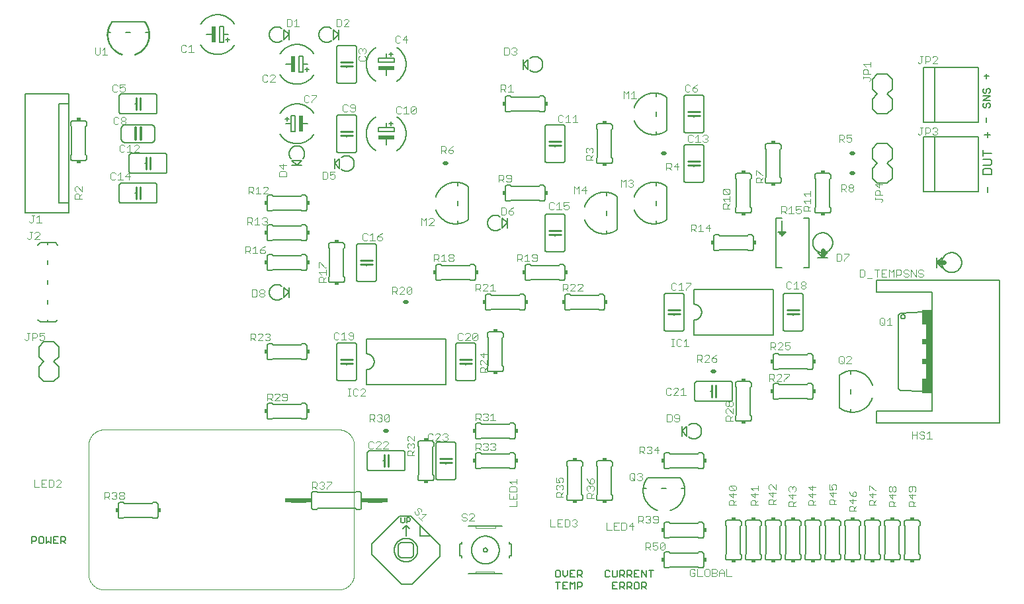
<source format=gto>
G75*
%MOIN*%
%OFA0B0*%
%FSLAX25Y25*%
%IPPOS*%
%LPD*%
%AMOC8*
5,1,8,0,0,1.08239X$1,22.5*
%
%ADD10C,0.00500*%
%ADD11C,0.00400*%
%ADD12C,0.00600*%
%ADD13C,0.01000*%
%ADD14R,0.02000X0.08000*%
%ADD15R,0.08000X0.02000*%
%ADD16C,0.01200*%
%ADD17C,0.02400*%
%ADD18C,0.00800*%
%ADD19R,0.03000X0.42000*%
%ADD20R,0.02000X0.07500*%
%ADD21R,0.02000X0.03000*%
%ADD22R,0.02000X0.01500*%
%ADD23R,0.01500X0.02000*%
%ADD24C,0.02000*%
%ADD25R,0.03400X0.02400*%
%ADD26C,0.00200*%
%ADD27C,0.00060*%
%ADD28C,0.00300*%
%ADD29C,0.00000*%
D10*
X0007850Y0030929D02*
X0007850Y0034432D01*
X0009601Y0034432D01*
X0010185Y0033848D01*
X0010185Y0032680D01*
X0009601Y0032096D01*
X0007850Y0032096D01*
X0011533Y0031512D02*
X0011533Y0033848D01*
X0012117Y0034432D01*
X0013285Y0034432D01*
X0013868Y0033848D01*
X0013868Y0031512D01*
X0013285Y0030929D01*
X0012117Y0030929D01*
X0011533Y0031512D01*
X0015216Y0030929D02*
X0016384Y0032096D01*
X0017552Y0030929D01*
X0017552Y0034432D01*
X0018899Y0034432D02*
X0018899Y0030929D01*
X0021235Y0030929D01*
X0022583Y0030929D02*
X0022583Y0034432D01*
X0024334Y0034432D01*
X0024918Y0033848D01*
X0024918Y0032680D01*
X0024334Y0032096D01*
X0022583Y0032096D01*
X0023750Y0032096D02*
X0024918Y0030929D01*
X0021235Y0034432D02*
X0018899Y0034432D01*
X0018899Y0032680D02*
X0020067Y0032680D01*
X0015216Y0034432D02*
X0015216Y0030929D01*
X0135100Y0155179D02*
X0137600Y0157679D01*
X0137600Y0155179D01*
X0137600Y0157679D02*
X0137600Y0160179D01*
X0135100Y0160179D02*
X0135100Y0155179D01*
X0137600Y0157679D02*
X0135100Y0160179D01*
X0134100Y0160679D02*
X0134004Y0160757D01*
X0133905Y0160831D01*
X0133804Y0160903D01*
X0133701Y0160971D01*
X0133595Y0161036D01*
X0133488Y0161097D01*
X0133379Y0161155D01*
X0133268Y0161210D01*
X0133155Y0161261D01*
X0133041Y0161308D01*
X0132925Y0161352D01*
X0132808Y0161392D01*
X0132690Y0161429D01*
X0132570Y0161462D01*
X0132450Y0161490D01*
X0132329Y0161515D01*
X0132207Y0161537D01*
X0132085Y0161554D01*
X0131962Y0161567D01*
X0131838Y0161577D01*
X0131715Y0161582D01*
X0131591Y0161584D01*
X0131467Y0161582D01*
X0131344Y0161576D01*
X0131220Y0161565D01*
X0131097Y0161552D01*
X0130975Y0161534D01*
X0130853Y0161512D01*
X0130732Y0161486D01*
X0130612Y0161457D01*
X0130493Y0161424D01*
X0130375Y0161387D01*
X0130258Y0161346D01*
X0130142Y0161302D01*
X0130028Y0161254D01*
X0129916Y0161202D01*
X0129805Y0161147D01*
X0129696Y0161088D01*
X0129589Y0161026D01*
X0129484Y0160961D01*
X0129381Y0160892D01*
X0129280Y0160820D01*
X0129182Y0160745D01*
X0129086Y0160667D01*
X0128993Y0160586D01*
X0128902Y0160502D01*
X0128814Y0160415D01*
X0128728Y0160325D01*
X0128646Y0160233D01*
X0128567Y0160138D01*
X0128490Y0160041D01*
X0128417Y0159941D01*
X0128347Y0159839D01*
X0128280Y0159735D01*
X0128217Y0159629D01*
X0128157Y0159521D01*
X0128100Y0159411D01*
X0128047Y0159299D01*
X0127997Y0159186D01*
X0127951Y0159071D01*
X0127909Y0158954D01*
X0127871Y0158837D01*
X0127836Y0158718D01*
X0127805Y0158598D01*
X0127778Y0158478D01*
X0127754Y0158356D01*
X0127735Y0158234D01*
X0127719Y0158111D01*
X0127707Y0157988D01*
X0127699Y0157865D01*
X0127695Y0157741D01*
X0127695Y0157617D01*
X0127699Y0157493D01*
X0127707Y0157370D01*
X0127719Y0157247D01*
X0127735Y0157124D01*
X0127754Y0157002D01*
X0127778Y0156880D01*
X0127805Y0156760D01*
X0127836Y0156640D01*
X0127871Y0156521D01*
X0127909Y0156404D01*
X0127951Y0156287D01*
X0127997Y0156172D01*
X0128047Y0156059D01*
X0128100Y0155947D01*
X0128157Y0155837D01*
X0128217Y0155729D01*
X0128280Y0155623D01*
X0128347Y0155519D01*
X0128417Y0155417D01*
X0128490Y0155317D01*
X0128567Y0155220D01*
X0128646Y0155125D01*
X0128728Y0155033D01*
X0128814Y0154943D01*
X0128902Y0154856D01*
X0128993Y0154772D01*
X0129086Y0154691D01*
X0129182Y0154613D01*
X0129280Y0154538D01*
X0129381Y0154466D01*
X0129484Y0154397D01*
X0129589Y0154332D01*
X0129696Y0154270D01*
X0129805Y0154211D01*
X0129916Y0154156D01*
X0130028Y0154104D01*
X0130142Y0154056D01*
X0130258Y0154012D01*
X0130375Y0153971D01*
X0130493Y0153934D01*
X0130612Y0153901D01*
X0130732Y0153872D01*
X0130853Y0153846D01*
X0130975Y0153824D01*
X0131097Y0153806D01*
X0131220Y0153793D01*
X0131344Y0153782D01*
X0131467Y0153776D01*
X0131591Y0153774D01*
X0131715Y0153776D01*
X0131838Y0153781D01*
X0131962Y0153791D01*
X0132085Y0153804D01*
X0132207Y0153821D01*
X0132329Y0153843D01*
X0132450Y0153868D01*
X0132570Y0153896D01*
X0132690Y0153929D01*
X0132808Y0153966D01*
X0132925Y0154006D01*
X0133041Y0154050D01*
X0133155Y0154097D01*
X0133268Y0154148D01*
X0133379Y0154203D01*
X0133488Y0154261D01*
X0133595Y0154322D01*
X0133701Y0154387D01*
X0133804Y0154455D01*
X0133905Y0154527D01*
X0134004Y0154601D01*
X0134100Y0154679D01*
X0026600Y0197679D02*
X0026600Y0202679D01*
X0021600Y0202679D01*
X0021600Y0252679D01*
X0026600Y0252679D01*
X0026600Y0202679D01*
X0026600Y0197679D02*
X0004600Y0197679D01*
X0004600Y0257679D01*
X0026600Y0257679D01*
X0026600Y0252679D01*
X0134100Y0284679D02*
X0134004Y0284601D01*
X0133905Y0284527D01*
X0133804Y0284455D01*
X0133701Y0284387D01*
X0133595Y0284322D01*
X0133488Y0284261D01*
X0133379Y0284203D01*
X0133268Y0284148D01*
X0133155Y0284097D01*
X0133041Y0284050D01*
X0132925Y0284006D01*
X0132808Y0283966D01*
X0132690Y0283929D01*
X0132570Y0283896D01*
X0132450Y0283868D01*
X0132329Y0283843D01*
X0132207Y0283821D01*
X0132085Y0283804D01*
X0131962Y0283791D01*
X0131838Y0283781D01*
X0131715Y0283776D01*
X0131591Y0283774D01*
X0131467Y0283776D01*
X0131344Y0283782D01*
X0131220Y0283793D01*
X0131097Y0283806D01*
X0130975Y0283824D01*
X0130853Y0283846D01*
X0130732Y0283872D01*
X0130612Y0283901D01*
X0130493Y0283934D01*
X0130375Y0283971D01*
X0130258Y0284012D01*
X0130142Y0284056D01*
X0130028Y0284104D01*
X0129916Y0284156D01*
X0129805Y0284211D01*
X0129696Y0284270D01*
X0129589Y0284332D01*
X0129484Y0284397D01*
X0129381Y0284466D01*
X0129280Y0284538D01*
X0129182Y0284613D01*
X0129086Y0284691D01*
X0128993Y0284772D01*
X0128902Y0284856D01*
X0128814Y0284943D01*
X0128728Y0285033D01*
X0128646Y0285125D01*
X0128567Y0285220D01*
X0128490Y0285317D01*
X0128417Y0285417D01*
X0128347Y0285519D01*
X0128280Y0285623D01*
X0128217Y0285729D01*
X0128157Y0285837D01*
X0128100Y0285947D01*
X0128047Y0286059D01*
X0127997Y0286172D01*
X0127951Y0286287D01*
X0127909Y0286404D01*
X0127871Y0286521D01*
X0127836Y0286640D01*
X0127805Y0286760D01*
X0127778Y0286880D01*
X0127754Y0287002D01*
X0127735Y0287124D01*
X0127719Y0287247D01*
X0127707Y0287370D01*
X0127699Y0287493D01*
X0127695Y0287617D01*
X0127695Y0287741D01*
X0127699Y0287865D01*
X0127707Y0287988D01*
X0127719Y0288111D01*
X0127735Y0288234D01*
X0127754Y0288356D01*
X0127778Y0288478D01*
X0127805Y0288598D01*
X0127836Y0288718D01*
X0127871Y0288837D01*
X0127909Y0288954D01*
X0127951Y0289071D01*
X0127997Y0289186D01*
X0128047Y0289299D01*
X0128100Y0289411D01*
X0128157Y0289521D01*
X0128217Y0289629D01*
X0128280Y0289735D01*
X0128347Y0289839D01*
X0128417Y0289941D01*
X0128490Y0290041D01*
X0128567Y0290138D01*
X0128646Y0290233D01*
X0128728Y0290325D01*
X0128814Y0290415D01*
X0128902Y0290502D01*
X0128993Y0290586D01*
X0129086Y0290667D01*
X0129182Y0290745D01*
X0129280Y0290820D01*
X0129381Y0290892D01*
X0129484Y0290961D01*
X0129589Y0291026D01*
X0129696Y0291088D01*
X0129805Y0291147D01*
X0129916Y0291202D01*
X0130028Y0291254D01*
X0130142Y0291302D01*
X0130258Y0291346D01*
X0130375Y0291387D01*
X0130493Y0291424D01*
X0130612Y0291457D01*
X0130732Y0291486D01*
X0130853Y0291512D01*
X0130975Y0291534D01*
X0131097Y0291552D01*
X0131220Y0291565D01*
X0131344Y0291576D01*
X0131467Y0291582D01*
X0131591Y0291584D01*
X0131715Y0291582D01*
X0131838Y0291577D01*
X0131962Y0291567D01*
X0132085Y0291554D01*
X0132207Y0291537D01*
X0132329Y0291515D01*
X0132450Y0291490D01*
X0132570Y0291462D01*
X0132690Y0291429D01*
X0132808Y0291392D01*
X0132925Y0291352D01*
X0133041Y0291308D01*
X0133155Y0291261D01*
X0133268Y0291210D01*
X0133379Y0291155D01*
X0133488Y0291097D01*
X0133595Y0291036D01*
X0133701Y0290971D01*
X0133804Y0290903D01*
X0133905Y0290831D01*
X0134004Y0290757D01*
X0134100Y0290679D01*
X0135100Y0290179D02*
X0137600Y0287679D01*
X0137600Y0285179D01*
X0135100Y0285179D02*
X0137600Y0287679D01*
X0137600Y0290179D01*
X0135100Y0290179D02*
X0135100Y0285179D01*
X0159100Y0284679D02*
X0159004Y0284601D01*
X0158905Y0284527D01*
X0158804Y0284455D01*
X0158701Y0284387D01*
X0158595Y0284322D01*
X0158488Y0284261D01*
X0158379Y0284203D01*
X0158268Y0284148D01*
X0158155Y0284097D01*
X0158041Y0284050D01*
X0157925Y0284006D01*
X0157808Y0283966D01*
X0157690Y0283929D01*
X0157570Y0283896D01*
X0157450Y0283868D01*
X0157329Y0283843D01*
X0157207Y0283821D01*
X0157085Y0283804D01*
X0156962Y0283791D01*
X0156838Y0283781D01*
X0156715Y0283776D01*
X0156591Y0283774D01*
X0156467Y0283776D01*
X0156344Y0283782D01*
X0156220Y0283793D01*
X0156097Y0283806D01*
X0155975Y0283824D01*
X0155853Y0283846D01*
X0155732Y0283872D01*
X0155612Y0283901D01*
X0155493Y0283934D01*
X0155375Y0283971D01*
X0155258Y0284012D01*
X0155142Y0284056D01*
X0155028Y0284104D01*
X0154916Y0284156D01*
X0154805Y0284211D01*
X0154696Y0284270D01*
X0154589Y0284332D01*
X0154484Y0284397D01*
X0154381Y0284466D01*
X0154280Y0284538D01*
X0154182Y0284613D01*
X0154086Y0284691D01*
X0153993Y0284772D01*
X0153902Y0284856D01*
X0153814Y0284943D01*
X0153728Y0285033D01*
X0153646Y0285125D01*
X0153567Y0285220D01*
X0153490Y0285317D01*
X0153417Y0285417D01*
X0153347Y0285519D01*
X0153280Y0285623D01*
X0153217Y0285729D01*
X0153157Y0285837D01*
X0153100Y0285947D01*
X0153047Y0286059D01*
X0152997Y0286172D01*
X0152951Y0286287D01*
X0152909Y0286404D01*
X0152871Y0286521D01*
X0152836Y0286640D01*
X0152805Y0286760D01*
X0152778Y0286880D01*
X0152754Y0287002D01*
X0152735Y0287124D01*
X0152719Y0287247D01*
X0152707Y0287370D01*
X0152699Y0287493D01*
X0152695Y0287617D01*
X0152695Y0287741D01*
X0152699Y0287865D01*
X0152707Y0287988D01*
X0152719Y0288111D01*
X0152735Y0288234D01*
X0152754Y0288356D01*
X0152778Y0288478D01*
X0152805Y0288598D01*
X0152836Y0288718D01*
X0152871Y0288837D01*
X0152909Y0288954D01*
X0152951Y0289071D01*
X0152997Y0289186D01*
X0153047Y0289299D01*
X0153100Y0289411D01*
X0153157Y0289521D01*
X0153217Y0289629D01*
X0153280Y0289735D01*
X0153347Y0289839D01*
X0153417Y0289941D01*
X0153490Y0290041D01*
X0153567Y0290138D01*
X0153646Y0290233D01*
X0153728Y0290325D01*
X0153814Y0290415D01*
X0153902Y0290502D01*
X0153993Y0290586D01*
X0154086Y0290667D01*
X0154182Y0290745D01*
X0154280Y0290820D01*
X0154381Y0290892D01*
X0154484Y0290961D01*
X0154589Y0291026D01*
X0154696Y0291088D01*
X0154805Y0291147D01*
X0154916Y0291202D01*
X0155028Y0291254D01*
X0155142Y0291302D01*
X0155258Y0291346D01*
X0155375Y0291387D01*
X0155493Y0291424D01*
X0155612Y0291457D01*
X0155732Y0291486D01*
X0155853Y0291512D01*
X0155975Y0291534D01*
X0156097Y0291552D01*
X0156220Y0291565D01*
X0156344Y0291576D01*
X0156467Y0291582D01*
X0156591Y0291584D01*
X0156715Y0291582D01*
X0156838Y0291577D01*
X0156962Y0291567D01*
X0157085Y0291554D01*
X0157207Y0291537D01*
X0157329Y0291515D01*
X0157450Y0291490D01*
X0157570Y0291462D01*
X0157690Y0291429D01*
X0157808Y0291392D01*
X0157925Y0291352D01*
X0158041Y0291308D01*
X0158155Y0291261D01*
X0158268Y0291210D01*
X0158379Y0291155D01*
X0158488Y0291097D01*
X0158595Y0291036D01*
X0158701Y0290971D01*
X0158804Y0290903D01*
X0158905Y0290831D01*
X0159004Y0290757D01*
X0159100Y0290679D01*
X0160100Y0290179D02*
X0160100Y0285179D01*
X0162600Y0287679D01*
X0162600Y0285179D01*
X0162600Y0287679D02*
X0162600Y0290179D01*
X0162600Y0287679D02*
X0160100Y0290179D01*
X0255600Y0275179D02*
X0255600Y0272679D01*
X0255600Y0270179D01*
X0255600Y0272679D02*
X0258100Y0270179D01*
X0258100Y0275179D01*
X0255600Y0272679D01*
X0259100Y0269679D02*
X0259196Y0269601D01*
X0259295Y0269527D01*
X0259396Y0269455D01*
X0259499Y0269387D01*
X0259605Y0269322D01*
X0259712Y0269261D01*
X0259821Y0269203D01*
X0259932Y0269148D01*
X0260045Y0269097D01*
X0260159Y0269050D01*
X0260275Y0269006D01*
X0260392Y0268966D01*
X0260510Y0268929D01*
X0260630Y0268896D01*
X0260750Y0268868D01*
X0260871Y0268843D01*
X0260993Y0268821D01*
X0261115Y0268804D01*
X0261238Y0268791D01*
X0261362Y0268781D01*
X0261485Y0268776D01*
X0261609Y0268774D01*
X0261733Y0268776D01*
X0261856Y0268782D01*
X0261980Y0268793D01*
X0262103Y0268806D01*
X0262225Y0268824D01*
X0262347Y0268846D01*
X0262468Y0268872D01*
X0262588Y0268901D01*
X0262707Y0268934D01*
X0262825Y0268971D01*
X0262942Y0269012D01*
X0263058Y0269056D01*
X0263172Y0269104D01*
X0263284Y0269156D01*
X0263395Y0269211D01*
X0263504Y0269270D01*
X0263611Y0269332D01*
X0263716Y0269397D01*
X0263819Y0269466D01*
X0263920Y0269538D01*
X0264018Y0269613D01*
X0264114Y0269691D01*
X0264207Y0269772D01*
X0264298Y0269856D01*
X0264386Y0269943D01*
X0264472Y0270033D01*
X0264554Y0270125D01*
X0264633Y0270220D01*
X0264710Y0270317D01*
X0264783Y0270417D01*
X0264853Y0270519D01*
X0264920Y0270623D01*
X0264983Y0270729D01*
X0265043Y0270837D01*
X0265100Y0270947D01*
X0265153Y0271059D01*
X0265203Y0271172D01*
X0265249Y0271287D01*
X0265291Y0271404D01*
X0265329Y0271521D01*
X0265364Y0271640D01*
X0265395Y0271760D01*
X0265422Y0271880D01*
X0265446Y0272002D01*
X0265465Y0272124D01*
X0265481Y0272247D01*
X0265493Y0272370D01*
X0265501Y0272493D01*
X0265505Y0272617D01*
X0265505Y0272741D01*
X0265501Y0272865D01*
X0265493Y0272988D01*
X0265481Y0273111D01*
X0265465Y0273234D01*
X0265446Y0273356D01*
X0265422Y0273478D01*
X0265395Y0273598D01*
X0265364Y0273718D01*
X0265329Y0273837D01*
X0265291Y0273954D01*
X0265249Y0274071D01*
X0265203Y0274186D01*
X0265153Y0274299D01*
X0265100Y0274411D01*
X0265043Y0274521D01*
X0264983Y0274629D01*
X0264920Y0274735D01*
X0264853Y0274839D01*
X0264783Y0274941D01*
X0264710Y0275041D01*
X0264633Y0275138D01*
X0264554Y0275233D01*
X0264472Y0275325D01*
X0264386Y0275415D01*
X0264298Y0275502D01*
X0264207Y0275586D01*
X0264114Y0275667D01*
X0264018Y0275745D01*
X0263920Y0275820D01*
X0263819Y0275892D01*
X0263716Y0275961D01*
X0263611Y0276026D01*
X0263504Y0276088D01*
X0263395Y0276147D01*
X0263284Y0276202D01*
X0263172Y0276254D01*
X0263058Y0276302D01*
X0262942Y0276346D01*
X0262825Y0276387D01*
X0262707Y0276424D01*
X0262588Y0276457D01*
X0262468Y0276486D01*
X0262347Y0276512D01*
X0262225Y0276534D01*
X0262103Y0276552D01*
X0261980Y0276565D01*
X0261856Y0276576D01*
X0261733Y0276582D01*
X0261609Y0276584D01*
X0261485Y0276582D01*
X0261362Y0276577D01*
X0261238Y0276567D01*
X0261115Y0276554D01*
X0260993Y0276537D01*
X0260871Y0276515D01*
X0260750Y0276490D01*
X0260630Y0276462D01*
X0260510Y0276429D01*
X0260392Y0276392D01*
X0260275Y0276352D01*
X0260159Y0276308D01*
X0260045Y0276261D01*
X0259932Y0276210D01*
X0259821Y0276155D01*
X0259712Y0276097D01*
X0259605Y0276036D01*
X0259499Y0275971D01*
X0259396Y0275903D01*
X0259295Y0275831D01*
X0259196Y0275757D01*
X0259100Y0275679D01*
X0164100Y0225679D02*
X0164196Y0225757D01*
X0164295Y0225831D01*
X0164396Y0225903D01*
X0164499Y0225971D01*
X0164605Y0226036D01*
X0164712Y0226097D01*
X0164821Y0226155D01*
X0164932Y0226210D01*
X0165045Y0226261D01*
X0165159Y0226308D01*
X0165275Y0226352D01*
X0165392Y0226392D01*
X0165510Y0226429D01*
X0165630Y0226462D01*
X0165750Y0226490D01*
X0165871Y0226515D01*
X0165993Y0226537D01*
X0166115Y0226554D01*
X0166238Y0226567D01*
X0166362Y0226577D01*
X0166485Y0226582D01*
X0166609Y0226584D01*
X0166733Y0226582D01*
X0166856Y0226576D01*
X0166980Y0226565D01*
X0167103Y0226552D01*
X0167225Y0226534D01*
X0167347Y0226512D01*
X0167468Y0226486D01*
X0167588Y0226457D01*
X0167707Y0226424D01*
X0167825Y0226387D01*
X0167942Y0226346D01*
X0168058Y0226302D01*
X0168172Y0226254D01*
X0168284Y0226202D01*
X0168395Y0226147D01*
X0168504Y0226088D01*
X0168611Y0226026D01*
X0168716Y0225961D01*
X0168819Y0225892D01*
X0168920Y0225820D01*
X0169018Y0225745D01*
X0169114Y0225667D01*
X0169207Y0225586D01*
X0169298Y0225502D01*
X0169386Y0225415D01*
X0169472Y0225325D01*
X0169554Y0225233D01*
X0169633Y0225138D01*
X0169710Y0225041D01*
X0169783Y0224941D01*
X0169853Y0224839D01*
X0169920Y0224735D01*
X0169983Y0224629D01*
X0170043Y0224521D01*
X0170100Y0224411D01*
X0170153Y0224299D01*
X0170203Y0224186D01*
X0170249Y0224071D01*
X0170291Y0223954D01*
X0170329Y0223837D01*
X0170364Y0223718D01*
X0170395Y0223598D01*
X0170422Y0223478D01*
X0170446Y0223356D01*
X0170465Y0223234D01*
X0170481Y0223111D01*
X0170493Y0222988D01*
X0170501Y0222865D01*
X0170505Y0222741D01*
X0170505Y0222617D01*
X0170501Y0222493D01*
X0170493Y0222370D01*
X0170481Y0222247D01*
X0170465Y0222124D01*
X0170446Y0222002D01*
X0170422Y0221880D01*
X0170395Y0221760D01*
X0170364Y0221640D01*
X0170329Y0221521D01*
X0170291Y0221404D01*
X0170249Y0221287D01*
X0170203Y0221172D01*
X0170153Y0221059D01*
X0170100Y0220947D01*
X0170043Y0220837D01*
X0169983Y0220729D01*
X0169920Y0220623D01*
X0169853Y0220519D01*
X0169783Y0220417D01*
X0169710Y0220317D01*
X0169633Y0220220D01*
X0169554Y0220125D01*
X0169472Y0220033D01*
X0169386Y0219943D01*
X0169298Y0219856D01*
X0169207Y0219772D01*
X0169114Y0219691D01*
X0169018Y0219613D01*
X0168920Y0219538D01*
X0168819Y0219466D01*
X0168716Y0219397D01*
X0168611Y0219332D01*
X0168504Y0219270D01*
X0168395Y0219211D01*
X0168284Y0219156D01*
X0168172Y0219104D01*
X0168058Y0219056D01*
X0167942Y0219012D01*
X0167825Y0218971D01*
X0167707Y0218934D01*
X0167588Y0218901D01*
X0167468Y0218872D01*
X0167347Y0218846D01*
X0167225Y0218824D01*
X0167103Y0218806D01*
X0166980Y0218793D01*
X0166856Y0218782D01*
X0166733Y0218776D01*
X0166609Y0218774D01*
X0166485Y0218776D01*
X0166362Y0218781D01*
X0166238Y0218791D01*
X0166115Y0218804D01*
X0165993Y0218821D01*
X0165871Y0218843D01*
X0165750Y0218868D01*
X0165630Y0218896D01*
X0165510Y0218929D01*
X0165392Y0218966D01*
X0165275Y0219006D01*
X0165159Y0219050D01*
X0165045Y0219097D01*
X0164932Y0219148D01*
X0164821Y0219203D01*
X0164712Y0219261D01*
X0164605Y0219322D01*
X0164499Y0219387D01*
X0164396Y0219455D01*
X0164295Y0219527D01*
X0164196Y0219601D01*
X0164100Y0219679D01*
X0163100Y0220179D02*
X0163100Y0225179D01*
X0160600Y0222679D01*
X0160600Y0225179D01*
X0160600Y0222679D02*
X0160600Y0220179D01*
X0160600Y0222679D02*
X0163100Y0220179D01*
X0144100Y0221679D02*
X0141600Y0221679D01*
X0139100Y0221679D01*
X0139100Y0224179D02*
X0141600Y0221679D01*
X0144100Y0224179D01*
X0139100Y0224179D01*
X0138600Y0225179D02*
X0138522Y0225275D01*
X0138448Y0225374D01*
X0138376Y0225475D01*
X0138308Y0225578D01*
X0138243Y0225684D01*
X0138182Y0225791D01*
X0138124Y0225900D01*
X0138069Y0226011D01*
X0138018Y0226124D01*
X0137971Y0226238D01*
X0137927Y0226354D01*
X0137887Y0226471D01*
X0137850Y0226589D01*
X0137817Y0226709D01*
X0137789Y0226829D01*
X0137764Y0226950D01*
X0137742Y0227072D01*
X0137725Y0227194D01*
X0137712Y0227317D01*
X0137702Y0227441D01*
X0137697Y0227564D01*
X0137695Y0227688D01*
X0137697Y0227812D01*
X0137703Y0227935D01*
X0137714Y0228059D01*
X0137727Y0228182D01*
X0137745Y0228304D01*
X0137767Y0228426D01*
X0137793Y0228547D01*
X0137822Y0228667D01*
X0137855Y0228786D01*
X0137892Y0228904D01*
X0137933Y0229021D01*
X0137977Y0229137D01*
X0138025Y0229251D01*
X0138077Y0229363D01*
X0138132Y0229474D01*
X0138191Y0229583D01*
X0138253Y0229690D01*
X0138318Y0229795D01*
X0138387Y0229898D01*
X0138459Y0229999D01*
X0138534Y0230097D01*
X0138612Y0230193D01*
X0138693Y0230286D01*
X0138777Y0230377D01*
X0138864Y0230465D01*
X0138954Y0230551D01*
X0139046Y0230633D01*
X0139141Y0230712D01*
X0139238Y0230789D01*
X0139338Y0230862D01*
X0139440Y0230932D01*
X0139544Y0230999D01*
X0139650Y0231062D01*
X0139758Y0231122D01*
X0139868Y0231179D01*
X0139980Y0231232D01*
X0140093Y0231282D01*
X0140208Y0231328D01*
X0140325Y0231370D01*
X0140442Y0231408D01*
X0140561Y0231443D01*
X0140681Y0231474D01*
X0140801Y0231501D01*
X0140923Y0231525D01*
X0141045Y0231544D01*
X0141168Y0231560D01*
X0141291Y0231572D01*
X0141414Y0231580D01*
X0141538Y0231584D01*
X0141662Y0231584D01*
X0141786Y0231580D01*
X0141909Y0231572D01*
X0142032Y0231560D01*
X0142155Y0231544D01*
X0142277Y0231525D01*
X0142399Y0231501D01*
X0142519Y0231474D01*
X0142639Y0231443D01*
X0142758Y0231408D01*
X0142875Y0231370D01*
X0142992Y0231328D01*
X0143107Y0231282D01*
X0143220Y0231232D01*
X0143332Y0231179D01*
X0143442Y0231122D01*
X0143550Y0231062D01*
X0143656Y0230999D01*
X0143760Y0230932D01*
X0143862Y0230862D01*
X0143962Y0230789D01*
X0144059Y0230712D01*
X0144154Y0230633D01*
X0144246Y0230551D01*
X0144336Y0230465D01*
X0144423Y0230377D01*
X0144507Y0230286D01*
X0144588Y0230193D01*
X0144666Y0230097D01*
X0144741Y0229999D01*
X0144813Y0229898D01*
X0144882Y0229795D01*
X0144947Y0229690D01*
X0145009Y0229583D01*
X0145068Y0229474D01*
X0145123Y0229363D01*
X0145175Y0229251D01*
X0145223Y0229137D01*
X0145267Y0229021D01*
X0145308Y0228904D01*
X0145345Y0228786D01*
X0145378Y0228667D01*
X0145407Y0228547D01*
X0145433Y0228426D01*
X0145455Y0228304D01*
X0145473Y0228182D01*
X0145486Y0228059D01*
X0145497Y0227935D01*
X0145503Y0227812D01*
X0145505Y0227688D01*
X0145503Y0227564D01*
X0145498Y0227441D01*
X0145488Y0227317D01*
X0145475Y0227194D01*
X0145458Y0227072D01*
X0145436Y0226950D01*
X0145411Y0226829D01*
X0145383Y0226709D01*
X0145350Y0226589D01*
X0145313Y0226471D01*
X0145273Y0226354D01*
X0145229Y0226238D01*
X0145182Y0226124D01*
X0145131Y0226011D01*
X0145076Y0225900D01*
X0145018Y0225791D01*
X0144957Y0225684D01*
X0144892Y0225578D01*
X0144824Y0225475D01*
X0144752Y0225374D01*
X0144678Y0225275D01*
X0144600Y0225179D01*
X0244100Y0195679D02*
X0244004Y0195757D01*
X0243905Y0195831D01*
X0243804Y0195903D01*
X0243701Y0195971D01*
X0243595Y0196036D01*
X0243488Y0196097D01*
X0243379Y0196155D01*
X0243268Y0196210D01*
X0243155Y0196261D01*
X0243041Y0196308D01*
X0242925Y0196352D01*
X0242808Y0196392D01*
X0242690Y0196429D01*
X0242570Y0196462D01*
X0242450Y0196490D01*
X0242329Y0196515D01*
X0242207Y0196537D01*
X0242085Y0196554D01*
X0241962Y0196567D01*
X0241838Y0196577D01*
X0241715Y0196582D01*
X0241591Y0196584D01*
X0241467Y0196582D01*
X0241344Y0196576D01*
X0241220Y0196565D01*
X0241097Y0196552D01*
X0240975Y0196534D01*
X0240853Y0196512D01*
X0240732Y0196486D01*
X0240612Y0196457D01*
X0240493Y0196424D01*
X0240375Y0196387D01*
X0240258Y0196346D01*
X0240142Y0196302D01*
X0240028Y0196254D01*
X0239916Y0196202D01*
X0239805Y0196147D01*
X0239696Y0196088D01*
X0239589Y0196026D01*
X0239484Y0195961D01*
X0239381Y0195892D01*
X0239280Y0195820D01*
X0239182Y0195745D01*
X0239086Y0195667D01*
X0238993Y0195586D01*
X0238902Y0195502D01*
X0238814Y0195415D01*
X0238728Y0195325D01*
X0238646Y0195233D01*
X0238567Y0195138D01*
X0238490Y0195041D01*
X0238417Y0194941D01*
X0238347Y0194839D01*
X0238280Y0194735D01*
X0238217Y0194629D01*
X0238157Y0194521D01*
X0238100Y0194411D01*
X0238047Y0194299D01*
X0237997Y0194186D01*
X0237951Y0194071D01*
X0237909Y0193954D01*
X0237871Y0193837D01*
X0237836Y0193718D01*
X0237805Y0193598D01*
X0237778Y0193478D01*
X0237754Y0193356D01*
X0237735Y0193234D01*
X0237719Y0193111D01*
X0237707Y0192988D01*
X0237699Y0192865D01*
X0237695Y0192741D01*
X0237695Y0192617D01*
X0237699Y0192493D01*
X0237707Y0192370D01*
X0237719Y0192247D01*
X0237735Y0192124D01*
X0237754Y0192002D01*
X0237778Y0191880D01*
X0237805Y0191760D01*
X0237836Y0191640D01*
X0237871Y0191521D01*
X0237909Y0191404D01*
X0237951Y0191287D01*
X0237997Y0191172D01*
X0238047Y0191059D01*
X0238100Y0190947D01*
X0238157Y0190837D01*
X0238217Y0190729D01*
X0238280Y0190623D01*
X0238347Y0190519D01*
X0238417Y0190417D01*
X0238490Y0190317D01*
X0238567Y0190220D01*
X0238646Y0190125D01*
X0238728Y0190033D01*
X0238814Y0189943D01*
X0238902Y0189856D01*
X0238993Y0189772D01*
X0239086Y0189691D01*
X0239182Y0189613D01*
X0239280Y0189538D01*
X0239381Y0189466D01*
X0239484Y0189397D01*
X0239589Y0189332D01*
X0239696Y0189270D01*
X0239805Y0189211D01*
X0239916Y0189156D01*
X0240028Y0189104D01*
X0240142Y0189056D01*
X0240258Y0189012D01*
X0240375Y0188971D01*
X0240493Y0188934D01*
X0240612Y0188901D01*
X0240732Y0188872D01*
X0240853Y0188846D01*
X0240975Y0188824D01*
X0241097Y0188806D01*
X0241220Y0188793D01*
X0241344Y0188782D01*
X0241467Y0188776D01*
X0241591Y0188774D01*
X0241715Y0188776D01*
X0241838Y0188781D01*
X0241962Y0188791D01*
X0242085Y0188804D01*
X0242207Y0188821D01*
X0242329Y0188843D01*
X0242450Y0188868D01*
X0242570Y0188896D01*
X0242690Y0188929D01*
X0242808Y0188966D01*
X0242925Y0189006D01*
X0243041Y0189050D01*
X0243155Y0189097D01*
X0243268Y0189148D01*
X0243379Y0189203D01*
X0243488Y0189261D01*
X0243595Y0189322D01*
X0243701Y0189387D01*
X0243804Y0189455D01*
X0243905Y0189527D01*
X0244004Y0189601D01*
X0244100Y0189679D01*
X0245100Y0190179D02*
X0247600Y0192679D01*
X0247600Y0190179D01*
X0247600Y0192679D02*
X0247600Y0195179D01*
X0245100Y0195179D02*
X0245100Y0190179D01*
X0247600Y0192679D02*
X0245100Y0195179D01*
X0404100Y0177679D02*
X0406600Y0175179D01*
X0404100Y0175179D01*
X0404100Y0177679D02*
X0409100Y0177679D01*
X0406600Y0175179D01*
X0409100Y0175179D01*
X0433600Y0163679D02*
X0495600Y0163679D01*
X0495600Y0091679D01*
X0433600Y0091679D01*
X0433600Y0097679D01*
X0461600Y0097679D01*
X0461600Y0157679D01*
X0433600Y0157679D01*
X0433600Y0163679D01*
X0464100Y0170179D02*
X0464100Y0172679D01*
X0464100Y0175179D01*
X0466600Y0175179D02*
X0464100Y0172679D01*
X0466600Y0170179D01*
X0466600Y0175179D01*
X0462939Y0208505D02*
X0457427Y0208505D01*
X0457427Y0236064D01*
X0462939Y0236064D01*
X0462939Y0208505D01*
X0484986Y0208505D01*
X0484986Y0236064D01*
X0462939Y0236064D01*
X0462939Y0243505D02*
X0457427Y0243505D01*
X0457427Y0271064D01*
X0462939Y0271064D01*
X0462939Y0243505D01*
X0484986Y0243505D01*
X0484986Y0271064D01*
X0462939Y0271064D01*
X0487931Y0266695D02*
X0490266Y0266695D01*
X0489099Y0265527D02*
X0489099Y0267863D01*
X0489682Y0260496D02*
X0490266Y0260496D01*
X0490850Y0259913D01*
X0490850Y0258745D01*
X0490266Y0258161D01*
X0489099Y0258745D02*
X0488515Y0258161D01*
X0487931Y0258161D01*
X0487347Y0258745D01*
X0487347Y0259913D01*
X0487931Y0260496D01*
X0489099Y0259913D02*
X0489682Y0260496D01*
X0489099Y0259913D02*
X0489099Y0258745D01*
X0490850Y0256813D02*
X0487347Y0256813D01*
X0487347Y0254478D02*
X0490850Y0256813D01*
X0490850Y0254478D02*
X0487347Y0254478D01*
X0487931Y0253130D02*
X0487347Y0252546D01*
X0487347Y0251379D01*
X0487931Y0250795D01*
X0488515Y0250795D01*
X0489099Y0251379D01*
X0489099Y0252546D01*
X0489682Y0253130D01*
X0490266Y0253130D01*
X0490850Y0252546D01*
X0490850Y0251379D01*
X0490266Y0250795D01*
X0489099Y0245764D02*
X0489099Y0243429D01*
X0420600Y0118131D02*
X0420600Y0116551D01*
X0415100Y0115925D02*
X0415100Y0099432D01*
X0420600Y0098806D02*
X0420600Y0097226D01*
X0420600Y0106551D02*
X0420600Y0108806D01*
X0415100Y0115925D02*
X0415299Y0116078D01*
X0415501Y0116226D01*
X0415706Y0116369D01*
X0415915Y0116507D01*
X0416127Y0116640D01*
X0416342Y0116768D01*
X0416560Y0116890D01*
X0416781Y0117008D01*
X0417005Y0117120D01*
X0417231Y0117227D01*
X0417460Y0117328D01*
X0417691Y0117424D01*
X0417925Y0117515D01*
X0418160Y0117600D01*
X0418398Y0117679D01*
X0418637Y0117752D01*
X0418878Y0117820D01*
X0419120Y0117882D01*
X0419364Y0117938D01*
X0419610Y0117989D01*
X0419856Y0118033D01*
X0420103Y0118072D01*
X0420351Y0118104D01*
X0420600Y0118131D01*
X0420855Y0118153D01*
X0421111Y0118168D01*
X0421367Y0118176D01*
X0421624Y0118179D01*
X0421880Y0118175D01*
X0422136Y0118165D01*
X0422392Y0118149D01*
X0422647Y0118127D01*
X0422902Y0118098D01*
X0423156Y0118063D01*
X0423409Y0118022D01*
X0423661Y0117975D01*
X0423911Y0117921D01*
X0424160Y0117862D01*
X0424408Y0117796D01*
X0424654Y0117725D01*
X0424899Y0117647D01*
X0425141Y0117564D01*
X0425381Y0117475D01*
X0425619Y0117379D01*
X0425855Y0117278D01*
X0426088Y0117172D01*
X0426318Y0117059D01*
X0426546Y0116941D01*
X0426770Y0116818D01*
X0426992Y0116689D01*
X0427210Y0116555D01*
X0427425Y0116415D01*
X0427636Y0116270D01*
X0427844Y0116120D01*
X0428048Y0115966D01*
X0428249Y0115806D01*
X0428445Y0115641D01*
X0428637Y0115472D01*
X0428826Y0115297D01*
X0429009Y0115119D01*
X0429189Y0114936D01*
X0429364Y0114748D01*
X0429534Y0114557D01*
X0429699Y0114361D01*
X0429860Y0114161D01*
X0430016Y0113958D01*
X0430166Y0113751D01*
X0430312Y0113540D01*
X0430453Y0113325D01*
X0430588Y0113108D01*
X0430718Y0112887D01*
X0430842Y0112663D01*
X0430961Y0112436D01*
X0431074Y0112206D01*
X0431182Y0111973D01*
X0431284Y0111738D01*
X0431380Y0111500D01*
X0431470Y0111261D01*
X0431555Y0111019D01*
X0431633Y0110775D01*
X0431633Y0104582D02*
X0431555Y0104340D01*
X0431471Y0104100D01*
X0431382Y0103862D01*
X0431287Y0103626D01*
X0431185Y0103392D01*
X0431079Y0103161D01*
X0430966Y0102933D01*
X0430849Y0102707D01*
X0430726Y0102484D01*
X0430597Y0102265D01*
X0430463Y0102048D01*
X0430324Y0101835D01*
X0430180Y0101625D01*
X0430031Y0101419D01*
X0429877Y0101217D01*
X0429718Y0101018D01*
X0429554Y0100823D01*
X0429385Y0100632D01*
X0429212Y0100446D01*
X0429035Y0100263D01*
X0428853Y0100085D01*
X0428667Y0099912D01*
X0428476Y0099743D01*
X0428282Y0099579D01*
X0428084Y0099419D01*
X0427882Y0099264D01*
X0427676Y0099115D01*
X0427467Y0098970D01*
X0427254Y0098830D01*
X0427038Y0098696D01*
X0426818Y0098567D01*
X0426596Y0098443D01*
X0426371Y0098324D01*
X0426143Y0098212D01*
X0425912Y0098104D01*
X0425679Y0098003D01*
X0425443Y0097907D01*
X0425205Y0097816D01*
X0424965Y0097732D01*
X0424723Y0097653D01*
X0424479Y0097580D01*
X0424233Y0097514D01*
X0423986Y0097453D01*
X0423738Y0097398D01*
X0423488Y0097349D01*
X0423237Y0097306D01*
X0422985Y0097270D01*
X0422733Y0097239D01*
X0422479Y0097215D01*
X0422226Y0097197D01*
X0421971Y0097185D01*
X0421717Y0097179D01*
X0421462Y0097179D01*
X0421208Y0097185D01*
X0420954Y0097198D01*
X0420700Y0097217D01*
X0420447Y0097242D01*
X0420194Y0097273D01*
X0419942Y0097310D01*
X0419692Y0097353D01*
X0419442Y0097402D01*
X0419193Y0097458D01*
X0418946Y0097519D01*
X0418701Y0097586D01*
X0418457Y0097659D01*
X0418215Y0097738D01*
X0417976Y0097823D01*
X0417738Y0097914D01*
X0417502Y0098011D01*
X0417269Y0098113D01*
X0417039Y0098221D01*
X0416811Y0098334D01*
X0416586Y0098453D01*
X0416364Y0098577D01*
X0416145Y0098707D01*
X0415929Y0098841D01*
X0415716Y0098981D01*
X0415507Y0099127D01*
X0415302Y0099277D01*
X0415100Y0099432D01*
X0339100Y0090679D02*
X0339196Y0090757D01*
X0339295Y0090831D01*
X0339396Y0090903D01*
X0339499Y0090971D01*
X0339605Y0091036D01*
X0339712Y0091097D01*
X0339821Y0091155D01*
X0339932Y0091210D01*
X0340045Y0091261D01*
X0340159Y0091308D01*
X0340275Y0091352D01*
X0340392Y0091392D01*
X0340510Y0091429D01*
X0340630Y0091462D01*
X0340750Y0091490D01*
X0340871Y0091515D01*
X0340993Y0091537D01*
X0341115Y0091554D01*
X0341238Y0091567D01*
X0341362Y0091577D01*
X0341485Y0091582D01*
X0341609Y0091584D01*
X0341733Y0091582D01*
X0341856Y0091576D01*
X0341980Y0091565D01*
X0342103Y0091552D01*
X0342225Y0091534D01*
X0342347Y0091512D01*
X0342468Y0091486D01*
X0342588Y0091457D01*
X0342707Y0091424D01*
X0342825Y0091387D01*
X0342942Y0091346D01*
X0343058Y0091302D01*
X0343172Y0091254D01*
X0343284Y0091202D01*
X0343395Y0091147D01*
X0343504Y0091088D01*
X0343611Y0091026D01*
X0343716Y0090961D01*
X0343819Y0090892D01*
X0343920Y0090820D01*
X0344018Y0090745D01*
X0344114Y0090667D01*
X0344207Y0090586D01*
X0344298Y0090502D01*
X0344386Y0090415D01*
X0344472Y0090325D01*
X0344554Y0090233D01*
X0344633Y0090138D01*
X0344710Y0090041D01*
X0344783Y0089941D01*
X0344853Y0089839D01*
X0344920Y0089735D01*
X0344983Y0089629D01*
X0345043Y0089521D01*
X0345100Y0089411D01*
X0345153Y0089299D01*
X0345203Y0089186D01*
X0345249Y0089071D01*
X0345291Y0088954D01*
X0345329Y0088837D01*
X0345364Y0088718D01*
X0345395Y0088598D01*
X0345422Y0088478D01*
X0345446Y0088356D01*
X0345465Y0088234D01*
X0345481Y0088111D01*
X0345493Y0087988D01*
X0345501Y0087865D01*
X0345505Y0087741D01*
X0345505Y0087617D01*
X0345501Y0087493D01*
X0345493Y0087370D01*
X0345481Y0087247D01*
X0345465Y0087124D01*
X0345446Y0087002D01*
X0345422Y0086880D01*
X0345395Y0086760D01*
X0345364Y0086640D01*
X0345329Y0086521D01*
X0345291Y0086404D01*
X0345249Y0086287D01*
X0345203Y0086172D01*
X0345153Y0086059D01*
X0345100Y0085947D01*
X0345043Y0085837D01*
X0344983Y0085729D01*
X0344920Y0085623D01*
X0344853Y0085519D01*
X0344783Y0085417D01*
X0344710Y0085317D01*
X0344633Y0085220D01*
X0344554Y0085125D01*
X0344472Y0085033D01*
X0344386Y0084943D01*
X0344298Y0084856D01*
X0344207Y0084772D01*
X0344114Y0084691D01*
X0344018Y0084613D01*
X0343920Y0084538D01*
X0343819Y0084466D01*
X0343716Y0084397D01*
X0343611Y0084332D01*
X0343504Y0084270D01*
X0343395Y0084211D01*
X0343284Y0084156D01*
X0343172Y0084104D01*
X0343058Y0084056D01*
X0342942Y0084012D01*
X0342825Y0083971D01*
X0342707Y0083934D01*
X0342588Y0083901D01*
X0342468Y0083872D01*
X0342347Y0083846D01*
X0342225Y0083824D01*
X0342103Y0083806D01*
X0341980Y0083793D01*
X0341856Y0083782D01*
X0341733Y0083776D01*
X0341609Y0083774D01*
X0341485Y0083776D01*
X0341362Y0083781D01*
X0341238Y0083791D01*
X0341115Y0083804D01*
X0340993Y0083821D01*
X0340871Y0083843D01*
X0340750Y0083868D01*
X0340630Y0083896D01*
X0340510Y0083929D01*
X0340392Y0083966D01*
X0340275Y0084006D01*
X0340159Y0084050D01*
X0340045Y0084097D01*
X0339932Y0084148D01*
X0339821Y0084203D01*
X0339712Y0084261D01*
X0339605Y0084322D01*
X0339499Y0084387D01*
X0339396Y0084455D01*
X0339295Y0084527D01*
X0339196Y0084601D01*
X0339100Y0084679D01*
X0338100Y0085179D02*
X0338100Y0090179D01*
X0335600Y0087679D01*
X0335600Y0090179D01*
X0335600Y0087679D02*
X0335600Y0085179D01*
X0335600Y0087679D02*
X0338100Y0085179D01*
X0321284Y0017432D02*
X0318949Y0017432D01*
X0320117Y0017432D02*
X0320117Y0013929D01*
X0317601Y0013929D02*
X0317601Y0017432D01*
X0315266Y0017432D02*
X0315266Y0013929D01*
X0313918Y0013929D02*
X0311583Y0013929D01*
X0311583Y0017432D01*
X0313918Y0017432D01*
X0315266Y0017432D02*
X0317601Y0013929D01*
X0317017Y0011432D02*
X0315266Y0011432D01*
X0315266Y0007929D01*
X0315266Y0009096D02*
X0317017Y0009096D01*
X0317601Y0009680D01*
X0317601Y0010848D01*
X0317017Y0011432D01*
X0316433Y0009096D02*
X0317601Y0007929D01*
X0313918Y0008512D02*
X0313918Y0010848D01*
X0313334Y0011432D01*
X0312166Y0011432D01*
X0311583Y0010848D01*
X0311583Y0008512D01*
X0312166Y0007929D01*
X0313334Y0007929D01*
X0313918Y0008512D01*
X0310235Y0007929D02*
X0309067Y0009096D01*
X0309651Y0009096D02*
X0307899Y0009096D01*
X0307899Y0007929D02*
X0307899Y0011432D01*
X0309651Y0011432D01*
X0310235Y0010848D01*
X0310235Y0009680D01*
X0309651Y0009096D01*
X0306552Y0009680D02*
X0305968Y0009096D01*
X0304216Y0009096D01*
X0304216Y0007929D02*
X0304216Y0011432D01*
X0305968Y0011432D01*
X0306552Y0010848D01*
X0306552Y0009680D01*
X0305384Y0009096D02*
X0306552Y0007929D01*
X0302868Y0007929D02*
X0300533Y0007929D01*
X0300533Y0011432D01*
X0302868Y0011432D01*
X0301701Y0009680D02*
X0300533Y0009680D01*
X0301117Y0013929D02*
X0300533Y0014512D01*
X0300533Y0017432D01*
X0299185Y0016848D02*
X0298601Y0017432D01*
X0297434Y0017432D01*
X0296850Y0016848D01*
X0296850Y0014512D01*
X0297434Y0013929D01*
X0298601Y0013929D01*
X0299185Y0014512D01*
X0301117Y0013929D02*
X0302285Y0013929D01*
X0302868Y0014512D01*
X0302868Y0017432D01*
X0304216Y0017432D02*
X0305968Y0017432D01*
X0306552Y0016848D01*
X0306552Y0015680D01*
X0305968Y0015096D01*
X0304216Y0015096D01*
X0304216Y0013929D02*
X0304216Y0017432D01*
X0305384Y0015096D02*
X0306552Y0013929D01*
X0307899Y0013929D02*
X0307899Y0017432D01*
X0309651Y0017432D01*
X0310235Y0016848D01*
X0310235Y0015680D01*
X0309651Y0015096D01*
X0307899Y0015096D01*
X0309067Y0015096D02*
X0310235Y0013929D01*
X0311583Y0015680D02*
X0312750Y0015680D01*
X0285235Y0015680D02*
X0284651Y0015096D01*
X0282899Y0015096D01*
X0282899Y0013929D02*
X0282899Y0017432D01*
X0284651Y0017432D01*
X0285235Y0016848D01*
X0285235Y0015680D01*
X0284067Y0015096D02*
X0285235Y0013929D01*
X0284651Y0011432D02*
X0285235Y0010848D01*
X0285235Y0009680D01*
X0284651Y0009096D01*
X0282899Y0009096D01*
X0282899Y0007929D02*
X0282899Y0011432D01*
X0284651Y0011432D01*
X0281552Y0011432D02*
X0281552Y0007929D01*
X0279216Y0007929D02*
X0279216Y0011432D01*
X0280384Y0010264D01*
X0281552Y0011432D01*
X0281552Y0013929D02*
X0279216Y0013929D01*
X0279216Y0017432D01*
X0281552Y0017432D01*
X0280384Y0015680D02*
X0279216Y0015680D01*
X0277868Y0015096D02*
X0277868Y0017432D01*
X0275533Y0017432D02*
X0275533Y0015096D01*
X0276701Y0013929D01*
X0277868Y0015096D01*
X0277868Y0011432D02*
X0275533Y0011432D01*
X0275533Y0007929D01*
X0277868Y0007929D01*
X0276701Y0009680D02*
X0275533Y0009680D01*
X0274185Y0011432D02*
X0271850Y0011432D01*
X0273018Y0011432D02*
X0273018Y0007929D01*
X0273601Y0013929D02*
X0274185Y0014512D01*
X0274185Y0016848D01*
X0273601Y0017432D01*
X0272434Y0017432D01*
X0271850Y0016848D01*
X0271850Y0014512D01*
X0272434Y0013929D01*
X0273601Y0013929D01*
D11*
X0272983Y0039379D02*
X0275385Y0039379D01*
X0276666Y0039379D02*
X0278468Y0039379D01*
X0279068Y0039979D01*
X0279068Y0042381D01*
X0278468Y0042982D01*
X0276666Y0042982D01*
X0276666Y0039379D01*
X0274184Y0041180D02*
X0272983Y0041180D01*
X0272983Y0039379D02*
X0272983Y0042982D01*
X0275385Y0042982D01*
X0280349Y0042381D02*
X0280950Y0042982D01*
X0282151Y0042982D01*
X0282751Y0042381D01*
X0282751Y0041781D01*
X0282151Y0041180D01*
X0282751Y0040580D01*
X0282751Y0039979D01*
X0282151Y0039379D01*
X0280950Y0039379D01*
X0280349Y0039979D01*
X0281550Y0041180D02*
X0282151Y0041180D01*
X0271702Y0039379D02*
X0269300Y0039379D01*
X0269300Y0042982D01*
X0272197Y0054379D02*
X0272197Y0056180D01*
X0272797Y0056781D01*
X0273998Y0056781D01*
X0274599Y0056180D01*
X0274599Y0054379D01*
X0274599Y0055580D02*
X0275800Y0056781D01*
X0275199Y0058062D02*
X0275800Y0058662D01*
X0275800Y0059863D01*
X0275199Y0060464D01*
X0274599Y0060464D01*
X0273998Y0059863D01*
X0273998Y0059263D01*
X0273998Y0059863D02*
X0273398Y0060464D01*
X0272797Y0060464D01*
X0272197Y0059863D01*
X0272197Y0058662D01*
X0272797Y0058062D01*
X0272197Y0061745D02*
X0273998Y0061745D01*
X0273398Y0062946D01*
X0273398Y0063546D01*
X0273998Y0064147D01*
X0275199Y0064147D01*
X0275800Y0063546D01*
X0275800Y0062345D01*
X0275199Y0061745D01*
X0272197Y0061745D02*
X0272197Y0064147D01*
X0287697Y0063647D02*
X0288297Y0062446D01*
X0289498Y0061245D01*
X0289498Y0063046D01*
X0290099Y0063647D01*
X0290699Y0063647D01*
X0291300Y0063046D01*
X0291300Y0061845D01*
X0290699Y0061245D01*
X0289498Y0061245D01*
X0288898Y0059964D02*
X0289498Y0059363D01*
X0290099Y0059964D01*
X0290699Y0059964D01*
X0291300Y0059363D01*
X0291300Y0058162D01*
X0290699Y0057562D01*
X0291300Y0056281D02*
X0290099Y0055080D01*
X0290099Y0055680D02*
X0290099Y0053879D01*
X0291300Y0053879D02*
X0287697Y0053879D01*
X0287697Y0055680D01*
X0288297Y0056281D01*
X0289498Y0056281D01*
X0290099Y0055680D01*
X0288297Y0057562D02*
X0287697Y0058162D01*
X0287697Y0059363D01*
X0288297Y0059964D01*
X0288898Y0059964D01*
X0289498Y0059363D02*
X0289498Y0058763D01*
X0275800Y0054379D02*
X0272197Y0054379D01*
X0252400Y0053562D02*
X0252400Y0055964D01*
X0252400Y0057245D02*
X0252400Y0059046D01*
X0251799Y0059647D01*
X0249397Y0059647D01*
X0248797Y0059046D01*
X0248797Y0057245D01*
X0252400Y0057245D01*
X0250598Y0054763D02*
X0250598Y0053562D01*
X0248797Y0053562D02*
X0252400Y0053562D01*
X0252400Y0052281D02*
X0252400Y0049879D01*
X0248797Y0049879D01*
X0248797Y0053562D02*
X0248797Y0055964D01*
X0249998Y0060928D02*
X0248797Y0062129D01*
X0252400Y0062129D01*
X0252400Y0060928D02*
X0252400Y0063330D01*
X0240968Y0077979D02*
X0239767Y0077979D01*
X0239166Y0078579D01*
X0237885Y0078579D02*
X0237885Y0079180D01*
X0237285Y0079780D01*
X0236684Y0079780D01*
X0237285Y0079780D02*
X0237885Y0080381D01*
X0237885Y0080981D01*
X0237285Y0081582D01*
X0236084Y0081582D01*
X0235483Y0080981D01*
X0234202Y0080981D02*
X0234202Y0079780D01*
X0233602Y0079180D01*
X0231800Y0079180D01*
X0233001Y0079180D02*
X0234202Y0077979D01*
X0235483Y0078579D02*
X0236084Y0077979D01*
X0237285Y0077979D01*
X0237885Y0078579D01*
X0239166Y0080981D02*
X0239767Y0081582D01*
X0240968Y0081582D01*
X0241568Y0080981D01*
X0241568Y0080381D01*
X0240968Y0079780D01*
X0241568Y0079180D01*
X0241568Y0078579D01*
X0240968Y0077979D01*
X0240968Y0079780D02*
X0240367Y0079780D01*
X0234202Y0080981D02*
X0233602Y0081582D01*
X0231800Y0081582D01*
X0231800Y0077979D01*
X0217519Y0083479D02*
X0216918Y0082879D01*
X0215717Y0082879D01*
X0215117Y0083479D01*
X0213836Y0082879D02*
X0211434Y0082879D01*
X0213836Y0085281D01*
X0213836Y0085881D01*
X0213235Y0086482D01*
X0212034Y0086482D01*
X0211434Y0085881D01*
X0210153Y0085881D02*
X0209552Y0086482D01*
X0208351Y0086482D01*
X0207751Y0085881D01*
X0207751Y0083479D01*
X0208351Y0082879D01*
X0209552Y0082879D01*
X0210153Y0083479D01*
X0215117Y0085881D02*
X0215717Y0086482D01*
X0216918Y0086482D01*
X0217519Y0085881D01*
X0217519Y0085281D01*
X0216918Y0084680D01*
X0217519Y0084080D01*
X0217519Y0083479D01*
X0216918Y0084680D02*
X0216318Y0084680D01*
X0200800Y0085147D02*
X0200800Y0082745D01*
X0198398Y0085147D01*
X0197797Y0085147D01*
X0197197Y0084546D01*
X0197197Y0083345D01*
X0197797Y0082745D01*
X0197797Y0081464D02*
X0198398Y0081464D01*
X0198998Y0080863D01*
X0199599Y0081464D01*
X0200199Y0081464D01*
X0200800Y0080863D01*
X0200800Y0079662D01*
X0200199Y0079062D01*
X0200800Y0077781D02*
X0199599Y0076580D01*
X0199599Y0077180D02*
X0199599Y0075379D01*
X0200800Y0075379D02*
X0197197Y0075379D01*
X0197197Y0077180D01*
X0197797Y0077781D01*
X0198998Y0077781D01*
X0199599Y0077180D01*
X0197797Y0079062D02*
X0197197Y0079662D01*
X0197197Y0080863D01*
X0197797Y0081464D01*
X0198998Y0080863D02*
X0198998Y0080263D01*
X0187568Y0081281D02*
X0187568Y0081881D01*
X0186968Y0082482D01*
X0185767Y0082482D01*
X0185166Y0081881D01*
X0183885Y0081881D02*
X0183285Y0082482D01*
X0182084Y0082482D01*
X0181483Y0081881D01*
X0180202Y0081881D02*
X0179602Y0082482D01*
X0178401Y0082482D01*
X0177800Y0081881D01*
X0177800Y0079479D01*
X0178401Y0078879D01*
X0179602Y0078879D01*
X0180202Y0079479D01*
X0181483Y0078879D02*
X0183885Y0081281D01*
X0183885Y0081881D01*
X0183885Y0078879D02*
X0181483Y0078879D01*
X0185166Y0078879D02*
X0187568Y0081281D01*
X0187568Y0078879D02*
X0185166Y0078879D01*
X0186367Y0092479D02*
X0185766Y0093079D01*
X0188168Y0095481D01*
X0188168Y0093079D01*
X0187568Y0092479D01*
X0186367Y0092479D01*
X0185766Y0093079D02*
X0185766Y0095481D01*
X0186367Y0096082D01*
X0187568Y0096082D01*
X0188168Y0095481D01*
X0184485Y0095481D02*
X0184485Y0094881D01*
X0183885Y0094280D01*
X0184485Y0093680D01*
X0184485Y0093079D01*
X0183885Y0092479D01*
X0182684Y0092479D01*
X0182083Y0093079D01*
X0180802Y0092479D02*
X0179601Y0093680D01*
X0180202Y0093680D02*
X0178400Y0093680D01*
X0178400Y0092479D02*
X0178400Y0096082D01*
X0180202Y0096082D01*
X0180802Y0095481D01*
X0180802Y0094280D01*
X0180202Y0093680D01*
X0182083Y0095481D02*
X0182684Y0096082D01*
X0183885Y0096082D01*
X0184485Y0095481D01*
X0183885Y0094280D02*
X0183284Y0094280D01*
X0176019Y0105379D02*
X0173617Y0105379D01*
X0176019Y0107781D01*
X0176019Y0108381D01*
X0175418Y0108982D01*
X0174217Y0108982D01*
X0173617Y0108381D01*
X0172336Y0108381D02*
X0171735Y0108982D01*
X0170534Y0108982D01*
X0169934Y0108381D01*
X0169934Y0105979D01*
X0170534Y0105379D01*
X0171735Y0105379D01*
X0172336Y0105979D01*
X0168679Y0105379D02*
X0167478Y0105379D01*
X0168079Y0105379D02*
X0168079Y0108982D01*
X0168679Y0108982D02*
X0167478Y0108982D01*
X0136568Y0105981D02*
X0135968Y0106582D01*
X0134767Y0106582D01*
X0134166Y0105981D01*
X0134166Y0105381D01*
X0134767Y0104780D01*
X0136568Y0104780D01*
X0136568Y0103579D02*
X0136568Y0105981D01*
X0136568Y0103579D02*
X0135968Y0102979D01*
X0134767Y0102979D01*
X0134166Y0103579D01*
X0132885Y0102979D02*
X0130483Y0102979D01*
X0132885Y0105381D01*
X0132885Y0105981D01*
X0132285Y0106582D01*
X0131084Y0106582D01*
X0130483Y0105981D01*
X0129202Y0105981D02*
X0128602Y0106582D01*
X0126800Y0106582D01*
X0126800Y0102979D01*
X0126800Y0104180D02*
X0128602Y0104180D01*
X0129202Y0104780D01*
X0129202Y0105981D01*
X0128001Y0104180D02*
X0129202Y0102979D01*
X0127418Y0133279D02*
X0126217Y0133279D01*
X0125617Y0133879D01*
X0124336Y0133279D02*
X0121934Y0133279D01*
X0124336Y0135681D01*
X0124336Y0136281D01*
X0123735Y0136882D01*
X0122534Y0136882D01*
X0121934Y0136281D01*
X0120653Y0136281D02*
X0120653Y0135080D01*
X0120052Y0134480D01*
X0118251Y0134480D01*
X0119452Y0134480D02*
X0120653Y0133279D01*
X0118251Y0133279D02*
X0118251Y0136882D01*
X0120052Y0136882D01*
X0120653Y0136281D01*
X0125617Y0136281D02*
X0126217Y0136882D01*
X0127418Y0136882D01*
X0128019Y0136281D01*
X0128019Y0135681D01*
X0127418Y0135080D01*
X0128019Y0134480D01*
X0128019Y0133879D01*
X0127418Y0133279D01*
X0127418Y0135080D02*
X0126818Y0135080D01*
X0160300Y0134479D02*
X0160901Y0133879D01*
X0162102Y0133879D01*
X0162702Y0134479D01*
X0163983Y0133879D02*
X0166385Y0133879D01*
X0165184Y0133879D02*
X0165184Y0137482D01*
X0163983Y0136281D01*
X0162702Y0136881D02*
X0162102Y0137482D01*
X0160901Y0137482D01*
X0160300Y0136881D01*
X0160300Y0134479D01*
X0167666Y0134479D02*
X0168267Y0133879D01*
X0169468Y0133879D01*
X0170068Y0134479D01*
X0170068Y0136881D01*
X0169468Y0137482D01*
X0168267Y0137482D01*
X0167666Y0136881D01*
X0167666Y0136281D01*
X0168267Y0135680D01*
X0170068Y0135680D01*
X0189651Y0156779D02*
X0189651Y0160382D01*
X0191452Y0160382D01*
X0192053Y0159781D01*
X0192053Y0158580D01*
X0191452Y0157980D01*
X0189651Y0157980D01*
X0190852Y0157980D02*
X0192053Y0156779D01*
X0193334Y0156779D02*
X0195736Y0159181D01*
X0195736Y0159781D01*
X0195135Y0160382D01*
X0193934Y0160382D01*
X0193334Y0159781D01*
X0193334Y0156779D02*
X0195736Y0156779D01*
X0197017Y0157379D02*
X0199419Y0159781D01*
X0199419Y0157379D01*
X0198818Y0156779D01*
X0197617Y0156779D01*
X0197017Y0157379D01*
X0197017Y0159781D01*
X0197617Y0160382D01*
X0198818Y0160382D01*
X0199419Y0159781D01*
X0210751Y0173279D02*
X0210751Y0176882D01*
X0212552Y0176882D01*
X0213153Y0176281D01*
X0213153Y0175080D01*
X0212552Y0174480D01*
X0210751Y0174480D01*
X0211952Y0174480D02*
X0213153Y0173279D01*
X0214434Y0173279D02*
X0216836Y0173279D01*
X0215635Y0173279D02*
X0215635Y0176882D01*
X0214434Y0175681D01*
X0218117Y0175681D02*
X0218117Y0176281D01*
X0218717Y0176882D01*
X0219918Y0176882D01*
X0220519Y0176281D01*
X0220519Y0175681D01*
X0219918Y0175080D01*
X0218717Y0175080D01*
X0218117Y0175681D01*
X0218717Y0175080D02*
X0218117Y0174480D01*
X0218117Y0173879D01*
X0218717Y0173279D01*
X0219918Y0173279D01*
X0220519Y0173879D01*
X0220519Y0174480D01*
X0219918Y0175080D01*
X0231751Y0161882D02*
X0233552Y0161882D01*
X0234153Y0161281D01*
X0234153Y0160080D01*
X0233552Y0159480D01*
X0231751Y0159480D01*
X0232952Y0159480D02*
X0234153Y0158279D01*
X0235434Y0158279D02*
X0237836Y0160681D01*
X0237836Y0161281D01*
X0237235Y0161882D01*
X0236034Y0161882D01*
X0235434Y0161281D01*
X0235434Y0158279D02*
X0237836Y0158279D01*
X0239117Y0158279D02*
X0241519Y0158279D01*
X0240318Y0158279D02*
X0240318Y0161882D01*
X0239117Y0160681D01*
X0231751Y0161882D02*
X0231751Y0158279D01*
X0252751Y0173279D02*
X0252751Y0176882D01*
X0254552Y0176882D01*
X0255153Y0176281D01*
X0255153Y0175080D01*
X0254552Y0174480D01*
X0252751Y0174480D01*
X0253952Y0174480D02*
X0255153Y0173279D01*
X0256434Y0173279D02*
X0258836Y0173279D01*
X0257635Y0173279D02*
X0257635Y0176882D01*
X0256434Y0175681D01*
X0260117Y0175681D02*
X0260717Y0175080D01*
X0262519Y0175080D01*
X0262519Y0173879D02*
X0262519Y0176281D01*
X0261918Y0176882D01*
X0260717Y0176882D01*
X0260117Y0176281D01*
X0260117Y0175681D01*
X0260117Y0173879D02*
X0260717Y0173279D01*
X0261918Y0173279D01*
X0262519Y0173879D01*
X0275751Y0161882D02*
X0277552Y0161882D01*
X0278153Y0161281D01*
X0278153Y0160080D01*
X0277552Y0159480D01*
X0275751Y0159480D01*
X0276952Y0159480D02*
X0278153Y0158279D01*
X0279434Y0158279D02*
X0281836Y0160681D01*
X0281836Y0161281D01*
X0281235Y0161882D01*
X0280034Y0161882D01*
X0279434Y0161281D01*
X0279434Y0158279D02*
X0281836Y0158279D01*
X0283117Y0158279D02*
X0285519Y0160681D01*
X0285519Y0161281D01*
X0284918Y0161882D01*
X0283717Y0161882D01*
X0283117Y0161281D01*
X0283117Y0158279D02*
X0285519Y0158279D01*
X0275751Y0158279D02*
X0275751Y0161882D01*
X0232568Y0136381D02*
X0230166Y0133979D01*
X0230767Y0133379D01*
X0231968Y0133379D01*
X0232568Y0133979D01*
X0232568Y0136381D01*
X0231968Y0136982D01*
X0230767Y0136982D01*
X0230166Y0136381D01*
X0230166Y0133979D01*
X0228885Y0133379D02*
X0226483Y0133379D01*
X0228885Y0135781D01*
X0228885Y0136381D01*
X0228285Y0136982D01*
X0227084Y0136982D01*
X0226483Y0136381D01*
X0225202Y0136381D02*
X0224602Y0136982D01*
X0223401Y0136982D01*
X0222800Y0136381D01*
X0222800Y0133979D01*
X0223401Y0133379D01*
X0224602Y0133379D01*
X0225202Y0133979D01*
X0233897Y0126497D02*
X0235698Y0124695D01*
X0235698Y0127097D01*
X0233897Y0126497D02*
X0237500Y0126497D01*
X0237500Y0123414D02*
X0237500Y0121012D01*
X0235098Y0123414D01*
X0234497Y0123414D01*
X0233897Y0122814D01*
X0233897Y0121613D01*
X0234497Y0121012D01*
X0234497Y0119731D02*
X0235698Y0119731D01*
X0236299Y0119131D01*
X0236299Y0117329D01*
X0237500Y0117329D02*
X0233897Y0117329D01*
X0233897Y0119131D01*
X0234497Y0119731D01*
X0236299Y0118530D02*
X0237500Y0119731D01*
X0237285Y0096582D02*
X0237885Y0095981D01*
X0237885Y0095381D01*
X0237285Y0094780D01*
X0237885Y0094180D01*
X0237885Y0093579D01*
X0237285Y0092979D01*
X0236084Y0092979D01*
X0235483Y0093579D01*
X0234202Y0092979D02*
X0233001Y0094180D01*
X0233602Y0094180D02*
X0231800Y0094180D01*
X0231800Y0092979D02*
X0231800Y0096582D01*
X0233602Y0096582D01*
X0234202Y0095981D01*
X0234202Y0094780D01*
X0233602Y0094180D01*
X0235483Y0095981D02*
X0236084Y0096582D01*
X0237285Y0096582D01*
X0237285Y0094780D02*
X0236684Y0094780D01*
X0239166Y0095381D02*
X0240367Y0096582D01*
X0240367Y0092979D01*
X0239166Y0092979D02*
X0241568Y0092979D01*
X0309434Y0065881D02*
X0309434Y0063479D01*
X0310034Y0062879D01*
X0311235Y0062879D01*
X0311836Y0063479D01*
X0311836Y0065881D01*
X0311235Y0066482D01*
X0310034Y0066482D01*
X0309434Y0065881D01*
X0310635Y0064080D02*
X0311836Y0062879D01*
X0313117Y0063479D02*
X0313717Y0062879D01*
X0314918Y0062879D01*
X0315519Y0063479D01*
X0315519Y0064080D01*
X0314918Y0064680D01*
X0314318Y0064680D01*
X0314918Y0064680D02*
X0315519Y0065281D01*
X0315519Y0065881D01*
X0314918Y0066482D01*
X0313717Y0066482D01*
X0313117Y0065881D01*
X0314251Y0076279D02*
X0314251Y0079882D01*
X0316052Y0079882D01*
X0316653Y0079281D01*
X0316653Y0078080D01*
X0316052Y0077480D01*
X0314251Y0077480D01*
X0315452Y0077480D02*
X0316653Y0076279D01*
X0317934Y0076879D02*
X0318534Y0076279D01*
X0319735Y0076279D01*
X0320336Y0076879D01*
X0320336Y0077480D01*
X0319735Y0078080D01*
X0319135Y0078080D01*
X0319735Y0078080D02*
X0320336Y0078681D01*
X0320336Y0079281D01*
X0319735Y0079882D01*
X0318534Y0079882D01*
X0317934Y0079281D01*
X0321617Y0078080D02*
X0324019Y0078080D01*
X0323418Y0076279D02*
X0323418Y0079882D01*
X0321617Y0078080D01*
X0328134Y0092379D02*
X0329935Y0092379D01*
X0330536Y0092979D01*
X0330536Y0095381D01*
X0329935Y0095982D01*
X0328134Y0095982D01*
X0328134Y0092379D01*
X0331817Y0092979D02*
X0332417Y0092379D01*
X0333618Y0092379D01*
X0334219Y0092979D01*
X0334219Y0095381D01*
X0333618Y0095982D01*
X0332417Y0095982D01*
X0331817Y0095381D01*
X0331817Y0094781D01*
X0332417Y0094180D01*
X0334219Y0094180D01*
X0333836Y0105879D02*
X0331434Y0105879D01*
X0333836Y0108281D01*
X0333836Y0108881D01*
X0333235Y0109482D01*
X0332034Y0109482D01*
X0331434Y0108881D01*
X0330153Y0108881D02*
X0329552Y0109482D01*
X0328351Y0109482D01*
X0327751Y0108881D01*
X0327751Y0106479D01*
X0328351Y0105879D01*
X0329552Y0105879D01*
X0330153Y0106479D01*
X0335117Y0105879D02*
X0337519Y0105879D01*
X0336318Y0105879D02*
X0336318Y0109482D01*
X0335117Y0108281D01*
X0357697Y0102046D02*
X0358297Y0102647D01*
X0358898Y0102647D01*
X0359498Y0102046D01*
X0359498Y0100845D01*
X0358898Y0100245D01*
X0358297Y0100245D01*
X0357697Y0100845D01*
X0357697Y0102046D01*
X0359498Y0102046D02*
X0360099Y0102647D01*
X0360699Y0102647D01*
X0361300Y0102046D01*
X0361300Y0100845D01*
X0360699Y0100245D01*
X0360099Y0100245D01*
X0359498Y0100845D01*
X0358898Y0098964D02*
X0358297Y0098964D01*
X0357697Y0098363D01*
X0357697Y0097162D01*
X0358297Y0096562D01*
X0358297Y0095281D02*
X0359498Y0095281D01*
X0360099Y0094680D01*
X0360099Y0092879D01*
X0360099Y0094080D02*
X0361300Y0095281D01*
X0361300Y0096562D02*
X0358898Y0098964D01*
X0361300Y0098964D02*
X0361300Y0096562D01*
X0358297Y0095281D02*
X0357697Y0094680D01*
X0357697Y0092879D01*
X0361300Y0092879D01*
X0379751Y0112779D02*
X0379751Y0116382D01*
X0381552Y0116382D01*
X0382153Y0115781D01*
X0382153Y0114580D01*
X0381552Y0113980D01*
X0379751Y0113980D01*
X0380952Y0113980D02*
X0382153Y0112779D01*
X0383434Y0112779D02*
X0385836Y0115181D01*
X0385836Y0115781D01*
X0385235Y0116382D01*
X0384034Y0116382D01*
X0383434Y0115781D01*
X0383434Y0112779D02*
X0385836Y0112779D01*
X0387117Y0112779D02*
X0387117Y0113379D01*
X0389519Y0115781D01*
X0389519Y0116382D01*
X0387117Y0116382D01*
X0386336Y0128779D02*
X0383934Y0128779D01*
X0386336Y0131181D01*
X0386336Y0131781D01*
X0385735Y0132382D01*
X0384534Y0132382D01*
X0383934Y0131781D01*
X0382653Y0131781D02*
X0382653Y0130580D01*
X0382052Y0129980D01*
X0380251Y0129980D01*
X0381452Y0129980D02*
X0382653Y0128779D01*
X0380251Y0128779D02*
X0380251Y0132382D01*
X0382052Y0132382D01*
X0382653Y0131781D01*
X0387617Y0132382D02*
X0387617Y0130580D01*
X0388818Y0131181D01*
X0389418Y0131181D01*
X0390019Y0130580D01*
X0390019Y0129379D01*
X0389418Y0128779D01*
X0388217Y0128779D01*
X0387617Y0129379D01*
X0387617Y0132382D02*
X0390019Y0132382D01*
X0414800Y0124881D02*
X0414800Y0122479D01*
X0415401Y0121879D01*
X0416602Y0121879D01*
X0417202Y0122479D01*
X0417202Y0124881D01*
X0416602Y0125482D01*
X0415401Y0125482D01*
X0414800Y0124881D01*
X0416001Y0123080D02*
X0417202Y0121879D01*
X0418483Y0121879D02*
X0420885Y0124281D01*
X0420885Y0124881D01*
X0420285Y0125482D01*
X0419084Y0125482D01*
X0418483Y0124881D01*
X0418483Y0121879D02*
X0420885Y0121879D01*
X0435901Y0141079D02*
X0435300Y0141679D01*
X0435300Y0144081D01*
X0435901Y0144682D01*
X0437102Y0144682D01*
X0437702Y0144081D01*
X0437702Y0141679D01*
X0437102Y0141079D01*
X0435901Y0141079D01*
X0436501Y0142280D02*
X0437702Y0141079D01*
X0438983Y0141079D02*
X0441385Y0141079D01*
X0440184Y0141079D02*
X0440184Y0144682D01*
X0438983Y0143481D01*
X0438803Y0165379D02*
X0436401Y0165379D01*
X0436401Y0168982D01*
X0438803Y0168982D01*
X0440084Y0168982D02*
X0441285Y0167781D01*
X0442486Y0168982D01*
X0442486Y0165379D01*
X0443767Y0165379D02*
X0443767Y0168982D01*
X0445569Y0168982D01*
X0446169Y0168381D01*
X0446169Y0167180D01*
X0445569Y0166580D01*
X0443767Y0166580D01*
X0447451Y0165979D02*
X0448051Y0165379D01*
X0449252Y0165379D01*
X0449853Y0165979D01*
X0449853Y0166580D01*
X0449252Y0167180D01*
X0448051Y0167180D01*
X0447451Y0167781D01*
X0447451Y0168381D01*
X0448051Y0168982D01*
X0449252Y0168982D01*
X0449853Y0168381D01*
X0451134Y0168982D02*
X0453536Y0165379D01*
X0453536Y0168982D01*
X0454817Y0168381D02*
X0454817Y0167781D01*
X0455417Y0167180D01*
X0456618Y0167180D01*
X0457219Y0166580D01*
X0457219Y0165979D01*
X0456618Y0165379D01*
X0455417Y0165379D01*
X0454817Y0165979D01*
X0454817Y0168381D02*
X0455417Y0168982D01*
X0456618Y0168982D01*
X0457219Y0168381D01*
X0451134Y0168982D02*
X0451134Y0165379D01*
X0440084Y0165379D02*
X0440084Y0168982D01*
X0437602Y0167180D02*
X0436401Y0167180D01*
X0435120Y0168982D02*
X0432718Y0168982D01*
X0433919Y0168982D02*
X0433919Y0165379D01*
X0431437Y0164778D02*
X0429035Y0164778D01*
X0427754Y0165979D02*
X0427754Y0168381D01*
X0427153Y0168982D01*
X0425352Y0168982D01*
X0425352Y0165379D01*
X0427153Y0165379D01*
X0427754Y0165979D01*
X0417283Y0173379D02*
X0417283Y0173979D01*
X0419685Y0176381D01*
X0419685Y0176982D01*
X0417283Y0176982D01*
X0416002Y0176381D02*
X0415402Y0176982D01*
X0413600Y0176982D01*
X0413600Y0173379D01*
X0415402Y0173379D01*
X0416002Y0173979D01*
X0416002Y0176381D01*
X0398068Y0162381D02*
X0398068Y0161781D01*
X0397468Y0161180D01*
X0396267Y0161180D01*
X0395666Y0161781D01*
X0395666Y0162381D01*
X0396267Y0162982D01*
X0397468Y0162982D01*
X0398068Y0162381D01*
X0397468Y0161180D02*
X0398068Y0160580D01*
X0398068Y0159979D01*
X0397468Y0159379D01*
X0396267Y0159379D01*
X0395666Y0159979D01*
X0395666Y0160580D01*
X0396267Y0161180D01*
X0394385Y0159379D02*
X0391983Y0159379D01*
X0393184Y0159379D02*
X0393184Y0162982D01*
X0391983Y0161781D01*
X0390702Y0162381D02*
X0390102Y0162982D01*
X0388901Y0162982D01*
X0388300Y0162381D01*
X0388300Y0159979D01*
X0388901Y0159379D01*
X0390102Y0159379D01*
X0390702Y0159979D01*
X0349418Y0188279D02*
X0349418Y0191882D01*
X0347617Y0190080D01*
X0350019Y0190080D01*
X0346336Y0188279D02*
X0343934Y0188279D01*
X0345135Y0188279D02*
X0345135Y0191882D01*
X0343934Y0190681D01*
X0342653Y0191281D02*
X0342653Y0190080D01*
X0342052Y0189480D01*
X0340251Y0189480D01*
X0341452Y0189480D02*
X0342653Y0188279D01*
X0340251Y0188279D02*
X0340251Y0191882D01*
X0342052Y0191882D01*
X0342653Y0191281D01*
X0356197Y0199879D02*
X0356197Y0201680D01*
X0356797Y0202281D01*
X0357998Y0202281D01*
X0358599Y0201680D01*
X0358599Y0199879D01*
X0358599Y0201080D02*
X0359800Y0202281D01*
X0359800Y0203562D02*
X0359800Y0205964D01*
X0359800Y0204763D02*
X0356197Y0204763D01*
X0357398Y0203562D01*
X0356197Y0199879D02*
X0359800Y0199879D01*
X0359199Y0207245D02*
X0356797Y0209647D01*
X0359199Y0209647D01*
X0359800Y0209046D01*
X0359800Y0207845D01*
X0359199Y0207245D01*
X0356797Y0207245D01*
X0356197Y0207845D01*
X0356197Y0209046D01*
X0356797Y0209647D01*
X0372897Y0213012D02*
X0372897Y0214814D01*
X0373497Y0215414D01*
X0374698Y0215414D01*
X0375299Y0214814D01*
X0375299Y0213012D01*
X0376500Y0213012D02*
X0372897Y0213012D01*
X0375299Y0214213D02*
X0376500Y0215414D01*
X0376500Y0216695D02*
X0375899Y0216695D01*
X0373497Y0219097D01*
X0372897Y0219097D01*
X0372897Y0216695D01*
X0385800Y0200982D02*
X0387602Y0200982D01*
X0388202Y0200381D01*
X0388202Y0199180D01*
X0387602Y0198580D01*
X0385800Y0198580D01*
X0387001Y0198580D02*
X0388202Y0197379D01*
X0389483Y0197379D02*
X0391885Y0197379D01*
X0390684Y0197379D02*
X0390684Y0200982D01*
X0389483Y0199781D01*
X0393166Y0199180D02*
X0394367Y0199781D01*
X0394968Y0199781D01*
X0395568Y0199180D01*
X0395568Y0197979D01*
X0394968Y0197379D01*
X0393767Y0197379D01*
X0393166Y0197979D01*
X0393166Y0199180D02*
X0393166Y0200982D01*
X0395568Y0200982D01*
X0396897Y0200631D02*
X0397497Y0201231D01*
X0398698Y0201231D01*
X0399299Y0200631D01*
X0399299Y0198829D01*
X0400500Y0198829D02*
X0396897Y0198829D01*
X0396897Y0200631D01*
X0398098Y0202512D02*
X0396897Y0203713D01*
X0400500Y0203713D01*
X0400500Y0202512D02*
X0400500Y0204914D01*
X0400500Y0206195D02*
X0400500Y0208597D01*
X0400500Y0207396D02*
X0396897Y0207396D01*
X0398098Y0206195D01*
X0400500Y0201231D02*
X0399299Y0200030D01*
X0385800Y0200982D02*
X0385800Y0197379D01*
X0415900Y0208479D02*
X0415900Y0212082D01*
X0417702Y0212082D01*
X0418302Y0211481D01*
X0418302Y0210280D01*
X0417702Y0209680D01*
X0415900Y0209680D01*
X0417101Y0209680D02*
X0418302Y0208479D01*
X0419583Y0209079D02*
X0419583Y0209680D01*
X0420184Y0210280D01*
X0421385Y0210280D01*
X0421985Y0209680D01*
X0421985Y0209079D01*
X0421385Y0208479D01*
X0420184Y0208479D01*
X0419583Y0209079D01*
X0420184Y0210280D02*
X0419583Y0210881D01*
X0419583Y0211481D01*
X0420184Y0212082D01*
X0421385Y0212082D01*
X0421985Y0211481D01*
X0421985Y0210881D01*
X0421385Y0210280D01*
X0433097Y0208563D02*
X0433097Y0206762D01*
X0436700Y0206762D01*
X0435499Y0206762D02*
X0435499Y0208563D01*
X0434898Y0209164D01*
X0433697Y0209164D01*
X0433097Y0208563D01*
X0434898Y0210445D02*
X0434898Y0212847D01*
X0433097Y0212246D02*
X0434898Y0210445D01*
X0433097Y0212246D02*
X0436700Y0212246D01*
X0436099Y0204880D02*
X0433097Y0204880D01*
X0433097Y0204280D02*
X0433097Y0205481D01*
X0436099Y0204880D02*
X0436700Y0204280D01*
X0436700Y0203679D01*
X0436099Y0203079D01*
X0420385Y0233479D02*
X0419184Y0233479D01*
X0418583Y0234079D01*
X0418583Y0235280D02*
X0419784Y0235881D01*
X0420385Y0235881D01*
X0420985Y0235280D01*
X0420985Y0234079D01*
X0420385Y0233479D01*
X0418583Y0235280D02*
X0418583Y0237082D01*
X0420985Y0237082D01*
X0417302Y0236481D02*
X0417302Y0235280D01*
X0416702Y0234680D01*
X0414900Y0234680D01*
X0416101Y0234680D02*
X0417302Y0233479D01*
X0414900Y0233479D02*
X0414900Y0237082D01*
X0416702Y0237082D01*
X0417302Y0236481D01*
X0429999Y0264129D02*
X0430600Y0264730D01*
X0430600Y0265330D01*
X0429999Y0265931D01*
X0426997Y0265931D01*
X0426997Y0266531D02*
X0426997Y0265330D01*
X0426997Y0267812D02*
X0426997Y0269614D01*
X0427597Y0270214D01*
X0428798Y0270214D01*
X0429399Y0269614D01*
X0429399Y0267812D01*
X0430600Y0267812D02*
X0426997Y0267812D01*
X0428198Y0271495D02*
X0426997Y0272696D01*
X0430600Y0272696D01*
X0430600Y0271495D02*
X0430600Y0273897D01*
X0348568Y0236381D02*
X0348568Y0235781D01*
X0347968Y0235180D01*
X0348568Y0234580D01*
X0348568Y0233979D01*
X0347968Y0233379D01*
X0346767Y0233379D01*
X0346166Y0233979D01*
X0344885Y0233379D02*
X0342483Y0233379D01*
X0343684Y0233379D02*
X0343684Y0236982D01*
X0342483Y0235781D01*
X0341202Y0236381D02*
X0340602Y0236982D01*
X0339401Y0236982D01*
X0338800Y0236381D01*
X0338800Y0233979D01*
X0339401Y0233379D01*
X0340602Y0233379D01*
X0341202Y0233979D01*
X0346166Y0236381D02*
X0346767Y0236982D01*
X0347968Y0236982D01*
X0348568Y0236381D01*
X0347968Y0235180D02*
X0347367Y0235180D01*
X0333318Y0222882D02*
X0331517Y0221080D01*
X0333919Y0221080D01*
X0333318Y0219279D02*
X0333318Y0222882D01*
X0330236Y0222281D02*
X0330236Y0221080D01*
X0329635Y0220480D01*
X0327834Y0220480D01*
X0329035Y0220480D02*
X0330236Y0219279D01*
X0327834Y0219279D02*
X0327834Y0222882D01*
X0329635Y0222882D01*
X0330236Y0222281D01*
X0311019Y0213881D02*
X0311019Y0213281D01*
X0310418Y0212680D01*
X0311019Y0212080D01*
X0311019Y0211479D01*
X0310418Y0210879D01*
X0309217Y0210879D01*
X0308617Y0211479D01*
X0307336Y0210879D02*
X0307336Y0214482D01*
X0306135Y0213281D01*
X0304934Y0214482D01*
X0304934Y0210879D01*
X0308617Y0213881D02*
X0309217Y0214482D01*
X0310418Y0214482D01*
X0311019Y0213881D01*
X0310418Y0212680D02*
X0309818Y0212680D01*
X0290800Y0224379D02*
X0287197Y0224379D01*
X0287197Y0226180D01*
X0287797Y0226781D01*
X0288998Y0226781D01*
X0289599Y0226180D01*
X0289599Y0224379D01*
X0289599Y0225580D02*
X0290800Y0226781D01*
X0290199Y0228062D02*
X0290800Y0228662D01*
X0290800Y0229863D01*
X0290199Y0230464D01*
X0289599Y0230464D01*
X0288998Y0229863D01*
X0288998Y0229263D01*
X0288998Y0229863D02*
X0288398Y0230464D01*
X0287797Y0230464D01*
X0287197Y0229863D01*
X0287197Y0228662D01*
X0287797Y0228062D01*
X0283068Y0243379D02*
X0280666Y0243379D01*
X0281867Y0243379D02*
X0281867Y0246982D01*
X0280666Y0245781D01*
X0279385Y0243379D02*
X0276983Y0243379D01*
X0278184Y0243379D02*
X0278184Y0246982D01*
X0276983Y0245781D01*
X0275702Y0246381D02*
X0275102Y0246982D01*
X0273901Y0246982D01*
X0273300Y0246381D01*
X0273300Y0243979D01*
X0273901Y0243379D01*
X0275102Y0243379D01*
X0275702Y0243979D01*
X0250519Y0258779D02*
X0248117Y0258779D01*
X0249318Y0258779D02*
X0249318Y0262382D01*
X0248117Y0261181D01*
X0246836Y0261781D02*
X0246836Y0260580D01*
X0246235Y0259980D01*
X0244434Y0259980D01*
X0245635Y0259980D02*
X0246836Y0258779D01*
X0244434Y0258779D02*
X0244434Y0262382D01*
X0246235Y0262382D01*
X0246836Y0261781D01*
X0246134Y0277379D02*
X0247935Y0277379D01*
X0248536Y0277979D01*
X0248536Y0280381D01*
X0247935Y0280982D01*
X0246134Y0280982D01*
X0246134Y0277379D01*
X0249817Y0277979D02*
X0250417Y0277379D01*
X0251618Y0277379D01*
X0252219Y0277979D01*
X0252219Y0278580D01*
X0251618Y0279180D01*
X0251018Y0279180D01*
X0251618Y0279180D02*
X0252219Y0279781D01*
X0252219Y0280381D01*
X0251618Y0280982D01*
X0250417Y0280982D01*
X0249817Y0280381D01*
X0197385Y0285180D02*
X0194983Y0285180D01*
X0196785Y0286982D01*
X0196785Y0283379D01*
X0193702Y0283979D02*
X0193102Y0283379D01*
X0191901Y0283379D01*
X0191300Y0283979D01*
X0191300Y0286381D01*
X0191901Y0286982D01*
X0193102Y0286982D01*
X0193702Y0286381D01*
X0176400Y0279997D02*
X0176400Y0278796D01*
X0175799Y0278195D01*
X0175799Y0276914D02*
X0176400Y0276314D01*
X0176400Y0275113D01*
X0175799Y0274512D01*
X0173397Y0274512D01*
X0172797Y0275113D01*
X0172797Y0276314D01*
X0173397Y0276914D01*
X0173397Y0278195D02*
X0172797Y0278796D01*
X0172797Y0279997D01*
X0173397Y0280597D01*
X0173998Y0280597D01*
X0174598Y0279997D01*
X0175199Y0280597D01*
X0175799Y0280597D01*
X0176400Y0279997D01*
X0174598Y0279997D02*
X0174598Y0279396D01*
X0167685Y0291879D02*
X0165283Y0291879D01*
X0167685Y0294281D01*
X0167685Y0294881D01*
X0167085Y0295482D01*
X0165884Y0295482D01*
X0165283Y0294881D01*
X0164002Y0294881D02*
X0163402Y0295482D01*
X0161600Y0295482D01*
X0161600Y0291879D01*
X0163402Y0291879D01*
X0164002Y0292479D01*
X0164002Y0294881D01*
X0142685Y0291879D02*
X0140283Y0291879D01*
X0141484Y0291879D02*
X0141484Y0295482D01*
X0140283Y0294281D01*
X0139002Y0294881D02*
X0138402Y0295482D01*
X0136600Y0295482D01*
X0136600Y0291879D01*
X0138402Y0291879D01*
X0139002Y0292479D01*
X0139002Y0294881D01*
X0129918Y0267482D02*
X0128717Y0267482D01*
X0128117Y0266881D01*
X0126836Y0266881D02*
X0126235Y0267482D01*
X0125034Y0267482D01*
X0124434Y0266881D01*
X0124434Y0264479D01*
X0125034Y0263879D01*
X0126235Y0263879D01*
X0126836Y0264479D01*
X0128117Y0263879D02*
X0130519Y0266281D01*
X0130519Y0266881D01*
X0129918Y0267482D01*
X0130519Y0263879D02*
X0128117Y0263879D01*
X0145300Y0256381D02*
X0145300Y0253979D01*
X0145901Y0253379D01*
X0147102Y0253379D01*
X0147702Y0253979D01*
X0148983Y0253979D02*
X0148983Y0253379D01*
X0148983Y0253979D02*
X0151385Y0256381D01*
X0151385Y0256982D01*
X0148983Y0256982D01*
X0147702Y0256381D02*
X0147102Y0256982D01*
X0145901Y0256982D01*
X0145300Y0256381D01*
X0164800Y0251881D02*
X0164800Y0249479D01*
X0165401Y0248879D01*
X0166602Y0248879D01*
X0167202Y0249479D01*
X0168483Y0249479D02*
X0169084Y0248879D01*
X0170285Y0248879D01*
X0170885Y0249479D01*
X0170885Y0251881D01*
X0170285Y0252482D01*
X0169084Y0252482D01*
X0168483Y0251881D01*
X0168483Y0251281D01*
X0169084Y0250680D01*
X0170885Y0250680D01*
X0167202Y0251881D02*
X0166602Y0252482D01*
X0165401Y0252482D01*
X0164800Y0251881D01*
X0191800Y0250881D02*
X0191800Y0248479D01*
X0192401Y0247879D01*
X0193602Y0247879D01*
X0194202Y0248479D01*
X0195483Y0247879D02*
X0197885Y0247879D01*
X0196684Y0247879D02*
X0196684Y0251482D01*
X0195483Y0250281D01*
X0194202Y0250881D02*
X0193602Y0251482D01*
X0192401Y0251482D01*
X0191800Y0250881D01*
X0199166Y0250881D02*
X0199166Y0248479D01*
X0201568Y0250881D01*
X0201568Y0248479D01*
X0200968Y0247879D01*
X0199767Y0247879D01*
X0199166Y0248479D01*
X0199166Y0250881D02*
X0199767Y0251482D01*
X0200968Y0251482D01*
X0201568Y0250881D01*
X0214334Y0231382D02*
X0216135Y0231382D01*
X0216736Y0230781D01*
X0216736Y0229580D01*
X0216135Y0228980D01*
X0214334Y0228980D01*
X0215535Y0228980D02*
X0216736Y0227779D01*
X0218017Y0228379D02*
X0218617Y0227779D01*
X0219818Y0227779D01*
X0220419Y0228379D01*
X0220419Y0228980D01*
X0219818Y0229580D01*
X0218017Y0229580D01*
X0218017Y0228379D01*
X0218017Y0229580D02*
X0219218Y0230781D01*
X0220419Y0231382D01*
X0214334Y0231382D02*
X0214334Y0227779D01*
X0243434Y0216882D02*
X0243434Y0213279D01*
X0243434Y0214480D02*
X0245235Y0214480D01*
X0245836Y0215080D01*
X0245836Y0216281D01*
X0245235Y0216882D01*
X0243434Y0216882D01*
X0244635Y0214480D02*
X0245836Y0213279D01*
X0247117Y0213879D02*
X0247717Y0213279D01*
X0248918Y0213279D01*
X0249519Y0213879D01*
X0249519Y0216281D01*
X0248918Y0216882D01*
X0247717Y0216882D01*
X0247117Y0216281D01*
X0247117Y0215681D01*
X0247717Y0215080D01*
X0249519Y0215080D01*
X0268800Y0202381D02*
X0268800Y0199979D01*
X0269401Y0199379D01*
X0270602Y0199379D01*
X0271202Y0199979D01*
X0272483Y0199379D02*
X0274885Y0199379D01*
X0273684Y0199379D02*
X0273684Y0202982D01*
X0272483Y0201781D01*
X0271202Y0202381D02*
X0270602Y0202982D01*
X0269401Y0202982D01*
X0268800Y0202381D01*
X0276166Y0202982D02*
X0276166Y0201180D01*
X0277367Y0201781D01*
X0277968Y0201781D01*
X0278568Y0201180D01*
X0278568Y0199979D01*
X0277968Y0199379D01*
X0276767Y0199379D01*
X0276166Y0199979D01*
X0276166Y0202982D02*
X0278568Y0202982D01*
X0281434Y0207379D02*
X0281434Y0210982D01*
X0282635Y0209781D01*
X0283836Y0210982D01*
X0283836Y0207379D01*
X0285117Y0209180D02*
X0287519Y0209180D01*
X0286918Y0207379D02*
X0286918Y0210982D01*
X0285117Y0209180D01*
X0250685Y0200482D02*
X0249484Y0199881D01*
X0248283Y0198680D01*
X0250085Y0198680D01*
X0250685Y0198080D01*
X0250685Y0197479D01*
X0250085Y0196879D01*
X0248884Y0196879D01*
X0248283Y0197479D01*
X0248283Y0198680D01*
X0247002Y0197479D02*
X0247002Y0199881D01*
X0246402Y0200482D01*
X0244600Y0200482D01*
X0244600Y0196879D01*
X0246402Y0196879D01*
X0247002Y0197479D01*
X0210519Y0194381D02*
X0209918Y0194982D01*
X0208717Y0194982D01*
X0208117Y0194381D01*
X0206836Y0194982D02*
X0206836Y0191379D01*
X0208117Y0191379D02*
X0210519Y0193781D01*
X0210519Y0194381D01*
X0210519Y0191379D02*
X0208117Y0191379D01*
X0205635Y0193781D02*
X0206836Y0194982D01*
X0205635Y0193781D02*
X0204434Y0194982D01*
X0204434Y0191379D01*
X0184568Y0187482D02*
X0183367Y0186881D01*
X0182166Y0185680D01*
X0183968Y0185680D01*
X0184568Y0185080D01*
X0184568Y0184479D01*
X0183968Y0183879D01*
X0182767Y0183879D01*
X0182166Y0184479D01*
X0182166Y0185680D01*
X0180885Y0183879D02*
X0178483Y0183879D01*
X0179684Y0183879D02*
X0179684Y0187482D01*
X0178483Y0186281D01*
X0177202Y0186881D02*
X0176602Y0187482D01*
X0175401Y0187482D01*
X0174800Y0186881D01*
X0174800Y0184479D01*
X0175401Y0183879D01*
X0176602Y0183879D01*
X0177202Y0184479D01*
X0156300Y0170245D02*
X0155699Y0170245D01*
X0153297Y0172647D01*
X0152697Y0172647D01*
X0152697Y0170245D01*
X0152697Y0167763D02*
X0156300Y0167763D01*
X0156300Y0166562D02*
X0156300Y0168964D01*
X0153898Y0166562D02*
X0152697Y0167763D01*
X0153297Y0165281D02*
X0154498Y0165281D01*
X0155099Y0164680D01*
X0155099Y0162879D01*
X0155099Y0164080D02*
X0156300Y0165281D01*
X0156300Y0162879D02*
X0152697Y0162879D01*
X0152697Y0164680D01*
X0153297Y0165281D01*
X0125185Y0158381D02*
X0125185Y0157781D01*
X0124585Y0157180D01*
X0123384Y0157180D01*
X0122783Y0157781D01*
X0122783Y0158381D01*
X0123384Y0158982D01*
X0124585Y0158982D01*
X0125185Y0158381D01*
X0124585Y0157180D02*
X0125185Y0156580D01*
X0125185Y0155979D01*
X0124585Y0155379D01*
X0123384Y0155379D01*
X0122783Y0155979D01*
X0122783Y0156580D01*
X0123384Y0157180D01*
X0121502Y0155979D02*
X0121502Y0158381D01*
X0120902Y0158982D01*
X0119100Y0158982D01*
X0119100Y0155379D01*
X0120902Y0155379D01*
X0121502Y0155979D01*
X0121836Y0177279D02*
X0119434Y0177279D01*
X0120635Y0177279D02*
X0120635Y0180882D01*
X0119434Y0179681D01*
X0118153Y0180281D02*
X0118153Y0179080D01*
X0117552Y0178480D01*
X0115751Y0178480D01*
X0116952Y0178480D02*
X0118153Y0177279D01*
X0115751Y0177279D02*
X0115751Y0180882D01*
X0117552Y0180882D01*
X0118153Y0180281D01*
X0123117Y0179080D02*
X0124918Y0179080D01*
X0125519Y0178480D01*
X0125519Y0177879D01*
X0124918Y0177279D01*
X0123717Y0177279D01*
X0123117Y0177879D01*
X0123117Y0179080D01*
X0124318Y0180281D01*
X0125519Y0180882D01*
X0125918Y0191779D02*
X0124717Y0191779D01*
X0124117Y0192379D01*
X0122836Y0191779D02*
X0120434Y0191779D01*
X0121635Y0191779D02*
X0121635Y0195382D01*
X0120434Y0194181D01*
X0119153Y0194781D02*
X0119153Y0193580D01*
X0118552Y0192980D01*
X0116751Y0192980D01*
X0117952Y0192980D02*
X0119153Y0191779D01*
X0116751Y0191779D02*
X0116751Y0195382D01*
X0118552Y0195382D01*
X0119153Y0194781D01*
X0124117Y0194781D02*
X0124717Y0195382D01*
X0125918Y0195382D01*
X0126519Y0194781D01*
X0126519Y0194181D01*
X0125918Y0193580D01*
X0126519Y0192980D01*
X0126519Y0192379D01*
X0125918Y0191779D01*
X0125918Y0193580D02*
X0125318Y0193580D01*
X0124617Y0207279D02*
X0127019Y0209681D01*
X0127019Y0210281D01*
X0126418Y0210882D01*
X0125217Y0210882D01*
X0124617Y0210281D01*
X0122135Y0210882D02*
X0122135Y0207279D01*
X0120934Y0207279D02*
X0123336Y0207279D01*
X0124617Y0207279D02*
X0127019Y0207279D01*
X0122135Y0210882D02*
X0120934Y0209681D01*
X0119653Y0210281D02*
X0119653Y0209080D01*
X0119052Y0208480D01*
X0117251Y0208480D01*
X0118452Y0208480D02*
X0119653Y0207279D01*
X0117251Y0207279D02*
X0117251Y0210882D01*
X0119052Y0210882D01*
X0119653Y0210281D01*
X0132797Y0216212D02*
X0132797Y0218014D01*
X0133397Y0218614D01*
X0135799Y0218614D01*
X0136400Y0218014D01*
X0136400Y0216212D01*
X0132797Y0216212D01*
X0134598Y0219895D02*
X0134598Y0222297D01*
X0132797Y0221697D02*
X0134598Y0219895D01*
X0132797Y0221697D02*
X0136400Y0221697D01*
X0154634Y0218482D02*
X0154634Y0214879D01*
X0156435Y0214879D01*
X0157036Y0215479D01*
X0157036Y0217881D01*
X0156435Y0218482D01*
X0154634Y0218482D01*
X0158317Y0218482D02*
X0158317Y0216680D01*
X0159518Y0217281D01*
X0160118Y0217281D01*
X0160719Y0216680D01*
X0160719Y0215479D01*
X0160118Y0214879D01*
X0158917Y0214879D01*
X0158317Y0215479D01*
X0158317Y0218482D02*
X0160719Y0218482D01*
X0089519Y0278879D02*
X0087117Y0278879D01*
X0088318Y0278879D02*
X0088318Y0282482D01*
X0087117Y0281281D01*
X0085836Y0281881D02*
X0085235Y0282482D01*
X0084034Y0282482D01*
X0083434Y0281881D01*
X0083434Y0279479D01*
X0084034Y0278879D01*
X0085235Y0278879D01*
X0085836Y0279479D01*
X0054885Y0262482D02*
X0052483Y0262482D01*
X0052483Y0260680D01*
X0053684Y0261281D01*
X0054285Y0261281D01*
X0054885Y0260680D01*
X0054885Y0259479D01*
X0054285Y0258879D01*
X0053084Y0258879D01*
X0052483Y0259479D01*
X0051202Y0259479D02*
X0050602Y0258879D01*
X0049401Y0258879D01*
X0048800Y0259479D01*
X0048800Y0261881D01*
X0049401Y0262482D01*
X0050602Y0262482D01*
X0051202Y0261881D01*
X0046019Y0277379D02*
X0043617Y0277379D01*
X0044818Y0277379D02*
X0044818Y0280982D01*
X0043617Y0279781D01*
X0042336Y0280982D02*
X0042336Y0277979D01*
X0041735Y0277379D01*
X0040534Y0277379D01*
X0039934Y0277979D01*
X0039934Y0280982D01*
X0049901Y0245982D02*
X0049300Y0245381D01*
X0049300Y0242979D01*
X0049901Y0242379D01*
X0051102Y0242379D01*
X0051702Y0242979D01*
X0052983Y0242979D02*
X0052983Y0243580D01*
X0053584Y0244180D01*
X0054785Y0244180D01*
X0055385Y0243580D01*
X0055385Y0242979D01*
X0054785Y0242379D01*
X0053584Y0242379D01*
X0052983Y0242979D01*
X0053584Y0244180D02*
X0052983Y0244781D01*
X0052983Y0245381D01*
X0053584Y0245982D01*
X0054785Y0245982D01*
X0055385Y0245381D01*
X0055385Y0244781D01*
X0054785Y0244180D01*
X0051702Y0245381D02*
X0051102Y0245982D01*
X0049901Y0245982D01*
X0052901Y0231982D02*
X0052300Y0231381D01*
X0052300Y0228979D01*
X0052901Y0228379D01*
X0054102Y0228379D01*
X0054702Y0228979D01*
X0055983Y0228379D02*
X0058385Y0228379D01*
X0057184Y0228379D02*
X0057184Y0231982D01*
X0055983Y0230781D01*
X0054702Y0231381D02*
X0054102Y0231982D01*
X0052901Y0231982D01*
X0059666Y0231381D02*
X0060267Y0231982D01*
X0061468Y0231982D01*
X0062068Y0231381D01*
X0062068Y0230781D01*
X0059666Y0228379D01*
X0062068Y0228379D01*
X0056968Y0217982D02*
X0055166Y0216180D01*
X0057568Y0216180D01*
X0056968Y0214379D02*
X0056968Y0217982D01*
X0052684Y0217982D02*
X0052684Y0214379D01*
X0051483Y0214379D02*
X0053885Y0214379D01*
X0051483Y0216781D02*
X0052684Y0217982D01*
X0050202Y0217381D02*
X0049602Y0217982D01*
X0048401Y0217982D01*
X0047800Y0217381D01*
X0047800Y0214979D01*
X0048401Y0214379D01*
X0049602Y0214379D01*
X0050202Y0214979D01*
X0033300Y0210964D02*
X0033300Y0208562D01*
X0030898Y0210964D01*
X0030297Y0210964D01*
X0029697Y0210363D01*
X0029697Y0209162D01*
X0030297Y0208562D01*
X0030297Y0207281D02*
X0031498Y0207281D01*
X0032099Y0206680D01*
X0032099Y0204879D01*
X0032099Y0206080D02*
X0033300Y0207281D01*
X0033300Y0204879D02*
X0029697Y0204879D01*
X0029697Y0206680D01*
X0030297Y0207281D01*
X0011684Y0196482D02*
X0011684Y0192879D01*
X0010483Y0192879D02*
X0012885Y0192879D01*
X0010483Y0195281D02*
X0011684Y0196482D01*
X0009202Y0196482D02*
X0008001Y0196482D01*
X0008602Y0196482D02*
X0008602Y0193479D01*
X0008001Y0192879D01*
X0007401Y0192879D01*
X0006800Y0193479D01*
X0007001Y0187982D02*
X0008202Y0187982D01*
X0007602Y0187982D02*
X0007602Y0184979D01*
X0007001Y0184379D01*
X0006401Y0184379D01*
X0005800Y0184979D01*
X0009483Y0184379D02*
X0011885Y0186781D01*
X0011885Y0187381D01*
X0011285Y0187982D01*
X0010084Y0187982D01*
X0009483Y0187381D01*
X0009483Y0184379D02*
X0011885Y0184379D01*
X0011866Y0137182D02*
X0011866Y0135380D01*
X0013067Y0135981D01*
X0013668Y0135981D01*
X0014268Y0135380D01*
X0014268Y0134179D01*
X0013668Y0133579D01*
X0012467Y0133579D01*
X0011866Y0134179D01*
X0010585Y0135380D02*
X0009985Y0134780D01*
X0008183Y0134780D01*
X0008183Y0133579D02*
X0008183Y0137182D01*
X0009985Y0137182D01*
X0010585Y0136581D01*
X0010585Y0135380D01*
X0011866Y0137182D02*
X0014268Y0137182D01*
X0006902Y0137182D02*
X0005701Y0137182D01*
X0006302Y0137182D02*
X0006302Y0134179D01*
X0005701Y0133579D01*
X0005101Y0133579D01*
X0004500Y0134179D01*
X0009300Y0062982D02*
X0009300Y0059379D01*
X0011702Y0059379D01*
X0012983Y0059379D02*
X0015385Y0059379D01*
X0016666Y0059379D02*
X0016666Y0062982D01*
X0018468Y0062982D01*
X0019068Y0062381D01*
X0019068Y0059979D01*
X0018468Y0059379D01*
X0016666Y0059379D01*
X0014184Y0061180D02*
X0012983Y0061180D01*
X0012983Y0059379D02*
X0012983Y0062982D01*
X0015385Y0062982D01*
X0020349Y0062381D02*
X0020950Y0062982D01*
X0022151Y0062982D01*
X0022751Y0062381D01*
X0022751Y0061781D01*
X0020349Y0059379D01*
X0022751Y0059379D01*
X0044751Y0056882D02*
X0044751Y0053279D01*
X0044751Y0054480D02*
X0046552Y0054480D01*
X0047153Y0055080D01*
X0047153Y0056281D01*
X0046552Y0056882D01*
X0044751Y0056882D01*
X0045952Y0054480D02*
X0047153Y0053279D01*
X0048434Y0053879D02*
X0049034Y0053279D01*
X0050235Y0053279D01*
X0050836Y0053879D01*
X0050836Y0054480D01*
X0050235Y0055080D01*
X0049635Y0055080D01*
X0050235Y0055080D02*
X0050836Y0055681D01*
X0050836Y0056281D01*
X0050235Y0056882D01*
X0049034Y0056882D01*
X0048434Y0056281D01*
X0052117Y0056281D02*
X0052117Y0055681D01*
X0052717Y0055080D01*
X0053918Y0055080D01*
X0054519Y0054480D01*
X0054519Y0053879D01*
X0053918Y0053279D01*
X0052717Y0053279D01*
X0052117Y0053879D01*
X0052117Y0054480D01*
X0052717Y0055080D01*
X0053918Y0055080D02*
X0054519Y0055681D01*
X0054519Y0056281D01*
X0053918Y0056882D01*
X0052717Y0056882D01*
X0052117Y0056281D01*
X0149300Y0058379D02*
X0149300Y0061982D01*
X0151102Y0061982D01*
X0151702Y0061381D01*
X0151702Y0060180D01*
X0151102Y0059580D01*
X0149300Y0059580D01*
X0150501Y0059580D02*
X0151702Y0058379D01*
X0152983Y0058979D02*
X0153584Y0058379D01*
X0154785Y0058379D01*
X0155385Y0058979D01*
X0155385Y0059580D01*
X0154785Y0060180D01*
X0154184Y0060180D01*
X0154785Y0060180D02*
X0155385Y0060781D01*
X0155385Y0061381D01*
X0154785Y0061982D01*
X0153584Y0061982D01*
X0152983Y0061381D01*
X0156666Y0061982D02*
X0159068Y0061982D01*
X0159068Y0061381D01*
X0156666Y0058979D01*
X0156666Y0058379D01*
X0224800Y0045381D02*
X0224800Y0044781D01*
X0225401Y0044180D01*
X0226602Y0044180D01*
X0227202Y0043580D01*
X0227202Y0042979D01*
X0226602Y0042379D01*
X0225401Y0042379D01*
X0224800Y0042979D01*
X0224800Y0045381D02*
X0225401Y0045982D01*
X0226602Y0045982D01*
X0227202Y0045381D01*
X0228483Y0045381D02*
X0229084Y0045982D01*
X0230285Y0045982D01*
X0230885Y0045381D01*
X0230885Y0044781D01*
X0228483Y0042379D01*
X0230885Y0042379D01*
X0297800Y0041482D02*
X0297800Y0037879D01*
X0300202Y0037879D01*
X0301483Y0037879D02*
X0301483Y0041482D01*
X0303885Y0041482D01*
X0305166Y0041482D02*
X0306968Y0041482D01*
X0307568Y0040881D01*
X0307568Y0038479D01*
X0306968Y0037879D01*
X0305166Y0037879D01*
X0305166Y0041482D01*
X0302684Y0039680D02*
X0301483Y0039680D01*
X0301483Y0037879D02*
X0303885Y0037879D01*
X0308849Y0039680D02*
X0311251Y0039680D01*
X0310651Y0037879D02*
X0310651Y0041482D01*
X0308849Y0039680D01*
X0313751Y0041279D02*
X0313751Y0044882D01*
X0315552Y0044882D01*
X0316153Y0044281D01*
X0316153Y0043080D01*
X0315552Y0042480D01*
X0313751Y0042480D01*
X0314952Y0042480D02*
X0316153Y0041279D01*
X0317434Y0041879D02*
X0318034Y0041279D01*
X0319235Y0041279D01*
X0319836Y0041879D01*
X0319836Y0042480D01*
X0319235Y0043080D01*
X0318635Y0043080D01*
X0319235Y0043080D02*
X0319836Y0043681D01*
X0319836Y0044281D01*
X0319235Y0044882D01*
X0318034Y0044882D01*
X0317434Y0044281D01*
X0321117Y0044281D02*
X0321117Y0043681D01*
X0321717Y0043080D01*
X0323519Y0043080D01*
X0323519Y0041879D02*
X0323519Y0044281D01*
X0322918Y0044882D01*
X0321717Y0044882D01*
X0321117Y0044281D01*
X0321117Y0041879D02*
X0321717Y0041279D01*
X0322918Y0041279D01*
X0323519Y0041879D01*
X0323336Y0031382D02*
X0320934Y0031382D01*
X0320934Y0029580D01*
X0322135Y0030181D01*
X0322735Y0030181D01*
X0323336Y0029580D01*
X0323336Y0028379D01*
X0322735Y0027779D01*
X0321534Y0027779D01*
X0320934Y0028379D01*
X0319653Y0027779D02*
X0318452Y0028980D01*
X0319052Y0028980D02*
X0317251Y0028980D01*
X0317251Y0027779D02*
X0317251Y0031382D01*
X0319052Y0031382D01*
X0319653Y0030781D01*
X0319653Y0029580D01*
X0319052Y0028980D01*
X0324617Y0028379D02*
X0324617Y0030781D01*
X0325217Y0031382D01*
X0326418Y0031382D01*
X0327019Y0030781D01*
X0324617Y0028379D01*
X0325217Y0027779D01*
X0326418Y0027779D01*
X0327019Y0028379D01*
X0327019Y0030781D01*
X0359397Y0050329D02*
X0359397Y0052131D01*
X0359997Y0052731D01*
X0361198Y0052731D01*
X0361799Y0052131D01*
X0361799Y0050329D01*
X0363000Y0050329D02*
X0359397Y0050329D01*
X0361799Y0051530D02*
X0363000Y0052731D01*
X0361198Y0054012D02*
X0361198Y0056414D01*
X0359997Y0057695D02*
X0359397Y0058296D01*
X0359397Y0059497D01*
X0359997Y0060097D01*
X0362399Y0057695D01*
X0363000Y0058296D01*
X0363000Y0059497D01*
X0362399Y0060097D01*
X0359997Y0060097D01*
X0359997Y0057695D02*
X0362399Y0057695D01*
X0363000Y0055814D02*
X0359397Y0055814D01*
X0361198Y0054012D01*
X0370397Y0055814D02*
X0372198Y0054012D01*
X0372198Y0056414D01*
X0371598Y0057695D02*
X0370397Y0058896D01*
X0374000Y0058896D01*
X0374000Y0057695D02*
X0374000Y0060097D01*
X0374000Y0055814D02*
X0370397Y0055814D01*
X0370997Y0052731D02*
X0372198Y0052731D01*
X0372799Y0052131D01*
X0372799Y0050329D01*
X0374000Y0050329D02*
X0370397Y0050329D01*
X0370397Y0052131D01*
X0370997Y0052731D01*
X0372799Y0051530D02*
X0374000Y0052731D01*
X0379397Y0052631D02*
X0379397Y0050829D01*
X0383000Y0050829D01*
X0381799Y0050829D02*
X0381799Y0052631D01*
X0381198Y0053231D01*
X0379997Y0053231D01*
X0379397Y0052631D01*
X0381799Y0052030D02*
X0383000Y0053231D01*
X0381198Y0054512D02*
X0381198Y0056914D01*
X0379997Y0058195D02*
X0379397Y0058796D01*
X0379397Y0059997D01*
X0379997Y0060597D01*
X0380598Y0060597D01*
X0383000Y0058195D01*
X0383000Y0060597D01*
X0383000Y0056314D02*
X0379397Y0056314D01*
X0381198Y0054512D01*
X0389397Y0055314D02*
X0391198Y0053512D01*
X0391198Y0055914D01*
X0389997Y0057195D02*
X0389397Y0057796D01*
X0389397Y0058997D01*
X0389997Y0059597D01*
X0390598Y0059597D01*
X0391198Y0058997D01*
X0391799Y0059597D01*
X0392399Y0059597D01*
X0393000Y0058997D01*
X0393000Y0057796D01*
X0392399Y0057195D01*
X0391198Y0058396D02*
X0391198Y0058997D01*
X0389397Y0055314D02*
X0393000Y0055314D01*
X0393000Y0052231D02*
X0391799Y0051030D01*
X0391799Y0051631D02*
X0391799Y0049829D01*
X0393000Y0049829D02*
X0389397Y0049829D01*
X0389397Y0051631D01*
X0389997Y0052231D01*
X0391198Y0052231D01*
X0391799Y0051631D01*
X0399397Y0052131D02*
X0399397Y0050329D01*
X0403000Y0050329D01*
X0401799Y0050329D02*
X0401799Y0052131D01*
X0401198Y0052731D01*
X0399997Y0052731D01*
X0399397Y0052131D01*
X0401799Y0051530D02*
X0403000Y0052731D01*
X0401198Y0054012D02*
X0401198Y0056414D01*
X0401198Y0057695D02*
X0401198Y0060097D01*
X0399397Y0059497D02*
X0401198Y0057695D01*
X0399397Y0059497D02*
X0403000Y0059497D01*
X0403000Y0055814D02*
X0399397Y0055814D01*
X0401198Y0054012D01*
X0409897Y0052631D02*
X0409897Y0050829D01*
X0413500Y0050829D01*
X0412299Y0050829D02*
X0412299Y0052631D01*
X0411698Y0053231D01*
X0410497Y0053231D01*
X0409897Y0052631D01*
X0412299Y0052030D02*
X0413500Y0053231D01*
X0411698Y0054512D02*
X0411698Y0056914D01*
X0411698Y0058195D02*
X0411098Y0059396D01*
X0411098Y0059997D01*
X0411698Y0060597D01*
X0412899Y0060597D01*
X0413500Y0059997D01*
X0413500Y0058796D01*
X0412899Y0058195D01*
X0411698Y0058195D02*
X0409897Y0058195D01*
X0409897Y0060597D01*
X0409897Y0056314D02*
X0411698Y0054512D01*
X0409897Y0056314D02*
X0413500Y0056314D01*
X0419897Y0057097D02*
X0420497Y0055896D01*
X0421698Y0054695D01*
X0421698Y0056497D01*
X0422299Y0057097D01*
X0422899Y0057097D01*
X0423500Y0056497D01*
X0423500Y0055296D01*
X0422899Y0054695D01*
X0421698Y0054695D01*
X0421698Y0053414D02*
X0421698Y0051012D01*
X0419897Y0052814D01*
X0423500Y0052814D01*
X0423500Y0049731D02*
X0422299Y0048530D01*
X0422299Y0049131D02*
X0422299Y0047329D01*
X0423500Y0047329D02*
X0419897Y0047329D01*
X0419897Y0049131D01*
X0420497Y0049731D01*
X0421698Y0049731D01*
X0422299Y0049131D01*
X0429897Y0050329D02*
X0429897Y0052131D01*
X0430497Y0052731D01*
X0431698Y0052731D01*
X0432299Y0052131D01*
X0432299Y0050329D01*
X0433500Y0050329D02*
X0429897Y0050329D01*
X0432299Y0051530D02*
X0433500Y0052731D01*
X0431698Y0054012D02*
X0431698Y0056414D01*
X0432899Y0057695D02*
X0433500Y0057695D01*
X0432899Y0057695D02*
X0430497Y0060097D01*
X0429897Y0060097D01*
X0429897Y0057695D01*
X0429897Y0055814D02*
X0431698Y0054012D01*
X0429897Y0055814D02*
X0433500Y0055814D01*
X0439897Y0055314D02*
X0441698Y0053512D01*
X0441698Y0055914D01*
X0441098Y0057195D02*
X0440497Y0057195D01*
X0439897Y0057796D01*
X0439897Y0058997D01*
X0440497Y0059597D01*
X0441098Y0059597D01*
X0441698Y0058997D01*
X0441698Y0057796D01*
X0441098Y0057195D01*
X0441698Y0057796D02*
X0442299Y0057195D01*
X0442899Y0057195D01*
X0443500Y0057796D01*
X0443500Y0058997D01*
X0442899Y0059597D01*
X0442299Y0059597D01*
X0441698Y0058997D01*
X0439897Y0055314D02*
X0443500Y0055314D01*
X0443500Y0052231D02*
X0442299Y0051030D01*
X0442299Y0051631D02*
X0442299Y0049829D01*
X0443500Y0049829D02*
X0439897Y0049829D01*
X0439897Y0051631D01*
X0440497Y0052231D01*
X0441698Y0052231D01*
X0442299Y0051631D01*
X0449897Y0051631D02*
X0450497Y0052231D01*
X0451698Y0052231D01*
X0452299Y0051631D01*
X0452299Y0049829D01*
X0453500Y0049829D02*
X0449897Y0049829D01*
X0449897Y0051631D01*
X0452299Y0051030D02*
X0453500Y0052231D01*
X0451698Y0053512D02*
X0451698Y0055914D01*
X0451098Y0057195D02*
X0451698Y0057796D01*
X0451698Y0059597D01*
X0452899Y0059597D02*
X0450497Y0059597D01*
X0449897Y0058997D01*
X0449897Y0057796D01*
X0450497Y0057195D01*
X0451098Y0057195D01*
X0452899Y0057195D02*
X0453500Y0057796D01*
X0453500Y0058997D01*
X0452899Y0059597D01*
X0453500Y0055314D02*
X0449897Y0055314D01*
X0451698Y0053512D01*
X0451751Y0083879D02*
X0451751Y0087482D01*
X0451751Y0085680D02*
X0454153Y0085680D01*
X0455434Y0086281D02*
X0456034Y0085680D01*
X0457235Y0085680D01*
X0457836Y0085080D01*
X0457836Y0084479D01*
X0457235Y0083879D01*
X0456034Y0083879D01*
X0455434Y0084479D01*
X0454153Y0083879D02*
X0454153Y0087482D01*
X0455434Y0086881D02*
X0455434Y0086281D01*
X0455434Y0086881D02*
X0456034Y0087482D01*
X0457235Y0087482D01*
X0457836Y0086881D01*
X0459117Y0086281D02*
X0460318Y0087482D01*
X0460318Y0083879D01*
X0459117Y0083879D02*
X0461519Y0083879D01*
X0353168Y0123079D02*
X0353168Y0123680D01*
X0352568Y0124280D01*
X0350766Y0124280D01*
X0350766Y0123079D01*
X0351367Y0122479D01*
X0352568Y0122479D01*
X0353168Y0123079D01*
X0351967Y0125481D02*
X0350766Y0124280D01*
X0349485Y0124881D02*
X0349485Y0125481D01*
X0348885Y0126082D01*
X0347684Y0126082D01*
X0347083Y0125481D01*
X0345802Y0125481D02*
X0345802Y0124280D01*
X0345202Y0123680D01*
X0343400Y0123680D01*
X0344601Y0123680D02*
X0345802Y0122479D01*
X0347083Y0122479D02*
X0349485Y0124881D01*
X0349485Y0122479D02*
X0347083Y0122479D01*
X0345802Y0125481D02*
X0345202Y0126082D01*
X0343400Y0126082D01*
X0343400Y0122479D01*
X0351967Y0125481D02*
X0353168Y0126082D01*
X0339019Y0130379D02*
X0336617Y0130379D01*
X0337818Y0130379D02*
X0337818Y0133982D01*
X0336617Y0132781D01*
X0335336Y0133381D02*
X0334735Y0133982D01*
X0333534Y0133982D01*
X0332934Y0133381D01*
X0332934Y0130979D01*
X0333534Y0130379D01*
X0334735Y0130379D01*
X0335336Y0130979D01*
X0331679Y0130379D02*
X0330478Y0130379D01*
X0331079Y0130379D02*
X0331079Y0133982D01*
X0331679Y0133982D02*
X0330478Y0133982D01*
X0330901Y0158879D02*
X0332102Y0158879D01*
X0332702Y0159479D01*
X0333983Y0158879D02*
X0336385Y0158879D01*
X0335184Y0158879D02*
X0335184Y0162482D01*
X0333983Y0161281D01*
X0332702Y0161881D02*
X0332102Y0162482D01*
X0330901Y0162482D01*
X0330300Y0161881D01*
X0330300Y0159479D01*
X0330901Y0158879D01*
X0337666Y0158879D02*
X0337666Y0159479D01*
X0340068Y0161881D01*
X0340068Y0162482D01*
X0337666Y0162482D01*
X0312519Y0255379D02*
X0310117Y0255379D01*
X0311318Y0255379D02*
X0311318Y0258982D01*
X0310117Y0257781D01*
X0308836Y0258982D02*
X0307635Y0257781D01*
X0306434Y0258982D01*
X0306434Y0255379D01*
X0308836Y0255379D02*
X0308836Y0258982D01*
X0337300Y0259479D02*
X0337901Y0258879D01*
X0339102Y0258879D01*
X0339702Y0259479D01*
X0340983Y0259479D02*
X0341584Y0258879D01*
X0342785Y0258879D01*
X0343385Y0259479D01*
X0343385Y0260080D01*
X0342785Y0260680D01*
X0340983Y0260680D01*
X0340983Y0259479D01*
X0340983Y0260680D02*
X0342184Y0261881D01*
X0343385Y0262482D01*
X0339702Y0261881D02*
X0339102Y0262482D01*
X0337901Y0262482D01*
X0337300Y0261881D01*
X0337300Y0259479D01*
D12*
X0337600Y0257179D02*
X0345600Y0257179D01*
X0345660Y0257177D01*
X0345721Y0257172D01*
X0345780Y0257163D01*
X0345839Y0257150D01*
X0345898Y0257134D01*
X0345955Y0257114D01*
X0346010Y0257091D01*
X0346065Y0257064D01*
X0346117Y0257035D01*
X0346168Y0257002D01*
X0346217Y0256966D01*
X0346263Y0256928D01*
X0346307Y0256886D01*
X0346349Y0256842D01*
X0346387Y0256796D01*
X0346423Y0256747D01*
X0346456Y0256696D01*
X0346485Y0256644D01*
X0346512Y0256589D01*
X0346535Y0256534D01*
X0346555Y0256477D01*
X0346571Y0256418D01*
X0346584Y0256359D01*
X0346593Y0256300D01*
X0346598Y0256239D01*
X0346600Y0256179D01*
X0346600Y0239179D01*
X0346598Y0239119D01*
X0346593Y0239058D01*
X0346584Y0238999D01*
X0346571Y0238940D01*
X0346555Y0238881D01*
X0346535Y0238824D01*
X0346512Y0238769D01*
X0346485Y0238714D01*
X0346456Y0238662D01*
X0346423Y0238611D01*
X0346387Y0238562D01*
X0346349Y0238516D01*
X0346307Y0238472D01*
X0346263Y0238430D01*
X0346217Y0238392D01*
X0346168Y0238356D01*
X0346117Y0238323D01*
X0346065Y0238294D01*
X0346010Y0238267D01*
X0345955Y0238244D01*
X0345898Y0238224D01*
X0345839Y0238208D01*
X0345780Y0238195D01*
X0345721Y0238186D01*
X0345660Y0238181D01*
X0345600Y0238179D01*
X0337600Y0238179D01*
X0337540Y0238181D01*
X0337479Y0238186D01*
X0337420Y0238195D01*
X0337361Y0238208D01*
X0337302Y0238224D01*
X0337245Y0238244D01*
X0337190Y0238267D01*
X0337135Y0238294D01*
X0337083Y0238323D01*
X0337032Y0238356D01*
X0336983Y0238392D01*
X0336937Y0238430D01*
X0336893Y0238472D01*
X0336851Y0238516D01*
X0336813Y0238562D01*
X0336777Y0238611D01*
X0336744Y0238662D01*
X0336715Y0238714D01*
X0336688Y0238769D01*
X0336665Y0238824D01*
X0336645Y0238881D01*
X0336629Y0238940D01*
X0336616Y0238999D01*
X0336607Y0239058D01*
X0336602Y0239119D01*
X0336600Y0239179D01*
X0336600Y0256179D01*
X0336602Y0256239D01*
X0336607Y0256300D01*
X0336616Y0256359D01*
X0336629Y0256418D01*
X0336645Y0256477D01*
X0336665Y0256534D01*
X0336688Y0256589D01*
X0336715Y0256644D01*
X0336744Y0256696D01*
X0336777Y0256747D01*
X0336813Y0256796D01*
X0336851Y0256842D01*
X0336893Y0256886D01*
X0336937Y0256928D01*
X0336983Y0256966D01*
X0337032Y0257002D01*
X0337083Y0257035D01*
X0337135Y0257064D01*
X0337190Y0257091D01*
X0337245Y0257114D01*
X0337302Y0257134D01*
X0337361Y0257150D01*
X0337420Y0257163D01*
X0337479Y0257172D01*
X0337540Y0257177D01*
X0337600Y0257179D01*
X0341600Y0249179D02*
X0341600Y0248679D01*
X0341600Y0246679D02*
X0341600Y0246179D01*
X0345600Y0232179D02*
X0337600Y0232179D01*
X0337540Y0232177D01*
X0337479Y0232172D01*
X0337420Y0232163D01*
X0337361Y0232150D01*
X0337302Y0232134D01*
X0337245Y0232114D01*
X0337190Y0232091D01*
X0337135Y0232064D01*
X0337083Y0232035D01*
X0337032Y0232002D01*
X0336983Y0231966D01*
X0336937Y0231928D01*
X0336893Y0231886D01*
X0336851Y0231842D01*
X0336813Y0231796D01*
X0336777Y0231747D01*
X0336744Y0231696D01*
X0336715Y0231644D01*
X0336688Y0231589D01*
X0336665Y0231534D01*
X0336645Y0231477D01*
X0336629Y0231418D01*
X0336616Y0231359D01*
X0336607Y0231300D01*
X0336602Y0231239D01*
X0336600Y0231179D01*
X0336600Y0214179D01*
X0336602Y0214119D01*
X0336607Y0214058D01*
X0336616Y0213999D01*
X0336629Y0213940D01*
X0336645Y0213881D01*
X0336665Y0213824D01*
X0336688Y0213769D01*
X0336715Y0213714D01*
X0336744Y0213662D01*
X0336777Y0213611D01*
X0336813Y0213562D01*
X0336851Y0213516D01*
X0336893Y0213472D01*
X0336937Y0213430D01*
X0336983Y0213392D01*
X0337032Y0213356D01*
X0337083Y0213323D01*
X0337135Y0213294D01*
X0337190Y0213267D01*
X0337245Y0213244D01*
X0337302Y0213224D01*
X0337361Y0213208D01*
X0337420Y0213195D01*
X0337479Y0213186D01*
X0337540Y0213181D01*
X0337600Y0213179D01*
X0345600Y0213179D01*
X0345660Y0213181D01*
X0345721Y0213186D01*
X0345780Y0213195D01*
X0345839Y0213208D01*
X0345898Y0213224D01*
X0345955Y0213244D01*
X0346010Y0213267D01*
X0346065Y0213294D01*
X0346117Y0213323D01*
X0346168Y0213356D01*
X0346217Y0213392D01*
X0346263Y0213430D01*
X0346307Y0213472D01*
X0346349Y0213516D01*
X0346387Y0213562D01*
X0346423Y0213611D01*
X0346456Y0213662D01*
X0346485Y0213714D01*
X0346512Y0213769D01*
X0346535Y0213824D01*
X0346555Y0213881D01*
X0346571Y0213940D01*
X0346584Y0213999D01*
X0346593Y0214058D01*
X0346598Y0214119D01*
X0346600Y0214179D01*
X0346600Y0231179D01*
X0346598Y0231239D01*
X0346593Y0231300D01*
X0346584Y0231359D01*
X0346571Y0231418D01*
X0346555Y0231477D01*
X0346535Y0231534D01*
X0346512Y0231589D01*
X0346485Y0231644D01*
X0346456Y0231696D01*
X0346423Y0231747D01*
X0346387Y0231796D01*
X0346349Y0231842D01*
X0346307Y0231886D01*
X0346263Y0231928D01*
X0346217Y0231966D01*
X0346168Y0232002D01*
X0346117Y0232035D01*
X0346065Y0232064D01*
X0346010Y0232091D01*
X0345955Y0232114D01*
X0345898Y0232134D01*
X0345839Y0232150D01*
X0345780Y0232163D01*
X0345721Y0232172D01*
X0345660Y0232177D01*
X0345600Y0232179D01*
X0341600Y0224179D02*
X0341600Y0223679D01*
X0341600Y0221679D02*
X0341600Y0221179D01*
X0362600Y0216679D02*
X0362600Y0215179D01*
X0363100Y0214679D01*
X0363100Y0200679D01*
X0362600Y0200179D01*
X0362600Y0198679D01*
X0362602Y0198619D01*
X0362607Y0198558D01*
X0362616Y0198499D01*
X0362629Y0198440D01*
X0362645Y0198381D01*
X0362665Y0198324D01*
X0362688Y0198269D01*
X0362715Y0198214D01*
X0362744Y0198162D01*
X0362777Y0198111D01*
X0362813Y0198062D01*
X0362851Y0198016D01*
X0362893Y0197972D01*
X0362937Y0197930D01*
X0362983Y0197892D01*
X0363032Y0197856D01*
X0363083Y0197823D01*
X0363135Y0197794D01*
X0363190Y0197767D01*
X0363245Y0197744D01*
X0363302Y0197724D01*
X0363361Y0197708D01*
X0363420Y0197695D01*
X0363479Y0197686D01*
X0363540Y0197681D01*
X0363600Y0197679D01*
X0369600Y0197679D01*
X0369660Y0197681D01*
X0369721Y0197686D01*
X0369780Y0197695D01*
X0369839Y0197708D01*
X0369898Y0197724D01*
X0369955Y0197744D01*
X0370010Y0197767D01*
X0370065Y0197794D01*
X0370117Y0197823D01*
X0370168Y0197856D01*
X0370217Y0197892D01*
X0370263Y0197930D01*
X0370307Y0197972D01*
X0370349Y0198016D01*
X0370387Y0198062D01*
X0370423Y0198111D01*
X0370456Y0198162D01*
X0370485Y0198214D01*
X0370512Y0198269D01*
X0370535Y0198324D01*
X0370555Y0198381D01*
X0370571Y0198440D01*
X0370584Y0198499D01*
X0370593Y0198558D01*
X0370598Y0198619D01*
X0370600Y0198679D01*
X0370600Y0200179D01*
X0370100Y0200679D01*
X0370100Y0214679D01*
X0370600Y0215179D01*
X0370600Y0216679D01*
X0370598Y0216739D01*
X0370593Y0216800D01*
X0370584Y0216859D01*
X0370571Y0216918D01*
X0370555Y0216977D01*
X0370535Y0217034D01*
X0370512Y0217089D01*
X0370485Y0217144D01*
X0370456Y0217196D01*
X0370423Y0217247D01*
X0370387Y0217296D01*
X0370349Y0217342D01*
X0370307Y0217386D01*
X0370263Y0217428D01*
X0370217Y0217466D01*
X0370168Y0217502D01*
X0370117Y0217535D01*
X0370065Y0217564D01*
X0370010Y0217591D01*
X0369955Y0217614D01*
X0369898Y0217634D01*
X0369839Y0217650D01*
X0369780Y0217663D01*
X0369721Y0217672D01*
X0369660Y0217677D01*
X0369600Y0217679D01*
X0363600Y0217679D01*
X0363540Y0217677D01*
X0363479Y0217672D01*
X0363420Y0217663D01*
X0363361Y0217650D01*
X0363302Y0217634D01*
X0363245Y0217614D01*
X0363190Y0217591D01*
X0363135Y0217564D01*
X0363083Y0217535D01*
X0363032Y0217502D01*
X0362983Y0217466D01*
X0362937Y0217428D01*
X0362893Y0217386D01*
X0362851Y0217342D01*
X0362813Y0217296D01*
X0362777Y0217247D01*
X0362744Y0217196D01*
X0362715Y0217144D01*
X0362688Y0217089D01*
X0362665Y0217034D01*
X0362645Y0216977D01*
X0362629Y0216918D01*
X0362616Y0216859D01*
X0362607Y0216800D01*
X0362602Y0216739D01*
X0362600Y0216679D01*
X0377600Y0215179D02*
X0377600Y0213679D01*
X0377602Y0213619D01*
X0377607Y0213558D01*
X0377616Y0213499D01*
X0377629Y0213440D01*
X0377645Y0213381D01*
X0377665Y0213324D01*
X0377688Y0213269D01*
X0377715Y0213214D01*
X0377744Y0213162D01*
X0377777Y0213111D01*
X0377813Y0213062D01*
X0377851Y0213016D01*
X0377893Y0212972D01*
X0377937Y0212930D01*
X0377983Y0212892D01*
X0378032Y0212856D01*
X0378083Y0212823D01*
X0378135Y0212794D01*
X0378190Y0212767D01*
X0378245Y0212744D01*
X0378302Y0212724D01*
X0378361Y0212708D01*
X0378420Y0212695D01*
X0378479Y0212686D01*
X0378540Y0212681D01*
X0378600Y0212679D01*
X0384600Y0212679D01*
X0384660Y0212681D01*
X0384721Y0212686D01*
X0384780Y0212695D01*
X0384839Y0212708D01*
X0384898Y0212724D01*
X0384955Y0212744D01*
X0385010Y0212767D01*
X0385065Y0212794D01*
X0385117Y0212823D01*
X0385168Y0212856D01*
X0385217Y0212892D01*
X0385263Y0212930D01*
X0385307Y0212972D01*
X0385349Y0213016D01*
X0385387Y0213062D01*
X0385423Y0213111D01*
X0385456Y0213162D01*
X0385485Y0213214D01*
X0385512Y0213269D01*
X0385535Y0213324D01*
X0385555Y0213381D01*
X0385571Y0213440D01*
X0385584Y0213499D01*
X0385593Y0213558D01*
X0385598Y0213619D01*
X0385600Y0213679D01*
X0385600Y0215179D01*
X0385100Y0215679D01*
X0385100Y0229679D01*
X0385600Y0230179D01*
X0385600Y0231679D01*
X0385598Y0231739D01*
X0385593Y0231800D01*
X0385584Y0231859D01*
X0385571Y0231918D01*
X0385555Y0231977D01*
X0385535Y0232034D01*
X0385512Y0232089D01*
X0385485Y0232144D01*
X0385456Y0232196D01*
X0385423Y0232247D01*
X0385387Y0232296D01*
X0385349Y0232342D01*
X0385307Y0232386D01*
X0385263Y0232428D01*
X0385217Y0232466D01*
X0385168Y0232502D01*
X0385117Y0232535D01*
X0385065Y0232564D01*
X0385010Y0232591D01*
X0384955Y0232614D01*
X0384898Y0232634D01*
X0384839Y0232650D01*
X0384780Y0232663D01*
X0384721Y0232672D01*
X0384660Y0232677D01*
X0384600Y0232679D01*
X0378600Y0232679D01*
X0378540Y0232677D01*
X0378479Y0232672D01*
X0378420Y0232663D01*
X0378361Y0232650D01*
X0378302Y0232634D01*
X0378245Y0232614D01*
X0378190Y0232591D01*
X0378135Y0232564D01*
X0378083Y0232535D01*
X0378032Y0232502D01*
X0377983Y0232466D01*
X0377937Y0232428D01*
X0377893Y0232386D01*
X0377851Y0232342D01*
X0377813Y0232296D01*
X0377777Y0232247D01*
X0377744Y0232196D01*
X0377715Y0232144D01*
X0377688Y0232089D01*
X0377665Y0232034D01*
X0377645Y0231977D01*
X0377629Y0231918D01*
X0377616Y0231859D01*
X0377607Y0231800D01*
X0377602Y0231739D01*
X0377600Y0231679D01*
X0377600Y0230179D01*
X0378100Y0229679D01*
X0378100Y0215679D01*
X0377600Y0215179D01*
X0402600Y0215179D02*
X0403100Y0214679D01*
X0403100Y0200679D01*
X0402600Y0200179D01*
X0402600Y0198679D01*
X0402602Y0198619D01*
X0402607Y0198558D01*
X0402616Y0198499D01*
X0402629Y0198440D01*
X0402645Y0198381D01*
X0402665Y0198324D01*
X0402688Y0198269D01*
X0402715Y0198214D01*
X0402744Y0198162D01*
X0402777Y0198111D01*
X0402813Y0198062D01*
X0402851Y0198016D01*
X0402893Y0197972D01*
X0402937Y0197930D01*
X0402983Y0197892D01*
X0403032Y0197856D01*
X0403083Y0197823D01*
X0403135Y0197794D01*
X0403190Y0197767D01*
X0403245Y0197744D01*
X0403302Y0197724D01*
X0403361Y0197708D01*
X0403420Y0197695D01*
X0403479Y0197686D01*
X0403540Y0197681D01*
X0403600Y0197679D01*
X0409600Y0197679D01*
X0409660Y0197681D01*
X0409721Y0197686D01*
X0409780Y0197695D01*
X0409839Y0197708D01*
X0409898Y0197724D01*
X0409955Y0197744D01*
X0410010Y0197767D01*
X0410065Y0197794D01*
X0410117Y0197823D01*
X0410168Y0197856D01*
X0410217Y0197892D01*
X0410263Y0197930D01*
X0410307Y0197972D01*
X0410349Y0198016D01*
X0410387Y0198062D01*
X0410423Y0198111D01*
X0410456Y0198162D01*
X0410485Y0198214D01*
X0410512Y0198269D01*
X0410535Y0198324D01*
X0410555Y0198381D01*
X0410571Y0198440D01*
X0410584Y0198499D01*
X0410593Y0198558D01*
X0410598Y0198619D01*
X0410600Y0198679D01*
X0410600Y0200179D01*
X0410100Y0200679D01*
X0410100Y0214679D01*
X0410600Y0215179D01*
X0410600Y0216679D01*
X0410598Y0216739D01*
X0410593Y0216800D01*
X0410584Y0216859D01*
X0410571Y0216918D01*
X0410555Y0216977D01*
X0410535Y0217034D01*
X0410512Y0217089D01*
X0410485Y0217144D01*
X0410456Y0217196D01*
X0410423Y0217247D01*
X0410387Y0217296D01*
X0410349Y0217342D01*
X0410307Y0217386D01*
X0410263Y0217428D01*
X0410217Y0217466D01*
X0410168Y0217502D01*
X0410117Y0217535D01*
X0410065Y0217564D01*
X0410010Y0217591D01*
X0409955Y0217614D01*
X0409898Y0217634D01*
X0409839Y0217650D01*
X0409780Y0217663D01*
X0409721Y0217672D01*
X0409660Y0217677D01*
X0409600Y0217679D01*
X0403600Y0217679D01*
X0403540Y0217677D01*
X0403479Y0217672D01*
X0403420Y0217663D01*
X0403361Y0217650D01*
X0403302Y0217634D01*
X0403245Y0217614D01*
X0403190Y0217591D01*
X0403135Y0217564D01*
X0403083Y0217535D01*
X0403032Y0217502D01*
X0402983Y0217466D01*
X0402937Y0217428D01*
X0402893Y0217386D01*
X0402851Y0217342D01*
X0402813Y0217296D01*
X0402777Y0217247D01*
X0402744Y0217196D01*
X0402715Y0217144D01*
X0402688Y0217089D01*
X0402665Y0217034D01*
X0402645Y0216977D01*
X0402629Y0216918D01*
X0402616Y0216859D01*
X0402607Y0216800D01*
X0402602Y0216739D01*
X0402600Y0216679D01*
X0402600Y0215179D01*
X0399600Y0195179D02*
X0397100Y0195179D01*
X0399600Y0195179D02*
X0399600Y0170179D01*
X0397100Y0170179D01*
X0386100Y0170179D02*
X0382900Y0170179D01*
X0382900Y0195179D01*
X0386100Y0195179D01*
X0386100Y0193679D02*
X0386100Y0187679D01*
X0384600Y0187679D01*
X0384100Y0188179D01*
X0388100Y0188179D01*
X0387600Y0187679D01*
X0386100Y0187679D01*
X0386100Y0186179D01*
X0386600Y0186679D01*
X0387100Y0187179D01*
X0387600Y0187679D01*
X0387100Y0187179D02*
X0385100Y0187179D01*
X0385600Y0186679D01*
X0386600Y0186679D01*
X0386100Y0186179D02*
X0385600Y0186679D01*
X0385100Y0187179D02*
X0384600Y0187679D01*
X0371600Y0185679D02*
X0371600Y0179679D01*
X0371598Y0179619D01*
X0371593Y0179558D01*
X0371584Y0179499D01*
X0371571Y0179440D01*
X0371555Y0179381D01*
X0371535Y0179324D01*
X0371512Y0179269D01*
X0371485Y0179214D01*
X0371456Y0179162D01*
X0371423Y0179111D01*
X0371387Y0179062D01*
X0371349Y0179016D01*
X0371307Y0178972D01*
X0371263Y0178930D01*
X0371217Y0178892D01*
X0371168Y0178856D01*
X0371117Y0178823D01*
X0371065Y0178794D01*
X0371010Y0178767D01*
X0370955Y0178744D01*
X0370898Y0178724D01*
X0370839Y0178708D01*
X0370780Y0178695D01*
X0370721Y0178686D01*
X0370660Y0178681D01*
X0370600Y0178679D01*
X0369100Y0178679D01*
X0368600Y0179179D01*
X0354600Y0179179D01*
X0354100Y0178679D01*
X0352600Y0178679D01*
X0352540Y0178681D01*
X0352479Y0178686D01*
X0352420Y0178695D01*
X0352361Y0178708D01*
X0352302Y0178724D01*
X0352245Y0178744D01*
X0352190Y0178767D01*
X0352135Y0178794D01*
X0352083Y0178823D01*
X0352032Y0178856D01*
X0351983Y0178892D01*
X0351937Y0178930D01*
X0351893Y0178972D01*
X0351851Y0179016D01*
X0351813Y0179062D01*
X0351777Y0179111D01*
X0351744Y0179162D01*
X0351715Y0179214D01*
X0351688Y0179269D01*
X0351665Y0179324D01*
X0351645Y0179381D01*
X0351629Y0179440D01*
X0351616Y0179499D01*
X0351607Y0179558D01*
X0351602Y0179619D01*
X0351600Y0179679D01*
X0351600Y0185679D01*
X0351602Y0185739D01*
X0351607Y0185800D01*
X0351616Y0185859D01*
X0351629Y0185918D01*
X0351645Y0185977D01*
X0351665Y0186034D01*
X0351688Y0186089D01*
X0351715Y0186144D01*
X0351744Y0186196D01*
X0351777Y0186247D01*
X0351813Y0186296D01*
X0351851Y0186342D01*
X0351893Y0186386D01*
X0351937Y0186428D01*
X0351983Y0186466D01*
X0352032Y0186502D01*
X0352083Y0186535D01*
X0352135Y0186564D01*
X0352190Y0186591D01*
X0352245Y0186614D01*
X0352302Y0186634D01*
X0352361Y0186650D01*
X0352420Y0186663D01*
X0352479Y0186672D01*
X0352540Y0186677D01*
X0352600Y0186679D01*
X0354100Y0186679D01*
X0354600Y0186179D01*
X0368600Y0186179D01*
X0369100Y0186679D01*
X0370600Y0186679D01*
X0370660Y0186677D01*
X0370721Y0186672D01*
X0370780Y0186663D01*
X0370839Y0186650D01*
X0370898Y0186634D01*
X0370955Y0186614D01*
X0371010Y0186591D01*
X0371065Y0186564D01*
X0371117Y0186535D01*
X0371168Y0186502D01*
X0371217Y0186466D01*
X0371263Y0186428D01*
X0371307Y0186386D01*
X0371349Y0186342D01*
X0371387Y0186296D01*
X0371423Y0186247D01*
X0371456Y0186196D01*
X0371485Y0186144D01*
X0371512Y0186089D01*
X0371535Y0186034D01*
X0371555Y0185977D01*
X0371571Y0185918D01*
X0371584Y0185859D01*
X0371593Y0185800D01*
X0371598Y0185739D01*
X0371600Y0185679D01*
X0401600Y0182679D02*
X0401602Y0182820D01*
X0401608Y0182961D01*
X0401618Y0183101D01*
X0401632Y0183241D01*
X0401650Y0183381D01*
X0401671Y0183520D01*
X0401697Y0183659D01*
X0401726Y0183797D01*
X0401760Y0183933D01*
X0401797Y0184069D01*
X0401838Y0184204D01*
X0401883Y0184338D01*
X0401932Y0184470D01*
X0401984Y0184601D01*
X0402040Y0184730D01*
X0402100Y0184857D01*
X0402163Y0184983D01*
X0402229Y0185107D01*
X0402300Y0185230D01*
X0402373Y0185350D01*
X0402450Y0185468D01*
X0402530Y0185584D01*
X0402614Y0185697D01*
X0402700Y0185808D01*
X0402790Y0185917D01*
X0402883Y0186023D01*
X0402978Y0186126D01*
X0403077Y0186227D01*
X0403178Y0186325D01*
X0403282Y0186420D01*
X0403389Y0186512D01*
X0403498Y0186601D01*
X0403610Y0186686D01*
X0403724Y0186769D01*
X0403840Y0186849D01*
X0403959Y0186925D01*
X0404080Y0186997D01*
X0404202Y0187067D01*
X0404327Y0187132D01*
X0404453Y0187195D01*
X0404581Y0187253D01*
X0404711Y0187308D01*
X0404842Y0187360D01*
X0404975Y0187407D01*
X0405109Y0187451D01*
X0405244Y0187492D01*
X0405380Y0187528D01*
X0405517Y0187560D01*
X0405655Y0187589D01*
X0405793Y0187614D01*
X0405933Y0187634D01*
X0406073Y0187651D01*
X0406213Y0187664D01*
X0406354Y0187673D01*
X0406494Y0187678D01*
X0406635Y0187679D01*
X0406776Y0187676D01*
X0406917Y0187669D01*
X0407057Y0187658D01*
X0407197Y0187643D01*
X0407337Y0187624D01*
X0407476Y0187602D01*
X0407614Y0187575D01*
X0407752Y0187545D01*
X0407888Y0187510D01*
X0408024Y0187472D01*
X0408158Y0187430D01*
X0408292Y0187384D01*
X0408424Y0187335D01*
X0408554Y0187281D01*
X0408683Y0187224D01*
X0408810Y0187164D01*
X0408936Y0187100D01*
X0409059Y0187032D01*
X0409181Y0186961D01*
X0409301Y0186887D01*
X0409418Y0186809D01*
X0409533Y0186728D01*
X0409646Y0186644D01*
X0409757Y0186557D01*
X0409865Y0186466D01*
X0409970Y0186373D01*
X0410073Y0186276D01*
X0410173Y0186177D01*
X0410270Y0186075D01*
X0410364Y0185970D01*
X0410455Y0185863D01*
X0410543Y0185753D01*
X0410628Y0185641D01*
X0410710Y0185526D01*
X0410789Y0185409D01*
X0410864Y0185290D01*
X0410936Y0185169D01*
X0411004Y0185046D01*
X0411069Y0184921D01*
X0411131Y0184794D01*
X0411188Y0184665D01*
X0411243Y0184535D01*
X0411293Y0184404D01*
X0411340Y0184271D01*
X0411383Y0184137D01*
X0411422Y0184001D01*
X0411457Y0183865D01*
X0411489Y0183728D01*
X0411516Y0183590D01*
X0411540Y0183451D01*
X0411560Y0183311D01*
X0411576Y0183171D01*
X0411588Y0183031D01*
X0411596Y0182890D01*
X0411600Y0182749D01*
X0411600Y0182609D01*
X0411596Y0182468D01*
X0411588Y0182327D01*
X0411576Y0182187D01*
X0411560Y0182047D01*
X0411540Y0181907D01*
X0411516Y0181768D01*
X0411489Y0181630D01*
X0411457Y0181493D01*
X0411422Y0181357D01*
X0411383Y0181221D01*
X0411340Y0181087D01*
X0411293Y0180954D01*
X0411243Y0180823D01*
X0411188Y0180693D01*
X0411131Y0180564D01*
X0411069Y0180437D01*
X0411004Y0180312D01*
X0410936Y0180189D01*
X0410864Y0180068D01*
X0410789Y0179949D01*
X0410710Y0179832D01*
X0410628Y0179717D01*
X0410543Y0179605D01*
X0410455Y0179495D01*
X0410364Y0179388D01*
X0410270Y0179283D01*
X0410173Y0179181D01*
X0410073Y0179082D01*
X0409970Y0178985D01*
X0409865Y0178892D01*
X0409757Y0178801D01*
X0409646Y0178714D01*
X0409533Y0178630D01*
X0409418Y0178549D01*
X0409301Y0178471D01*
X0409181Y0178397D01*
X0409059Y0178326D01*
X0408936Y0178258D01*
X0408810Y0178194D01*
X0408683Y0178134D01*
X0408554Y0178077D01*
X0408424Y0178023D01*
X0408292Y0177974D01*
X0408158Y0177928D01*
X0408024Y0177886D01*
X0407888Y0177848D01*
X0407752Y0177813D01*
X0407614Y0177783D01*
X0407476Y0177756D01*
X0407337Y0177734D01*
X0407197Y0177715D01*
X0407057Y0177700D01*
X0406917Y0177689D01*
X0406776Y0177682D01*
X0406635Y0177679D01*
X0406494Y0177680D01*
X0406354Y0177685D01*
X0406213Y0177694D01*
X0406073Y0177707D01*
X0405933Y0177724D01*
X0405793Y0177744D01*
X0405655Y0177769D01*
X0405517Y0177798D01*
X0405380Y0177830D01*
X0405244Y0177866D01*
X0405109Y0177907D01*
X0404975Y0177951D01*
X0404842Y0177998D01*
X0404711Y0178050D01*
X0404581Y0178105D01*
X0404453Y0178163D01*
X0404327Y0178226D01*
X0404202Y0178291D01*
X0404080Y0178361D01*
X0403959Y0178433D01*
X0403840Y0178509D01*
X0403724Y0178589D01*
X0403610Y0178672D01*
X0403498Y0178757D01*
X0403389Y0178846D01*
X0403282Y0178938D01*
X0403178Y0179033D01*
X0403077Y0179131D01*
X0402978Y0179232D01*
X0402883Y0179335D01*
X0402790Y0179441D01*
X0402700Y0179550D01*
X0402614Y0179661D01*
X0402530Y0179774D01*
X0402450Y0179890D01*
X0402373Y0180008D01*
X0402300Y0180128D01*
X0402229Y0180251D01*
X0402163Y0180375D01*
X0402100Y0180501D01*
X0402040Y0180628D01*
X0401984Y0180757D01*
X0401932Y0180888D01*
X0401883Y0181020D01*
X0401838Y0181154D01*
X0401797Y0181289D01*
X0401760Y0181425D01*
X0401726Y0181561D01*
X0401697Y0181699D01*
X0401671Y0181838D01*
X0401650Y0181977D01*
X0401632Y0182117D01*
X0401618Y0182257D01*
X0401608Y0182397D01*
X0401602Y0182538D01*
X0401600Y0182679D01*
X0381600Y0159179D02*
X0381600Y0136179D01*
X0341600Y0136179D01*
X0341600Y0143679D01*
X0341726Y0143681D01*
X0341851Y0143687D01*
X0341976Y0143697D01*
X0342101Y0143711D01*
X0342226Y0143728D01*
X0342350Y0143750D01*
X0342473Y0143775D01*
X0342595Y0143805D01*
X0342716Y0143838D01*
X0342836Y0143875D01*
X0342955Y0143915D01*
X0343072Y0143960D01*
X0343189Y0144008D01*
X0343303Y0144060D01*
X0343416Y0144115D01*
X0343527Y0144174D01*
X0343636Y0144236D01*
X0343743Y0144302D01*
X0343848Y0144371D01*
X0343951Y0144443D01*
X0344052Y0144518D01*
X0344150Y0144597D01*
X0344245Y0144679D01*
X0344338Y0144763D01*
X0344428Y0144851D01*
X0344516Y0144941D01*
X0344600Y0145034D01*
X0344682Y0145129D01*
X0344761Y0145227D01*
X0344836Y0145328D01*
X0344908Y0145431D01*
X0344977Y0145536D01*
X0345043Y0145643D01*
X0345105Y0145752D01*
X0345164Y0145863D01*
X0345219Y0145976D01*
X0345271Y0146090D01*
X0345319Y0146207D01*
X0345364Y0146324D01*
X0345404Y0146443D01*
X0345441Y0146563D01*
X0345474Y0146684D01*
X0345504Y0146806D01*
X0345529Y0146929D01*
X0345551Y0147053D01*
X0345568Y0147178D01*
X0345582Y0147303D01*
X0345592Y0147428D01*
X0345598Y0147553D01*
X0345600Y0147679D01*
X0345598Y0147805D01*
X0345592Y0147930D01*
X0345582Y0148055D01*
X0345568Y0148180D01*
X0345551Y0148305D01*
X0345529Y0148429D01*
X0345504Y0148552D01*
X0345474Y0148674D01*
X0345441Y0148795D01*
X0345404Y0148915D01*
X0345364Y0149034D01*
X0345319Y0149151D01*
X0345271Y0149268D01*
X0345219Y0149382D01*
X0345164Y0149495D01*
X0345105Y0149606D01*
X0345043Y0149715D01*
X0344977Y0149822D01*
X0344908Y0149927D01*
X0344836Y0150030D01*
X0344761Y0150131D01*
X0344682Y0150229D01*
X0344600Y0150324D01*
X0344516Y0150417D01*
X0344428Y0150507D01*
X0344338Y0150595D01*
X0344245Y0150679D01*
X0344150Y0150761D01*
X0344052Y0150840D01*
X0343951Y0150915D01*
X0343848Y0150987D01*
X0343743Y0151056D01*
X0343636Y0151122D01*
X0343527Y0151184D01*
X0343416Y0151243D01*
X0343303Y0151298D01*
X0343189Y0151350D01*
X0343072Y0151398D01*
X0342955Y0151443D01*
X0342836Y0151483D01*
X0342716Y0151520D01*
X0342595Y0151553D01*
X0342473Y0151583D01*
X0342350Y0151608D01*
X0342226Y0151630D01*
X0342101Y0151647D01*
X0341976Y0151661D01*
X0341851Y0151671D01*
X0341726Y0151677D01*
X0341600Y0151679D01*
X0341600Y0159179D01*
X0381600Y0159179D01*
X0386600Y0156179D02*
X0386600Y0139179D01*
X0386602Y0139119D01*
X0386607Y0139058D01*
X0386616Y0138999D01*
X0386629Y0138940D01*
X0386645Y0138881D01*
X0386665Y0138824D01*
X0386688Y0138769D01*
X0386715Y0138714D01*
X0386744Y0138662D01*
X0386777Y0138611D01*
X0386813Y0138562D01*
X0386851Y0138516D01*
X0386893Y0138472D01*
X0386937Y0138430D01*
X0386983Y0138392D01*
X0387032Y0138356D01*
X0387083Y0138323D01*
X0387135Y0138294D01*
X0387190Y0138267D01*
X0387245Y0138244D01*
X0387302Y0138224D01*
X0387361Y0138208D01*
X0387420Y0138195D01*
X0387479Y0138186D01*
X0387540Y0138181D01*
X0387600Y0138179D01*
X0395600Y0138179D01*
X0395660Y0138181D01*
X0395721Y0138186D01*
X0395780Y0138195D01*
X0395839Y0138208D01*
X0395898Y0138224D01*
X0395955Y0138244D01*
X0396010Y0138267D01*
X0396065Y0138294D01*
X0396117Y0138323D01*
X0396168Y0138356D01*
X0396217Y0138392D01*
X0396263Y0138430D01*
X0396307Y0138472D01*
X0396349Y0138516D01*
X0396387Y0138562D01*
X0396423Y0138611D01*
X0396456Y0138662D01*
X0396485Y0138714D01*
X0396512Y0138769D01*
X0396535Y0138824D01*
X0396555Y0138881D01*
X0396571Y0138940D01*
X0396584Y0138999D01*
X0396593Y0139058D01*
X0396598Y0139119D01*
X0396600Y0139179D01*
X0396600Y0156179D01*
X0396598Y0156239D01*
X0396593Y0156300D01*
X0396584Y0156359D01*
X0396571Y0156418D01*
X0396555Y0156477D01*
X0396535Y0156534D01*
X0396512Y0156589D01*
X0396485Y0156644D01*
X0396456Y0156696D01*
X0396423Y0156747D01*
X0396387Y0156796D01*
X0396349Y0156842D01*
X0396307Y0156886D01*
X0396263Y0156928D01*
X0396217Y0156966D01*
X0396168Y0157002D01*
X0396117Y0157035D01*
X0396065Y0157064D01*
X0396010Y0157091D01*
X0395955Y0157114D01*
X0395898Y0157134D01*
X0395839Y0157150D01*
X0395780Y0157163D01*
X0395721Y0157172D01*
X0395660Y0157177D01*
X0395600Y0157179D01*
X0387600Y0157179D01*
X0387540Y0157177D01*
X0387479Y0157172D01*
X0387420Y0157163D01*
X0387361Y0157150D01*
X0387302Y0157134D01*
X0387245Y0157114D01*
X0387190Y0157091D01*
X0387135Y0157064D01*
X0387083Y0157035D01*
X0387032Y0157002D01*
X0386983Y0156966D01*
X0386937Y0156928D01*
X0386893Y0156886D01*
X0386851Y0156842D01*
X0386813Y0156796D01*
X0386777Y0156747D01*
X0386744Y0156696D01*
X0386715Y0156644D01*
X0386688Y0156589D01*
X0386665Y0156534D01*
X0386645Y0156477D01*
X0386629Y0156418D01*
X0386616Y0156359D01*
X0386607Y0156300D01*
X0386602Y0156239D01*
X0386600Y0156179D01*
X0391600Y0149179D02*
X0391600Y0148679D01*
X0391600Y0146679D02*
X0391600Y0146179D01*
X0384100Y0126679D02*
X0382600Y0126679D01*
X0382540Y0126677D01*
X0382479Y0126672D01*
X0382420Y0126663D01*
X0382361Y0126650D01*
X0382302Y0126634D01*
X0382245Y0126614D01*
X0382190Y0126591D01*
X0382135Y0126564D01*
X0382083Y0126535D01*
X0382032Y0126502D01*
X0381983Y0126466D01*
X0381937Y0126428D01*
X0381893Y0126386D01*
X0381851Y0126342D01*
X0381813Y0126296D01*
X0381777Y0126247D01*
X0381744Y0126196D01*
X0381715Y0126144D01*
X0381688Y0126089D01*
X0381665Y0126034D01*
X0381645Y0125977D01*
X0381629Y0125918D01*
X0381616Y0125859D01*
X0381607Y0125800D01*
X0381602Y0125739D01*
X0381600Y0125679D01*
X0381600Y0119679D01*
X0381602Y0119619D01*
X0381607Y0119558D01*
X0381616Y0119499D01*
X0381629Y0119440D01*
X0381645Y0119381D01*
X0381665Y0119324D01*
X0381688Y0119269D01*
X0381715Y0119214D01*
X0381744Y0119162D01*
X0381777Y0119111D01*
X0381813Y0119062D01*
X0381851Y0119016D01*
X0381893Y0118972D01*
X0381937Y0118930D01*
X0381983Y0118892D01*
X0382032Y0118856D01*
X0382083Y0118823D01*
X0382135Y0118794D01*
X0382190Y0118767D01*
X0382245Y0118744D01*
X0382302Y0118724D01*
X0382361Y0118708D01*
X0382420Y0118695D01*
X0382479Y0118686D01*
X0382540Y0118681D01*
X0382600Y0118679D01*
X0384100Y0118679D01*
X0384600Y0119179D01*
X0398600Y0119179D01*
X0399100Y0118679D01*
X0400600Y0118679D01*
X0400660Y0118681D01*
X0400721Y0118686D01*
X0400780Y0118695D01*
X0400839Y0118708D01*
X0400898Y0118724D01*
X0400955Y0118744D01*
X0401010Y0118767D01*
X0401065Y0118794D01*
X0401117Y0118823D01*
X0401168Y0118856D01*
X0401217Y0118892D01*
X0401263Y0118930D01*
X0401307Y0118972D01*
X0401349Y0119016D01*
X0401387Y0119062D01*
X0401423Y0119111D01*
X0401456Y0119162D01*
X0401485Y0119214D01*
X0401512Y0119269D01*
X0401535Y0119324D01*
X0401555Y0119381D01*
X0401571Y0119440D01*
X0401584Y0119499D01*
X0401593Y0119558D01*
X0401598Y0119619D01*
X0401600Y0119679D01*
X0401600Y0125679D01*
X0401598Y0125739D01*
X0401593Y0125800D01*
X0401584Y0125859D01*
X0401571Y0125918D01*
X0401555Y0125977D01*
X0401535Y0126034D01*
X0401512Y0126089D01*
X0401485Y0126144D01*
X0401456Y0126196D01*
X0401423Y0126247D01*
X0401387Y0126296D01*
X0401349Y0126342D01*
X0401307Y0126386D01*
X0401263Y0126428D01*
X0401217Y0126466D01*
X0401168Y0126502D01*
X0401117Y0126535D01*
X0401065Y0126564D01*
X0401010Y0126591D01*
X0400955Y0126614D01*
X0400898Y0126634D01*
X0400839Y0126650D01*
X0400780Y0126663D01*
X0400721Y0126672D01*
X0400660Y0126677D01*
X0400600Y0126679D01*
X0399100Y0126679D01*
X0398600Y0126179D01*
X0384600Y0126179D01*
X0384100Y0126679D01*
X0369600Y0112679D02*
X0363600Y0112679D01*
X0363540Y0112677D01*
X0363479Y0112672D01*
X0363420Y0112663D01*
X0363361Y0112650D01*
X0363302Y0112634D01*
X0363245Y0112614D01*
X0363190Y0112591D01*
X0363135Y0112564D01*
X0363083Y0112535D01*
X0363032Y0112502D01*
X0362983Y0112466D01*
X0362937Y0112428D01*
X0362893Y0112386D01*
X0362851Y0112342D01*
X0362813Y0112296D01*
X0362777Y0112247D01*
X0362744Y0112196D01*
X0362715Y0112144D01*
X0362688Y0112089D01*
X0362665Y0112034D01*
X0362645Y0111977D01*
X0362629Y0111918D01*
X0362616Y0111859D01*
X0362607Y0111800D01*
X0362602Y0111739D01*
X0362600Y0111679D01*
X0362600Y0110179D01*
X0363100Y0109679D01*
X0363100Y0095679D01*
X0362600Y0095179D01*
X0362600Y0093679D01*
X0362602Y0093619D01*
X0362607Y0093558D01*
X0362616Y0093499D01*
X0362629Y0093440D01*
X0362645Y0093381D01*
X0362665Y0093324D01*
X0362688Y0093269D01*
X0362715Y0093214D01*
X0362744Y0093162D01*
X0362777Y0093111D01*
X0362813Y0093062D01*
X0362851Y0093016D01*
X0362893Y0092972D01*
X0362937Y0092930D01*
X0362983Y0092892D01*
X0363032Y0092856D01*
X0363083Y0092823D01*
X0363135Y0092794D01*
X0363190Y0092767D01*
X0363245Y0092744D01*
X0363302Y0092724D01*
X0363361Y0092708D01*
X0363420Y0092695D01*
X0363479Y0092686D01*
X0363540Y0092681D01*
X0363600Y0092679D01*
X0369600Y0092679D01*
X0369660Y0092681D01*
X0369721Y0092686D01*
X0369780Y0092695D01*
X0369839Y0092708D01*
X0369898Y0092724D01*
X0369955Y0092744D01*
X0370010Y0092767D01*
X0370065Y0092794D01*
X0370117Y0092823D01*
X0370168Y0092856D01*
X0370217Y0092892D01*
X0370263Y0092930D01*
X0370307Y0092972D01*
X0370349Y0093016D01*
X0370387Y0093062D01*
X0370423Y0093111D01*
X0370456Y0093162D01*
X0370485Y0093214D01*
X0370512Y0093269D01*
X0370535Y0093324D01*
X0370555Y0093381D01*
X0370571Y0093440D01*
X0370584Y0093499D01*
X0370593Y0093558D01*
X0370598Y0093619D01*
X0370600Y0093679D01*
X0370600Y0095179D01*
X0370100Y0095679D01*
X0370100Y0109679D01*
X0370600Y0110179D01*
X0370600Y0111679D01*
X0370598Y0111739D01*
X0370593Y0111800D01*
X0370584Y0111859D01*
X0370571Y0111918D01*
X0370555Y0111977D01*
X0370535Y0112034D01*
X0370512Y0112089D01*
X0370485Y0112144D01*
X0370456Y0112196D01*
X0370423Y0112247D01*
X0370387Y0112296D01*
X0370349Y0112342D01*
X0370307Y0112386D01*
X0370263Y0112428D01*
X0370217Y0112466D01*
X0370168Y0112502D01*
X0370117Y0112535D01*
X0370065Y0112564D01*
X0370010Y0112591D01*
X0369955Y0112614D01*
X0369898Y0112634D01*
X0369839Y0112650D01*
X0369780Y0112663D01*
X0369721Y0112672D01*
X0369660Y0112677D01*
X0369600Y0112679D01*
X0361100Y0111679D02*
X0361100Y0103679D01*
X0361098Y0103619D01*
X0361093Y0103558D01*
X0361084Y0103499D01*
X0361071Y0103440D01*
X0361055Y0103381D01*
X0361035Y0103324D01*
X0361012Y0103269D01*
X0360985Y0103214D01*
X0360956Y0103162D01*
X0360923Y0103111D01*
X0360887Y0103062D01*
X0360849Y0103016D01*
X0360807Y0102972D01*
X0360763Y0102930D01*
X0360717Y0102892D01*
X0360668Y0102856D01*
X0360617Y0102823D01*
X0360565Y0102794D01*
X0360510Y0102767D01*
X0360455Y0102744D01*
X0360398Y0102724D01*
X0360339Y0102708D01*
X0360280Y0102695D01*
X0360221Y0102686D01*
X0360160Y0102681D01*
X0360100Y0102679D01*
X0343100Y0102679D01*
X0343040Y0102681D01*
X0342979Y0102686D01*
X0342920Y0102695D01*
X0342861Y0102708D01*
X0342802Y0102724D01*
X0342745Y0102744D01*
X0342690Y0102767D01*
X0342635Y0102794D01*
X0342583Y0102823D01*
X0342532Y0102856D01*
X0342483Y0102892D01*
X0342437Y0102930D01*
X0342393Y0102972D01*
X0342351Y0103016D01*
X0342313Y0103062D01*
X0342277Y0103111D01*
X0342244Y0103162D01*
X0342215Y0103214D01*
X0342188Y0103269D01*
X0342165Y0103324D01*
X0342145Y0103381D01*
X0342129Y0103440D01*
X0342116Y0103499D01*
X0342107Y0103558D01*
X0342102Y0103619D01*
X0342100Y0103679D01*
X0342100Y0111679D01*
X0342102Y0111739D01*
X0342107Y0111800D01*
X0342116Y0111859D01*
X0342129Y0111918D01*
X0342145Y0111977D01*
X0342165Y0112034D01*
X0342188Y0112089D01*
X0342215Y0112144D01*
X0342244Y0112196D01*
X0342277Y0112247D01*
X0342313Y0112296D01*
X0342351Y0112342D01*
X0342393Y0112386D01*
X0342437Y0112428D01*
X0342483Y0112466D01*
X0342532Y0112502D01*
X0342583Y0112535D01*
X0342635Y0112564D01*
X0342690Y0112591D01*
X0342745Y0112614D01*
X0342802Y0112634D01*
X0342861Y0112650D01*
X0342920Y0112663D01*
X0342979Y0112672D01*
X0343040Y0112677D01*
X0343100Y0112679D01*
X0360100Y0112679D01*
X0360160Y0112677D01*
X0360221Y0112672D01*
X0360280Y0112663D01*
X0360339Y0112650D01*
X0360398Y0112634D01*
X0360455Y0112614D01*
X0360510Y0112591D01*
X0360565Y0112564D01*
X0360617Y0112535D01*
X0360668Y0112502D01*
X0360717Y0112466D01*
X0360763Y0112428D01*
X0360807Y0112386D01*
X0360849Y0112342D01*
X0360887Y0112296D01*
X0360923Y0112247D01*
X0360956Y0112196D01*
X0360985Y0112144D01*
X0361012Y0112089D01*
X0361035Y0112034D01*
X0361055Y0111977D01*
X0361071Y0111918D01*
X0361084Y0111859D01*
X0361093Y0111800D01*
X0361098Y0111739D01*
X0361100Y0111679D01*
X0353100Y0107679D02*
X0352600Y0107679D01*
X0350600Y0107679D02*
X0350100Y0107679D01*
X0381600Y0110679D02*
X0381600Y0104679D01*
X0381602Y0104619D01*
X0381607Y0104558D01*
X0381616Y0104499D01*
X0381629Y0104440D01*
X0381645Y0104381D01*
X0381665Y0104324D01*
X0381688Y0104269D01*
X0381715Y0104214D01*
X0381744Y0104162D01*
X0381777Y0104111D01*
X0381813Y0104062D01*
X0381851Y0104016D01*
X0381893Y0103972D01*
X0381937Y0103930D01*
X0381983Y0103892D01*
X0382032Y0103856D01*
X0382083Y0103823D01*
X0382135Y0103794D01*
X0382190Y0103767D01*
X0382245Y0103744D01*
X0382302Y0103724D01*
X0382361Y0103708D01*
X0382420Y0103695D01*
X0382479Y0103686D01*
X0382540Y0103681D01*
X0382600Y0103679D01*
X0384100Y0103679D01*
X0384600Y0104179D01*
X0398600Y0104179D01*
X0399100Y0103679D01*
X0400600Y0103679D01*
X0400660Y0103681D01*
X0400721Y0103686D01*
X0400780Y0103695D01*
X0400839Y0103708D01*
X0400898Y0103724D01*
X0400955Y0103744D01*
X0401010Y0103767D01*
X0401065Y0103794D01*
X0401117Y0103823D01*
X0401168Y0103856D01*
X0401217Y0103892D01*
X0401263Y0103930D01*
X0401307Y0103972D01*
X0401349Y0104016D01*
X0401387Y0104062D01*
X0401423Y0104111D01*
X0401456Y0104162D01*
X0401485Y0104214D01*
X0401512Y0104269D01*
X0401535Y0104324D01*
X0401555Y0104381D01*
X0401571Y0104440D01*
X0401584Y0104499D01*
X0401593Y0104558D01*
X0401598Y0104619D01*
X0401600Y0104679D01*
X0401600Y0110679D01*
X0401598Y0110739D01*
X0401593Y0110800D01*
X0401584Y0110859D01*
X0401571Y0110918D01*
X0401555Y0110977D01*
X0401535Y0111034D01*
X0401512Y0111089D01*
X0401485Y0111144D01*
X0401456Y0111196D01*
X0401423Y0111247D01*
X0401387Y0111296D01*
X0401349Y0111342D01*
X0401307Y0111386D01*
X0401263Y0111428D01*
X0401217Y0111466D01*
X0401168Y0111502D01*
X0401117Y0111535D01*
X0401065Y0111564D01*
X0401010Y0111591D01*
X0400955Y0111614D01*
X0400898Y0111634D01*
X0400839Y0111650D01*
X0400780Y0111663D01*
X0400721Y0111672D01*
X0400660Y0111677D01*
X0400600Y0111679D01*
X0399100Y0111679D01*
X0398600Y0111179D01*
X0384600Y0111179D01*
X0384100Y0111679D01*
X0382600Y0111679D01*
X0382540Y0111677D01*
X0382479Y0111672D01*
X0382420Y0111663D01*
X0382361Y0111650D01*
X0382302Y0111634D01*
X0382245Y0111614D01*
X0382190Y0111591D01*
X0382135Y0111564D01*
X0382083Y0111535D01*
X0382032Y0111502D01*
X0381983Y0111466D01*
X0381937Y0111428D01*
X0381893Y0111386D01*
X0381851Y0111342D01*
X0381813Y0111296D01*
X0381777Y0111247D01*
X0381744Y0111196D01*
X0381715Y0111144D01*
X0381688Y0111089D01*
X0381665Y0111034D01*
X0381645Y0110977D01*
X0381629Y0110918D01*
X0381616Y0110859D01*
X0381607Y0110800D01*
X0381602Y0110739D01*
X0381600Y0110679D01*
X0336600Y0139179D02*
X0336600Y0156179D01*
X0336598Y0156239D01*
X0336593Y0156300D01*
X0336584Y0156359D01*
X0336571Y0156418D01*
X0336555Y0156477D01*
X0336535Y0156534D01*
X0336512Y0156589D01*
X0336485Y0156644D01*
X0336456Y0156696D01*
X0336423Y0156747D01*
X0336387Y0156796D01*
X0336349Y0156842D01*
X0336307Y0156886D01*
X0336263Y0156928D01*
X0336217Y0156966D01*
X0336168Y0157002D01*
X0336117Y0157035D01*
X0336065Y0157064D01*
X0336010Y0157091D01*
X0335955Y0157114D01*
X0335898Y0157134D01*
X0335839Y0157150D01*
X0335780Y0157163D01*
X0335721Y0157172D01*
X0335660Y0157177D01*
X0335600Y0157179D01*
X0327600Y0157179D01*
X0327540Y0157177D01*
X0327479Y0157172D01*
X0327420Y0157163D01*
X0327361Y0157150D01*
X0327302Y0157134D01*
X0327245Y0157114D01*
X0327190Y0157091D01*
X0327135Y0157064D01*
X0327083Y0157035D01*
X0327032Y0157002D01*
X0326983Y0156966D01*
X0326937Y0156928D01*
X0326893Y0156886D01*
X0326851Y0156842D01*
X0326813Y0156796D01*
X0326777Y0156747D01*
X0326744Y0156696D01*
X0326715Y0156644D01*
X0326688Y0156589D01*
X0326665Y0156534D01*
X0326645Y0156477D01*
X0326629Y0156418D01*
X0326616Y0156359D01*
X0326607Y0156300D01*
X0326602Y0156239D01*
X0326600Y0156179D01*
X0326600Y0139179D01*
X0326602Y0139119D01*
X0326607Y0139058D01*
X0326616Y0138999D01*
X0326629Y0138940D01*
X0326645Y0138881D01*
X0326665Y0138824D01*
X0326688Y0138769D01*
X0326715Y0138714D01*
X0326744Y0138662D01*
X0326777Y0138611D01*
X0326813Y0138562D01*
X0326851Y0138516D01*
X0326893Y0138472D01*
X0326937Y0138430D01*
X0326983Y0138392D01*
X0327032Y0138356D01*
X0327083Y0138323D01*
X0327135Y0138294D01*
X0327190Y0138267D01*
X0327245Y0138244D01*
X0327302Y0138224D01*
X0327361Y0138208D01*
X0327420Y0138195D01*
X0327479Y0138186D01*
X0327540Y0138181D01*
X0327600Y0138179D01*
X0335600Y0138179D01*
X0335660Y0138181D01*
X0335721Y0138186D01*
X0335780Y0138195D01*
X0335839Y0138208D01*
X0335898Y0138224D01*
X0335955Y0138244D01*
X0336010Y0138267D01*
X0336065Y0138294D01*
X0336117Y0138323D01*
X0336168Y0138356D01*
X0336217Y0138392D01*
X0336263Y0138430D01*
X0336307Y0138472D01*
X0336349Y0138516D01*
X0336387Y0138562D01*
X0336423Y0138611D01*
X0336456Y0138662D01*
X0336485Y0138714D01*
X0336512Y0138769D01*
X0336535Y0138824D01*
X0336555Y0138881D01*
X0336571Y0138940D01*
X0336584Y0138999D01*
X0336593Y0139058D01*
X0336598Y0139119D01*
X0336600Y0139179D01*
X0331600Y0146179D02*
X0331600Y0146679D01*
X0331600Y0148679D02*
X0331600Y0149179D01*
X0296600Y0149679D02*
X0296600Y0155679D01*
X0296598Y0155739D01*
X0296593Y0155800D01*
X0296584Y0155859D01*
X0296571Y0155918D01*
X0296555Y0155977D01*
X0296535Y0156034D01*
X0296512Y0156089D01*
X0296485Y0156144D01*
X0296456Y0156196D01*
X0296423Y0156247D01*
X0296387Y0156296D01*
X0296349Y0156342D01*
X0296307Y0156386D01*
X0296263Y0156428D01*
X0296217Y0156466D01*
X0296168Y0156502D01*
X0296117Y0156535D01*
X0296065Y0156564D01*
X0296010Y0156591D01*
X0295955Y0156614D01*
X0295898Y0156634D01*
X0295839Y0156650D01*
X0295780Y0156663D01*
X0295721Y0156672D01*
X0295660Y0156677D01*
X0295600Y0156679D01*
X0294100Y0156679D01*
X0293600Y0156179D01*
X0279600Y0156179D01*
X0279100Y0156679D01*
X0277600Y0156679D01*
X0277540Y0156677D01*
X0277479Y0156672D01*
X0277420Y0156663D01*
X0277361Y0156650D01*
X0277302Y0156634D01*
X0277245Y0156614D01*
X0277190Y0156591D01*
X0277135Y0156564D01*
X0277083Y0156535D01*
X0277032Y0156502D01*
X0276983Y0156466D01*
X0276937Y0156428D01*
X0276893Y0156386D01*
X0276851Y0156342D01*
X0276813Y0156296D01*
X0276777Y0156247D01*
X0276744Y0156196D01*
X0276715Y0156144D01*
X0276688Y0156089D01*
X0276665Y0156034D01*
X0276645Y0155977D01*
X0276629Y0155918D01*
X0276616Y0155859D01*
X0276607Y0155800D01*
X0276602Y0155739D01*
X0276600Y0155679D01*
X0276600Y0149679D01*
X0276602Y0149619D01*
X0276607Y0149558D01*
X0276616Y0149499D01*
X0276629Y0149440D01*
X0276645Y0149381D01*
X0276665Y0149324D01*
X0276688Y0149269D01*
X0276715Y0149214D01*
X0276744Y0149162D01*
X0276777Y0149111D01*
X0276813Y0149062D01*
X0276851Y0149016D01*
X0276893Y0148972D01*
X0276937Y0148930D01*
X0276983Y0148892D01*
X0277032Y0148856D01*
X0277083Y0148823D01*
X0277135Y0148794D01*
X0277190Y0148767D01*
X0277245Y0148744D01*
X0277302Y0148724D01*
X0277361Y0148708D01*
X0277420Y0148695D01*
X0277479Y0148686D01*
X0277540Y0148681D01*
X0277600Y0148679D01*
X0279100Y0148679D01*
X0279600Y0149179D01*
X0293600Y0149179D01*
X0294100Y0148679D01*
X0295600Y0148679D01*
X0295660Y0148681D01*
X0295721Y0148686D01*
X0295780Y0148695D01*
X0295839Y0148708D01*
X0295898Y0148724D01*
X0295955Y0148744D01*
X0296010Y0148767D01*
X0296065Y0148794D01*
X0296117Y0148823D01*
X0296168Y0148856D01*
X0296217Y0148892D01*
X0296263Y0148930D01*
X0296307Y0148972D01*
X0296349Y0149016D01*
X0296387Y0149062D01*
X0296423Y0149111D01*
X0296456Y0149162D01*
X0296485Y0149214D01*
X0296512Y0149269D01*
X0296535Y0149324D01*
X0296555Y0149381D01*
X0296571Y0149440D01*
X0296584Y0149499D01*
X0296593Y0149558D01*
X0296598Y0149619D01*
X0296600Y0149679D01*
X0275600Y0163679D02*
X0274100Y0163679D01*
X0273600Y0164179D01*
X0259600Y0164179D01*
X0259100Y0163679D01*
X0257600Y0163679D01*
X0257540Y0163681D01*
X0257479Y0163686D01*
X0257420Y0163695D01*
X0257361Y0163708D01*
X0257302Y0163724D01*
X0257245Y0163744D01*
X0257190Y0163767D01*
X0257135Y0163794D01*
X0257083Y0163823D01*
X0257032Y0163856D01*
X0256983Y0163892D01*
X0256937Y0163930D01*
X0256893Y0163972D01*
X0256851Y0164016D01*
X0256813Y0164062D01*
X0256777Y0164111D01*
X0256744Y0164162D01*
X0256715Y0164214D01*
X0256688Y0164269D01*
X0256665Y0164324D01*
X0256645Y0164381D01*
X0256629Y0164440D01*
X0256616Y0164499D01*
X0256607Y0164558D01*
X0256602Y0164619D01*
X0256600Y0164679D01*
X0256600Y0170679D01*
X0256602Y0170739D01*
X0256607Y0170800D01*
X0256616Y0170859D01*
X0256629Y0170918D01*
X0256645Y0170977D01*
X0256665Y0171034D01*
X0256688Y0171089D01*
X0256715Y0171144D01*
X0256744Y0171196D01*
X0256777Y0171247D01*
X0256813Y0171296D01*
X0256851Y0171342D01*
X0256893Y0171386D01*
X0256937Y0171428D01*
X0256983Y0171466D01*
X0257032Y0171502D01*
X0257083Y0171535D01*
X0257135Y0171564D01*
X0257190Y0171591D01*
X0257245Y0171614D01*
X0257302Y0171634D01*
X0257361Y0171650D01*
X0257420Y0171663D01*
X0257479Y0171672D01*
X0257540Y0171677D01*
X0257600Y0171679D01*
X0259100Y0171679D01*
X0259600Y0171179D01*
X0273600Y0171179D01*
X0274100Y0171679D01*
X0275600Y0171679D01*
X0275660Y0171677D01*
X0275721Y0171672D01*
X0275780Y0171663D01*
X0275839Y0171650D01*
X0275898Y0171634D01*
X0275955Y0171614D01*
X0276010Y0171591D01*
X0276065Y0171564D01*
X0276117Y0171535D01*
X0276168Y0171502D01*
X0276217Y0171466D01*
X0276263Y0171428D01*
X0276307Y0171386D01*
X0276349Y0171342D01*
X0276387Y0171296D01*
X0276423Y0171247D01*
X0276456Y0171196D01*
X0276485Y0171144D01*
X0276512Y0171089D01*
X0276535Y0171034D01*
X0276555Y0170977D01*
X0276571Y0170918D01*
X0276584Y0170859D01*
X0276593Y0170800D01*
X0276598Y0170739D01*
X0276600Y0170679D01*
X0276600Y0164679D01*
X0276598Y0164619D01*
X0276593Y0164558D01*
X0276584Y0164499D01*
X0276571Y0164440D01*
X0276555Y0164381D01*
X0276535Y0164324D01*
X0276512Y0164269D01*
X0276485Y0164214D01*
X0276456Y0164162D01*
X0276423Y0164111D01*
X0276387Y0164062D01*
X0276349Y0164016D01*
X0276307Y0163972D01*
X0276263Y0163930D01*
X0276217Y0163892D01*
X0276168Y0163856D01*
X0276117Y0163823D01*
X0276065Y0163794D01*
X0276010Y0163767D01*
X0275955Y0163744D01*
X0275898Y0163724D01*
X0275839Y0163708D01*
X0275780Y0163695D01*
X0275721Y0163686D01*
X0275660Y0163681D01*
X0275600Y0163679D01*
X0256600Y0155679D02*
X0256600Y0149679D01*
X0256598Y0149619D01*
X0256593Y0149558D01*
X0256584Y0149499D01*
X0256571Y0149440D01*
X0256555Y0149381D01*
X0256535Y0149324D01*
X0256512Y0149269D01*
X0256485Y0149214D01*
X0256456Y0149162D01*
X0256423Y0149111D01*
X0256387Y0149062D01*
X0256349Y0149016D01*
X0256307Y0148972D01*
X0256263Y0148930D01*
X0256217Y0148892D01*
X0256168Y0148856D01*
X0256117Y0148823D01*
X0256065Y0148794D01*
X0256010Y0148767D01*
X0255955Y0148744D01*
X0255898Y0148724D01*
X0255839Y0148708D01*
X0255780Y0148695D01*
X0255721Y0148686D01*
X0255660Y0148681D01*
X0255600Y0148679D01*
X0254100Y0148679D01*
X0253600Y0149179D01*
X0239600Y0149179D01*
X0239100Y0148679D01*
X0237600Y0148679D01*
X0237540Y0148681D01*
X0237479Y0148686D01*
X0237420Y0148695D01*
X0237361Y0148708D01*
X0237302Y0148724D01*
X0237245Y0148744D01*
X0237190Y0148767D01*
X0237135Y0148794D01*
X0237083Y0148823D01*
X0237032Y0148856D01*
X0236983Y0148892D01*
X0236937Y0148930D01*
X0236893Y0148972D01*
X0236851Y0149016D01*
X0236813Y0149062D01*
X0236777Y0149111D01*
X0236744Y0149162D01*
X0236715Y0149214D01*
X0236688Y0149269D01*
X0236665Y0149324D01*
X0236645Y0149381D01*
X0236629Y0149440D01*
X0236616Y0149499D01*
X0236607Y0149558D01*
X0236602Y0149619D01*
X0236600Y0149679D01*
X0236600Y0155679D01*
X0236602Y0155739D01*
X0236607Y0155800D01*
X0236616Y0155859D01*
X0236629Y0155918D01*
X0236645Y0155977D01*
X0236665Y0156034D01*
X0236688Y0156089D01*
X0236715Y0156144D01*
X0236744Y0156196D01*
X0236777Y0156247D01*
X0236813Y0156296D01*
X0236851Y0156342D01*
X0236893Y0156386D01*
X0236937Y0156428D01*
X0236983Y0156466D01*
X0237032Y0156502D01*
X0237083Y0156535D01*
X0237135Y0156564D01*
X0237190Y0156591D01*
X0237245Y0156614D01*
X0237302Y0156634D01*
X0237361Y0156650D01*
X0237420Y0156663D01*
X0237479Y0156672D01*
X0237540Y0156677D01*
X0237600Y0156679D01*
X0239100Y0156679D01*
X0239600Y0156179D01*
X0253600Y0156179D01*
X0254100Y0156679D01*
X0255600Y0156679D01*
X0255660Y0156677D01*
X0255721Y0156672D01*
X0255780Y0156663D01*
X0255839Y0156650D01*
X0255898Y0156634D01*
X0255955Y0156614D01*
X0256010Y0156591D01*
X0256065Y0156564D01*
X0256117Y0156535D01*
X0256168Y0156502D01*
X0256217Y0156466D01*
X0256263Y0156428D01*
X0256307Y0156386D01*
X0256349Y0156342D01*
X0256387Y0156296D01*
X0256423Y0156247D01*
X0256456Y0156196D01*
X0256485Y0156144D01*
X0256512Y0156089D01*
X0256535Y0156034D01*
X0256555Y0155977D01*
X0256571Y0155918D01*
X0256584Y0155859D01*
X0256593Y0155800D01*
X0256598Y0155739D01*
X0256600Y0155679D01*
X0231600Y0164679D02*
X0231600Y0170679D01*
X0231598Y0170739D01*
X0231593Y0170800D01*
X0231584Y0170859D01*
X0231571Y0170918D01*
X0231555Y0170977D01*
X0231535Y0171034D01*
X0231512Y0171089D01*
X0231485Y0171144D01*
X0231456Y0171196D01*
X0231423Y0171247D01*
X0231387Y0171296D01*
X0231349Y0171342D01*
X0231307Y0171386D01*
X0231263Y0171428D01*
X0231217Y0171466D01*
X0231168Y0171502D01*
X0231117Y0171535D01*
X0231065Y0171564D01*
X0231010Y0171591D01*
X0230955Y0171614D01*
X0230898Y0171634D01*
X0230839Y0171650D01*
X0230780Y0171663D01*
X0230721Y0171672D01*
X0230660Y0171677D01*
X0230600Y0171679D01*
X0229100Y0171679D01*
X0228600Y0171179D01*
X0214600Y0171179D01*
X0214100Y0171679D01*
X0212600Y0171679D01*
X0212540Y0171677D01*
X0212479Y0171672D01*
X0212420Y0171663D01*
X0212361Y0171650D01*
X0212302Y0171634D01*
X0212245Y0171614D01*
X0212190Y0171591D01*
X0212135Y0171564D01*
X0212083Y0171535D01*
X0212032Y0171502D01*
X0211983Y0171466D01*
X0211937Y0171428D01*
X0211893Y0171386D01*
X0211851Y0171342D01*
X0211813Y0171296D01*
X0211777Y0171247D01*
X0211744Y0171196D01*
X0211715Y0171144D01*
X0211688Y0171089D01*
X0211665Y0171034D01*
X0211645Y0170977D01*
X0211629Y0170918D01*
X0211616Y0170859D01*
X0211607Y0170800D01*
X0211602Y0170739D01*
X0211600Y0170679D01*
X0211600Y0164679D01*
X0211602Y0164619D01*
X0211607Y0164558D01*
X0211616Y0164499D01*
X0211629Y0164440D01*
X0211645Y0164381D01*
X0211665Y0164324D01*
X0211688Y0164269D01*
X0211715Y0164214D01*
X0211744Y0164162D01*
X0211777Y0164111D01*
X0211813Y0164062D01*
X0211851Y0164016D01*
X0211893Y0163972D01*
X0211937Y0163930D01*
X0211983Y0163892D01*
X0212032Y0163856D01*
X0212083Y0163823D01*
X0212135Y0163794D01*
X0212190Y0163767D01*
X0212245Y0163744D01*
X0212302Y0163724D01*
X0212361Y0163708D01*
X0212420Y0163695D01*
X0212479Y0163686D01*
X0212540Y0163681D01*
X0212600Y0163679D01*
X0214100Y0163679D01*
X0214600Y0164179D01*
X0228600Y0164179D01*
X0229100Y0163679D01*
X0230600Y0163679D01*
X0230660Y0163681D01*
X0230721Y0163686D01*
X0230780Y0163695D01*
X0230839Y0163708D01*
X0230898Y0163724D01*
X0230955Y0163744D01*
X0231010Y0163767D01*
X0231065Y0163794D01*
X0231117Y0163823D01*
X0231168Y0163856D01*
X0231217Y0163892D01*
X0231263Y0163930D01*
X0231307Y0163972D01*
X0231349Y0164016D01*
X0231387Y0164062D01*
X0231423Y0164111D01*
X0231456Y0164162D01*
X0231485Y0164214D01*
X0231512Y0164269D01*
X0231535Y0164324D01*
X0231555Y0164381D01*
X0231571Y0164440D01*
X0231584Y0164499D01*
X0231593Y0164558D01*
X0231598Y0164619D01*
X0231600Y0164679D01*
X0266600Y0179179D02*
X0266600Y0196179D01*
X0266602Y0196239D01*
X0266607Y0196300D01*
X0266616Y0196359D01*
X0266629Y0196418D01*
X0266645Y0196477D01*
X0266665Y0196534D01*
X0266688Y0196589D01*
X0266715Y0196644D01*
X0266744Y0196696D01*
X0266777Y0196747D01*
X0266813Y0196796D01*
X0266851Y0196842D01*
X0266893Y0196886D01*
X0266937Y0196928D01*
X0266983Y0196966D01*
X0267032Y0197002D01*
X0267083Y0197035D01*
X0267135Y0197064D01*
X0267190Y0197091D01*
X0267245Y0197114D01*
X0267302Y0197134D01*
X0267361Y0197150D01*
X0267420Y0197163D01*
X0267479Y0197172D01*
X0267540Y0197177D01*
X0267600Y0197179D01*
X0275600Y0197179D01*
X0275660Y0197177D01*
X0275721Y0197172D01*
X0275780Y0197163D01*
X0275839Y0197150D01*
X0275898Y0197134D01*
X0275955Y0197114D01*
X0276010Y0197091D01*
X0276065Y0197064D01*
X0276117Y0197035D01*
X0276168Y0197002D01*
X0276217Y0196966D01*
X0276263Y0196928D01*
X0276307Y0196886D01*
X0276349Y0196842D01*
X0276387Y0196796D01*
X0276423Y0196747D01*
X0276456Y0196696D01*
X0276485Y0196644D01*
X0276512Y0196589D01*
X0276535Y0196534D01*
X0276555Y0196477D01*
X0276571Y0196418D01*
X0276584Y0196359D01*
X0276593Y0196300D01*
X0276598Y0196239D01*
X0276600Y0196179D01*
X0276600Y0179179D01*
X0276598Y0179119D01*
X0276593Y0179058D01*
X0276584Y0178999D01*
X0276571Y0178940D01*
X0276555Y0178881D01*
X0276535Y0178824D01*
X0276512Y0178769D01*
X0276485Y0178714D01*
X0276456Y0178662D01*
X0276423Y0178611D01*
X0276387Y0178562D01*
X0276349Y0178516D01*
X0276307Y0178472D01*
X0276263Y0178430D01*
X0276217Y0178392D01*
X0276168Y0178356D01*
X0276117Y0178323D01*
X0276065Y0178294D01*
X0276010Y0178267D01*
X0275955Y0178244D01*
X0275898Y0178224D01*
X0275839Y0178208D01*
X0275780Y0178195D01*
X0275721Y0178186D01*
X0275660Y0178181D01*
X0275600Y0178179D01*
X0267600Y0178179D01*
X0267540Y0178181D01*
X0267479Y0178186D01*
X0267420Y0178195D01*
X0267361Y0178208D01*
X0267302Y0178224D01*
X0267245Y0178244D01*
X0267190Y0178267D01*
X0267135Y0178294D01*
X0267083Y0178323D01*
X0267032Y0178356D01*
X0266983Y0178392D01*
X0266937Y0178430D01*
X0266893Y0178472D01*
X0266851Y0178516D01*
X0266813Y0178562D01*
X0266777Y0178611D01*
X0266744Y0178662D01*
X0266715Y0178714D01*
X0266688Y0178769D01*
X0266665Y0178824D01*
X0266645Y0178881D01*
X0266629Y0178940D01*
X0266616Y0178999D01*
X0266607Y0179058D01*
X0266602Y0179119D01*
X0266600Y0179179D01*
X0271600Y0186179D02*
X0271600Y0186679D01*
X0271600Y0188679D02*
X0271600Y0189179D01*
X0265600Y0203679D02*
X0264100Y0203679D01*
X0263600Y0204179D01*
X0249600Y0204179D01*
X0249100Y0203679D01*
X0247600Y0203679D01*
X0247540Y0203681D01*
X0247479Y0203686D01*
X0247420Y0203695D01*
X0247361Y0203708D01*
X0247302Y0203724D01*
X0247245Y0203744D01*
X0247190Y0203767D01*
X0247135Y0203794D01*
X0247083Y0203823D01*
X0247032Y0203856D01*
X0246983Y0203892D01*
X0246937Y0203930D01*
X0246893Y0203972D01*
X0246851Y0204016D01*
X0246813Y0204062D01*
X0246777Y0204111D01*
X0246744Y0204162D01*
X0246715Y0204214D01*
X0246688Y0204269D01*
X0246665Y0204324D01*
X0246645Y0204381D01*
X0246629Y0204440D01*
X0246616Y0204499D01*
X0246607Y0204558D01*
X0246602Y0204619D01*
X0246600Y0204679D01*
X0246600Y0210679D01*
X0246602Y0210739D01*
X0246607Y0210800D01*
X0246616Y0210859D01*
X0246629Y0210918D01*
X0246645Y0210977D01*
X0246665Y0211034D01*
X0246688Y0211089D01*
X0246715Y0211144D01*
X0246744Y0211196D01*
X0246777Y0211247D01*
X0246813Y0211296D01*
X0246851Y0211342D01*
X0246893Y0211386D01*
X0246937Y0211428D01*
X0246983Y0211466D01*
X0247032Y0211502D01*
X0247083Y0211535D01*
X0247135Y0211564D01*
X0247190Y0211591D01*
X0247245Y0211614D01*
X0247302Y0211634D01*
X0247361Y0211650D01*
X0247420Y0211663D01*
X0247479Y0211672D01*
X0247540Y0211677D01*
X0247600Y0211679D01*
X0249100Y0211679D01*
X0249600Y0211179D01*
X0263600Y0211179D01*
X0264100Y0211679D01*
X0265600Y0211679D01*
X0265660Y0211677D01*
X0265721Y0211672D01*
X0265780Y0211663D01*
X0265839Y0211650D01*
X0265898Y0211634D01*
X0265955Y0211614D01*
X0266010Y0211591D01*
X0266065Y0211564D01*
X0266117Y0211535D01*
X0266168Y0211502D01*
X0266217Y0211466D01*
X0266263Y0211428D01*
X0266307Y0211386D01*
X0266349Y0211342D01*
X0266387Y0211296D01*
X0266423Y0211247D01*
X0266456Y0211196D01*
X0266485Y0211144D01*
X0266512Y0211089D01*
X0266535Y0211034D01*
X0266555Y0210977D01*
X0266571Y0210918D01*
X0266584Y0210859D01*
X0266593Y0210800D01*
X0266598Y0210739D01*
X0266600Y0210679D01*
X0266600Y0204679D01*
X0266598Y0204619D01*
X0266593Y0204558D01*
X0266584Y0204499D01*
X0266571Y0204440D01*
X0266555Y0204381D01*
X0266535Y0204324D01*
X0266512Y0204269D01*
X0266485Y0204214D01*
X0266456Y0204162D01*
X0266423Y0204111D01*
X0266387Y0204062D01*
X0266349Y0204016D01*
X0266307Y0203972D01*
X0266263Y0203930D01*
X0266217Y0203892D01*
X0266168Y0203856D01*
X0266117Y0203823D01*
X0266065Y0203794D01*
X0266010Y0203767D01*
X0265955Y0203744D01*
X0265898Y0203724D01*
X0265839Y0203708D01*
X0265780Y0203695D01*
X0265721Y0203686D01*
X0265660Y0203681D01*
X0265600Y0203679D01*
X0267600Y0223179D02*
X0275600Y0223179D01*
X0275660Y0223181D01*
X0275721Y0223186D01*
X0275780Y0223195D01*
X0275839Y0223208D01*
X0275898Y0223224D01*
X0275955Y0223244D01*
X0276010Y0223267D01*
X0276065Y0223294D01*
X0276117Y0223323D01*
X0276168Y0223356D01*
X0276217Y0223392D01*
X0276263Y0223430D01*
X0276307Y0223472D01*
X0276349Y0223516D01*
X0276387Y0223562D01*
X0276423Y0223611D01*
X0276456Y0223662D01*
X0276485Y0223714D01*
X0276512Y0223769D01*
X0276535Y0223824D01*
X0276555Y0223881D01*
X0276571Y0223940D01*
X0276584Y0223999D01*
X0276593Y0224058D01*
X0276598Y0224119D01*
X0276600Y0224179D01*
X0276600Y0241179D01*
X0276598Y0241239D01*
X0276593Y0241300D01*
X0276584Y0241359D01*
X0276571Y0241418D01*
X0276555Y0241477D01*
X0276535Y0241534D01*
X0276512Y0241589D01*
X0276485Y0241644D01*
X0276456Y0241696D01*
X0276423Y0241747D01*
X0276387Y0241796D01*
X0276349Y0241842D01*
X0276307Y0241886D01*
X0276263Y0241928D01*
X0276217Y0241966D01*
X0276168Y0242002D01*
X0276117Y0242035D01*
X0276065Y0242064D01*
X0276010Y0242091D01*
X0275955Y0242114D01*
X0275898Y0242134D01*
X0275839Y0242150D01*
X0275780Y0242163D01*
X0275721Y0242172D01*
X0275660Y0242177D01*
X0275600Y0242179D01*
X0267600Y0242179D01*
X0267540Y0242177D01*
X0267479Y0242172D01*
X0267420Y0242163D01*
X0267361Y0242150D01*
X0267302Y0242134D01*
X0267245Y0242114D01*
X0267190Y0242091D01*
X0267135Y0242064D01*
X0267083Y0242035D01*
X0267032Y0242002D01*
X0266983Y0241966D01*
X0266937Y0241928D01*
X0266893Y0241886D01*
X0266851Y0241842D01*
X0266813Y0241796D01*
X0266777Y0241747D01*
X0266744Y0241696D01*
X0266715Y0241644D01*
X0266688Y0241589D01*
X0266665Y0241534D01*
X0266645Y0241477D01*
X0266629Y0241418D01*
X0266616Y0241359D01*
X0266607Y0241300D01*
X0266602Y0241239D01*
X0266600Y0241179D01*
X0266600Y0224179D01*
X0266602Y0224119D01*
X0266607Y0224058D01*
X0266616Y0223999D01*
X0266629Y0223940D01*
X0266645Y0223881D01*
X0266665Y0223824D01*
X0266688Y0223769D01*
X0266715Y0223714D01*
X0266744Y0223662D01*
X0266777Y0223611D01*
X0266813Y0223562D01*
X0266851Y0223516D01*
X0266893Y0223472D01*
X0266937Y0223430D01*
X0266983Y0223392D01*
X0267032Y0223356D01*
X0267083Y0223323D01*
X0267135Y0223294D01*
X0267190Y0223267D01*
X0267245Y0223244D01*
X0267302Y0223224D01*
X0267361Y0223208D01*
X0267420Y0223195D01*
X0267479Y0223186D01*
X0267540Y0223181D01*
X0267600Y0223179D01*
X0271600Y0231179D02*
X0271600Y0231679D01*
X0271600Y0233679D02*
X0271600Y0234179D01*
X0292600Y0240179D02*
X0292600Y0241679D01*
X0292602Y0241739D01*
X0292607Y0241800D01*
X0292616Y0241859D01*
X0292629Y0241918D01*
X0292645Y0241977D01*
X0292665Y0242034D01*
X0292688Y0242089D01*
X0292715Y0242144D01*
X0292744Y0242196D01*
X0292777Y0242247D01*
X0292813Y0242296D01*
X0292851Y0242342D01*
X0292893Y0242386D01*
X0292937Y0242428D01*
X0292983Y0242466D01*
X0293032Y0242502D01*
X0293083Y0242535D01*
X0293135Y0242564D01*
X0293190Y0242591D01*
X0293245Y0242614D01*
X0293302Y0242634D01*
X0293361Y0242650D01*
X0293420Y0242663D01*
X0293479Y0242672D01*
X0293540Y0242677D01*
X0293600Y0242679D01*
X0299600Y0242679D01*
X0299660Y0242677D01*
X0299721Y0242672D01*
X0299780Y0242663D01*
X0299839Y0242650D01*
X0299898Y0242634D01*
X0299955Y0242614D01*
X0300010Y0242591D01*
X0300065Y0242564D01*
X0300117Y0242535D01*
X0300168Y0242502D01*
X0300217Y0242466D01*
X0300263Y0242428D01*
X0300307Y0242386D01*
X0300349Y0242342D01*
X0300387Y0242296D01*
X0300423Y0242247D01*
X0300456Y0242196D01*
X0300485Y0242144D01*
X0300512Y0242089D01*
X0300535Y0242034D01*
X0300555Y0241977D01*
X0300571Y0241918D01*
X0300584Y0241859D01*
X0300593Y0241800D01*
X0300598Y0241739D01*
X0300600Y0241679D01*
X0300600Y0240179D01*
X0300100Y0239679D01*
X0300100Y0225679D01*
X0300600Y0225179D01*
X0300600Y0223679D01*
X0300598Y0223619D01*
X0300593Y0223558D01*
X0300584Y0223499D01*
X0300571Y0223440D01*
X0300555Y0223381D01*
X0300535Y0223324D01*
X0300512Y0223269D01*
X0300485Y0223214D01*
X0300456Y0223162D01*
X0300423Y0223111D01*
X0300387Y0223062D01*
X0300349Y0223016D01*
X0300307Y0222972D01*
X0300263Y0222930D01*
X0300217Y0222892D01*
X0300168Y0222856D01*
X0300117Y0222823D01*
X0300065Y0222794D01*
X0300010Y0222767D01*
X0299955Y0222744D01*
X0299898Y0222724D01*
X0299839Y0222708D01*
X0299780Y0222695D01*
X0299721Y0222686D01*
X0299660Y0222681D01*
X0299600Y0222679D01*
X0293600Y0222679D01*
X0293540Y0222681D01*
X0293479Y0222686D01*
X0293420Y0222695D01*
X0293361Y0222708D01*
X0293302Y0222724D01*
X0293245Y0222744D01*
X0293190Y0222767D01*
X0293135Y0222794D01*
X0293083Y0222823D01*
X0293032Y0222856D01*
X0292983Y0222892D01*
X0292937Y0222930D01*
X0292893Y0222972D01*
X0292851Y0223016D01*
X0292813Y0223062D01*
X0292777Y0223111D01*
X0292744Y0223162D01*
X0292715Y0223214D01*
X0292688Y0223269D01*
X0292665Y0223324D01*
X0292645Y0223381D01*
X0292629Y0223440D01*
X0292616Y0223499D01*
X0292607Y0223558D01*
X0292602Y0223619D01*
X0292600Y0223679D01*
X0292600Y0225179D01*
X0293100Y0225679D01*
X0293100Y0239679D01*
X0292600Y0240179D01*
X0266600Y0249679D02*
X0266600Y0255679D01*
X0266598Y0255739D01*
X0266593Y0255800D01*
X0266584Y0255859D01*
X0266571Y0255918D01*
X0266555Y0255977D01*
X0266535Y0256034D01*
X0266512Y0256089D01*
X0266485Y0256144D01*
X0266456Y0256196D01*
X0266423Y0256247D01*
X0266387Y0256296D01*
X0266349Y0256342D01*
X0266307Y0256386D01*
X0266263Y0256428D01*
X0266217Y0256466D01*
X0266168Y0256502D01*
X0266117Y0256535D01*
X0266065Y0256564D01*
X0266010Y0256591D01*
X0265955Y0256614D01*
X0265898Y0256634D01*
X0265839Y0256650D01*
X0265780Y0256663D01*
X0265721Y0256672D01*
X0265660Y0256677D01*
X0265600Y0256679D01*
X0264100Y0256679D01*
X0263600Y0256179D01*
X0249600Y0256179D01*
X0249100Y0256679D01*
X0247600Y0256679D01*
X0247540Y0256677D01*
X0247479Y0256672D01*
X0247420Y0256663D01*
X0247361Y0256650D01*
X0247302Y0256634D01*
X0247245Y0256614D01*
X0247190Y0256591D01*
X0247135Y0256564D01*
X0247083Y0256535D01*
X0247032Y0256502D01*
X0246983Y0256466D01*
X0246937Y0256428D01*
X0246893Y0256386D01*
X0246851Y0256342D01*
X0246813Y0256296D01*
X0246777Y0256247D01*
X0246744Y0256196D01*
X0246715Y0256144D01*
X0246688Y0256089D01*
X0246665Y0256034D01*
X0246645Y0255977D01*
X0246629Y0255918D01*
X0246616Y0255859D01*
X0246607Y0255800D01*
X0246602Y0255739D01*
X0246600Y0255679D01*
X0246600Y0249679D01*
X0246602Y0249619D01*
X0246607Y0249558D01*
X0246616Y0249499D01*
X0246629Y0249440D01*
X0246645Y0249381D01*
X0246665Y0249324D01*
X0246688Y0249269D01*
X0246715Y0249214D01*
X0246744Y0249162D01*
X0246777Y0249111D01*
X0246813Y0249062D01*
X0246851Y0249016D01*
X0246893Y0248972D01*
X0246937Y0248930D01*
X0246983Y0248892D01*
X0247032Y0248856D01*
X0247083Y0248823D01*
X0247135Y0248794D01*
X0247190Y0248767D01*
X0247245Y0248744D01*
X0247302Y0248724D01*
X0247361Y0248708D01*
X0247420Y0248695D01*
X0247479Y0248686D01*
X0247540Y0248681D01*
X0247600Y0248679D01*
X0249100Y0248679D01*
X0249600Y0249179D01*
X0263600Y0249179D01*
X0264100Y0248679D01*
X0265600Y0248679D01*
X0265660Y0248681D01*
X0265721Y0248686D01*
X0265780Y0248695D01*
X0265839Y0248708D01*
X0265898Y0248724D01*
X0265955Y0248744D01*
X0266010Y0248767D01*
X0266065Y0248794D01*
X0266117Y0248823D01*
X0266168Y0248856D01*
X0266217Y0248892D01*
X0266263Y0248930D01*
X0266307Y0248972D01*
X0266349Y0249016D01*
X0266387Y0249062D01*
X0266423Y0249111D01*
X0266456Y0249162D01*
X0266485Y0249214D01*
X0266512Y0249269D01*
X0266535Y0249324D01*
X0266555Y0249381D01*
X0266571Y0249440D01*
X0266584Y0249499D01*
X0266593Y0249558D01*
X0266598Y0249619D01*
X0266600Y0249679D01*
X0190600Y0240679D02*
X0190600Y0238679D01*
X0182600Y0238679D01*
X0182600Y0240679D01*
X0186600Y0240679D01*
X0190600Y0240679D01*
X0189100Y0241679D02*
X0189100Y0243679D01*
X0188100Y0242679D02*
X0190100Y0242679D01*
X0186600Y0243179D02*
X0186600Y0240679D01*
X0181312Y0246166D02*
X0181106Y0246035D01*
X0180904Y0245898D01*
X0180705Y0245756D01*
X0180509Y0245610D01*
X0180317Y0245459D01*
X0180129Y0245303D01*
X0179945Y0245143D01*
X0179765Y0244978D01*
X0179588Y0244809D01*
X0179416Y0244636D01*
X0179249Y0244458D01*
X0179085Y0244277D01*
X0178926Y0244091D01*
X0178772Y0243902D01*
X0178622Y0243709D01*
X0178477Y0243512D01*
X0178337Y0243312D01*
X0178202Y0243109D01*
X0178072Y0242902D01*
X0177947Y0242692D01*
X0177827Y0242479D01*
X0177713Y0242264D01*
X0177604Y0242045D01*
X0177500Y0241824D01*
X0177401Y0241601D01*
X0177308Y0241375D01*
X0177221Y0241147D01*
X0177139Y0240917D01*
X0177062Y0240685D01*
X0176992Y0240451D01*
X0176927Y0240215D01*
X0176868Y0239978D01*
X0176815Y0239740D01*
X0176767Y0239501D01*
X0176726Y0239260D01*
X0176690Y0239018D01*
X0176660Y0238776D01*
X0176637Y0238533D01*
X0176619Y0238289D01*
X0176607Y0238045D01*
X0176601Y0237801D01*
X0176601Y0237557D01*
X0176607Y0237313D01*
X0176619Y0237069D01*
X0176637Y0236825D01*
X0176660Y0236582D01*
X0176690Y0236340D01*
X0176726Y0236098D01*
X0176767Y0235857D01*
X0176815Y0235618D01*
X0176868Y0235380D01*
X0176927Y0235143D01*
X0176992Y0234907D01*
X0177062Y0234673D01*
X0177139Y0234441D01*
X0177221Y0234211D01*
X0177308Y0233983D01*
X0177401Y0233757D01*
X0177500Y0233534D01*
X0177604Y0233313D01*
X0177713Y0233094D01*
X0177827Y0232879D01*
X0177947Y0232666D01*
X0178072Y0232456D01*
X0178202Y0232249D01*
X0178337Y0232046D01*
X0178477Y0231846D01*
X0178622Y0231649D01*
X0178772Y0231456D01*
X0178926Y0231267D01*
X0179085Y0231081D01*
X0179249Y0230900D01*
X0179416Y0230722D01*
X0179588Y0230549D01*
X0179765Y0230380D01*
X0179945Y0230215D01*
X0180129Y0230055D01*
X0180317Y0229899D01*
X0180509Y0229748D01*
X0180705Y0229602D01*
X0180904Y0229460D01*
X0181106Y0229323D01*
X0181312Y0229192D01*
X0186600Y0232179D02*
X0186600Y0235179D01*
X0191888Y0229192D02*
X0192094Y0229323D01*
X0192296Y0229460D01*
X0192495Y0229602D01*
X0192691Y0229748D01*
X0192883Y0229899D01*
X0193071Y0230055D01*
X0193255Y0230215D01*
X0193435Y0230380D01*
X0193612Y0230549D01*
X0193784Y0230722D01*
X0193951Y0230900D01*
X0194115Y0231081D01*
X0194274Y0231267D01*
X0194428Y0231456D01*
X0194578Y0231649D01*
X0194723Y0231846D01*
X0194863Y0232046D01*
X0194998Y0232249D01*
X0195128Y0232456D01*
X0195253Y0232666D01*
X0195373Y0232879D01*
X0195487Y0233094D01*
X0195596Y0233313D01*
X0195700Y0233534D01*
X0195799Y0233757D01*
X0195892Y0233983D01*
X0195979Y0234211D01*
X0196061Y0234441D01*
X0196138Y0234673D01*
X0196208Y0234907D01*
X0196273Y0235143D01*
X0196332Y0235380D01*
X0196385Y0235618D01*
X0196433Y0235857D01*
X0196474Y0236098D01*
X0196510Y0236340D01*
X0196540Y0236582D01*
X0196563Y0236825D01*
X0196581Y0237069D01*
X0196593Y0237313D01*
X0196599Y0237557D01*
X0196599Y0237801D01*
X0196593Y0238045D01*
X0196581Y0238289D01*
X0196563Y0238533D01*
X0196540Y0238776D01*
X0196510Y0239018D01*
X0196474Y0239260D01*
X0196433Y0239501D01*
X0196385Y0239740D01*
X0196332Y0239978D01*
X0196273Y0240215D01*
X0196208Y0240451D01*
X0196138Y0240685D01*
X0196061Y0240917D01*
X0195979Y0241147D01*
X0195892Y0241375D01*
X0195799Y0241601D01*
X0195700Y0241824D01*
X0195596Y0242045D01*
X0195487Y0242264D01*
X0195373Y0242479D01*
X0195253Y0242692D01*
X0195128Y0242902D01*
X0194998Y0243109D01*
X0194863Y0243312D01*
X0194723Y0243512D01*
X0194578Y0243709D01*
X0194428Y0243902D01*
X0194274Y0244091D01*
X0194115Y0244277D01*
X0193951Y0244458D01*
X0193784Y0244636D01*
X0193612Y0244809D01*
X0193435Y0244978D01*
X0193255Y0245143D01*
X0193071Y0245303D01*
X0192883Y0245459D01*
X0192691Y0245610D01*
X0192495Y0245756D01*
X0192296Y0245898D01*
X0192094Y0246035D01*
X0191888Y0246166D01*
X0171600Y0246179D02*
X0171600Y0229179D01*
X0171598Y0229119D01*
X0171593Y0229058D01*
X0171584Y0228999D01*
X0171571Y0228940D01*
X0171555Y0228881D01*
X0171535Y0228824D01*
X0171512Y0228769D01*
X0171485Y0228714D01*
X0171456Y0228662D01*
X0171423Y0228611D01*
X0171387Y0228562D01*
X0171349Y0228516D01*
X0171307Y0228472D01*
X0171263Y0228430D01*
X0171217Y0228392D01*
X0171168Y0228356D01*
X0171117Y0228323D01*
X0171065Y0228294D01*
X0171010Y0228267D01*
X0170955Y0228244D01*
X0170898Y0228224D01*
X0170839Y0228208D01*
X0170780Y0228195D01*
X0170721Y0228186D01*
X0170660Y0228181D01*
X0170600Y0228179D01*
X0162600Y0228179D01*
X0162540Y0228181D01*
X0162479Y0228186D01*
X0162420Y0228195D01*
X0162361Y0228208D01*
X0162302Y0228224D01*
X0162245Y0228244D01*
X0162190Y0228267D01*
X0162135Y0228294D01*
X0162083Y0228323D01*
X0162032Y0228356D01*
X0161983Y0228392D01*
X0161937Y0228430D01*
X0161893Y0228472D01*
X0161851Y0228516D01*
X0161813Y0228562D01*
X0161777Y0228611D01*
X0161744Y0228662D01*
X0161715Y0228714D01*
X0161688Y0228769D01*
X0161665Y0228824D01*
X0161645Y0228881D01*
X0161629Y0228940D01*
X0161616Y0228999D01*
X0161607Y0229058D01*
X0161602Y0229119D01*
X0161600Y0229179D01*
X0161600Y0246179D01*
X0161602Y0246239D01*
X0161607Y0246300D01*
X0161616Y0246359D01*
X0161629Y0246418D01*
X0161645Y0246477D01*
X0161665Y0246534D01*
X0161688Y0246589D01*
X0161715Y0246644D01*
X0161744Y0246696D01*
X0161777Y0246747D01*
X0161813Y0246796D01*
X0161851Y0246842D01*
X0161893Y0246886D01*
X0161937Y0246928D01*
X0161983Y0246966D01*
X0162032Y0247002D01*
X0162083Y0247035D01*
X0162135Y0247064D01*
X0162190Y0247091D01*
X0162245Y0247114D01*
X0162302Y0247134D01*
X0162361Y0247150D01*
X0162420Y0247163D01*
X0162479Y0247172D01*
X0162540Y0247177D01*
X0162600Y0247179D01*
X0170600Y0247179D01*
X0170660Y0247177D01*
X0170721Y0247172D01*
X0170780Y0247163D01*
X0170839Y0247150D01*
X0170898Y0247134D01*
X0170955Y0247114D01*
X0171010Y0247091D01*
X0171065Y0247064D01*
X0171117Y0247035D01*
X0171168Y0247002D01*
X0171217Y0246966D01*
X0171263Y0246928D01*
X0171307Y0246886D01*
X0171349Y0246842D01*
X0171387Y0246796D01*
X0171423Y0246747D01*
X0171456Y0246696D01*
X0171485Y0246644D01*
X0171512Y0246589D01*
X0171535Y0246534D01*
X0171555Y0246477D01*
X0171571Y0246418D01*
X0171584Y0246359D01*
X0171593Y0246300D01*
X0171598Y0246239D01*
X0171600Y0246179D01*
X0166600Y0239179D02*
X0166600Y0238679D01*
X0166600Y0236679D02*
X0166600Y0236179D01*
X0147100Y0242679D02*
X0144100Y0242679D01*
X0150087Y0237391D02*
X0149956Y0237185D01*
X0149819Y0236983D01*
X0149677Y0236784D01*
X0149531Y0236588D01*
X0149380Y0236396D01*
X0149224Y0236208D01*
X0149064Y0236024D01*
X0148899Y0235844D01*
X0148730Y0235667D01*
X0148557Y0235495D01*
X0148379Y0235328D01*
X0148198Y0235164D01*
X0148012Y0235005D01*
X0147823Y0234851D01*
X0147630Y0234701D01*
X0147433Y0234556D01*
X0147233Y0234416D01*
X0147030Y0234281D01*
X0146823Y0234151D01*
X0146613Y0234026D01*
X0146400Y0233906D01*
X0146185Y0233792D01*
X0145966Y0233683D01*
X0145745Y0233579D01*
X0145522Y0233480D01*
X0145296Y0233387D01*
X0145068Y0233300D01*
X0144838Y0233218D01*
X0144606Y0233141D01*
X0144372Y0233071D01*
X0144136Y0233006D01*
X0143899Y0232947D01*
X0143661Y0232894D01*
X0143422Y0232846D01*
X0143181Y0232805D01*
X0142939Y0232769D01*
X0142697Y0232739D01*
X0142454Y0232716D01*
X0142210Y0232698D01*
X0141966Y0232686D01*
X0141722Y0232680D01*
X0141478Y0232680D01*
X0141234Y0232686D01*
X0140990Y0232698D01*
X0140746Y0232716D01*
X0140503Y0232739D01*
X0140261Y0232769D01*
X0140019Y0232805D01*
X0139778Y0232846D01*
X0139539Y0232894D01*
X0139301Y0232947D01*
X0139064Y0233006D01*
X0138828Y0233071D01*
X0138594Y0233141D01*
X0138362Y0233218D01*
X0138132Y0233300D01*
X0137904Y0233387D01*
X0137678Y0233480D01*
X0137455Y0233579D01*
X0137234Y0233683D01*
X0137015Y0233792D01*
X0136800Y0233906D01*
X0136587Y0234026D01*
X0136377Y0234151D01*
X0136170Y0234281D01*
X0135967Y0234416D01*
X0135767Y0234556D01*
X0135570Y0234701D01*
X0135377Y0234851D01*
X0135188Y0235005D01*
X0135002Y0235164D01*
X0134821Y0235328D01*
X0134643Y0235495D01*
X0134470Y0235667D01*
X0134301Y0235844D01*
X0134136Y0236024D01*
X0133976Y0236208D01*
X0133820Y0236396D01*
X0133669Y0236588D01*
X0133523Y0236784D01*
X0133381Y0236983D01*
X0133244Y0237185D01*
X0133113Y0237391D01*
X0138600Y0238679D02*
X0138600Y0242679D01*
X0138600Y0246679D01*
X0140600Y0246679D01*
X0140600Y0238679D01*
X0138600Y0238679D01*
X0138600Y0242679D02*
X0136100Y0242679D01*
X0136600Y0244179D02*
X0136600Y0246179D01*
X0135600Y0245179D02*
X0137600Y0245179D01*
X0133113Y0247967D02*
X0133244Y0248173D01*
X0133381Y0248375D01*
X0133523Y0248574D01*
X0133669Y0248770D01*
X0133820Y0248962D01*
X0133976Y0249150D01*
X0134136Y0249334D01*
X0134301Y0249514D01*
X0134470Y0249691D01*
X0134643Y0249863D01*
X0134821Y0250030D01*
X0135002Y0250194D01*
X0135188Y0250353D01*
X0135377Y0250507D01*
X0135570Y0250657D01*
X0135767Y0250802D01*
X0135967Y0250942D01*
X0136170Y0251077D01*
X0136377Y0251207D01*
X0136587Y0251332D01*
X0136800Y0251452D01*
X0137015Y0251566D01*
X0137234Y0251675D01*
X0137455Y0251779D01*
X0137678Y0251878D01*
X0137904Y0251971D01*
X0138132Y0252058D01*
X0138362Y0252140D01*
X0138594Y0252217D01*
X0138828Y0252287D01*
X0139064Y0252352D01*
X0139301Y0252411D01*
X0139539Y0252464D01*
X0139778Y0252512D01*
X0140019Y0252553D01*
X0140261Y0252589D01*
X0140503Y0252619D01*
X0140746Y0252642D01*
X0140990Y0252660D01*
X0141234Y0252672D01*
X0141478Y0252678D01*
X0141722Y0252678D01*
X0141966Y0252672D01*
X0142210Y0252660D01*
X0142454Y0252642D01*
X0142697Y0252619D01*
X0142939Y0252589D01*
X0143181Y0252553D01*
X0143422Y0252512D01*
X0143661Y0252464D01*
X0143899Y0252411D01*
X0144136Y0252352D01*
X0144372Y0252287D01*
X0144606Y0252217D01*
X0144838Y0252140D01*
X0145068Y0252058D01*
X0145296Y0251971D01*
X0145522Y0251878D01*
X0145745Y0251779D01*
X0145966Y0251675D01*
X0146185Y0251566D01*
X0146400Y0251452D01*
X0146613Y0251332D01*
X0146823Y0251207D01*
X0147030Y0251077D01*
X0147233Y0250942D01*
X0147433Y0250802D01*
X0147630Y0250657D01*
X0147823Y0250507D01*
X0148012Y0250353D01*
X0148198Y0250194D01*
X0148379Y0250030D01*
X0148557Y0249863D01*
X0148730Y0249691D01*
X0148899Y0249514D01*
X0149064Y0249334D01*
X0149224Y0249150D01*
X0149380Y0248962D01*
X0149531Y0248770D01*
X0149677Y0248574D01*
X0149819Y0248375D01*
X0149956Y0248173D01*
X0150087Y0247967D01*
X0162600Y0263179D02*
X0170600Y0263179D01*
X0170660Y0263181D01*
X0170721Y0263186D01*
X0170780Y0263195D01*
X0170839Y0263208D01*
X0170898Y0263224D01*
X0170955Y0263244D01*
X0171010Y0263267D01*
X0171065Y0263294D01*
X0171117Y0263323D01*
X0171168Y0263356D01*
X0171217Y0263392D01*
X0171263Y0263430D01*
X0171307Y0263472D01*
X0171349Y0263516D01*
X0171387Y0263562D01*
X0171423Y0263611D01*
X0171456Y0263662D01*
X0171485Y0263714D01*
X0171512Y0263769D01*
X0171535Y0263824D01*
X0171555Y0263881D01*
X0171571Y0263940D01*
X0171584Y0263999D01*
X0171593Y0264058D01*
X0171598Y0264119D01*
X0171600Y0264179D01*
X0171600Y0281179D01*
X0171598Y0281239D01*
X0171593Y0281300D01*
X0171584Y0281359D01*
X0171571Y0281418D01*
X0171555Y0281477D01*
X0171535Y0281534D01*
X0171512Y0281589D01*
X0171485Y0281644D01*
X0171456Y0281696D01*
X0171423Y0281747D01*
X0171387Y0281796D01*
X0171349Y0281842D01*
X0171307Y0281886D01*
X0171263Y0281928D01*
X0171217Y0281966D01*
X0171168Y0282002D01*
X0171117Y0282035D01*
X0171065Y0282064D01*
X0171010Y0282091D01*
X0170955Y0282114D01*
X0170898Y0282134D01*
X0170839Y0282150D01*
X0170780Y0282163D01*
X0170721Y0282172D01*
X0170660Y0282177D01*
X0170600Y0282179D01*
X0162600Y0282179D01*
X0162540Y0282177D01*
X0162479Y0282172D01*
X0162420Y0282163D01*
X0162361Y0282150D01*
X0162302Y0282134D01*
X0162245Y0282114D01*
X0162190Y0282091D01*
X0162135Y0282064D01*
X0162083Y0282035D01*
X0162032Y0282002D01*
X0161983Y0281966D01*
X0161937Y0281928D01*
X0161893Y0281886D01*
X0161851Y0281842D01*
X0161813Y0281796D01*
X0161777Y0281747D01*
X0161744Y0281696D01*
X0161715Y0281644D01*
X0161688Y0281589D01*
X0161665Y0281534D01*
X0161645Y0281477D01*
X0161629Y0281418D01*
X0161616Y0281359D01*
X0161607Y0281300D01*
X0161602Y0281239D01*
X0161600Y0281179D01*
X0161600Y0264179D01*
X0161602Y0264119D01*
X0161607Y0264058D01*
X0161616Y0263999D01*
X0161629Y0263940D01*
X0161645Y0263881D01*
X0161665Y0263824D01*
X0161688Y0263769D01*
X0161715Y0263714D01*
X0161744Y0263662D01*
X0161777Y0263611D01*
X0161813Y0263562D01*
X0161851Y0263516D01*
X0161893Y0263472D01*
X0161937Y0263430D01*
X0161983Y0263392D01*
X0162032Y0263356D01*
X0162083Y0263323D01*
X0162135Y0263294D01*
X0162190Y0263267D01*
X0162245Y0263244D01*
X0162302Y0263224D01*
X0162361Y0263208D01*
X0162420Y0263195D01*
X0162479Y0263186D01*
X0162540Y0263181D01*
X0162600Y0263179D01*
X0166600Y0271179D02*
X0166600Y0271679D01*
X0166600Y0273679D02*
X0166600Y0274179D01*
X0182600Y0273679D02*
X0190600Y0273679D01*
X0190600Y0275679D01*
X0186600Y0275679D01*
X0182600Y0275679D01*
X0182600Y0273679D01*
X0191888Y0281166D02*
X0192094Y0281035D01*
X0192296Y0280898D01*
X0192495Y0280756D01*
X0192691Y0280610D01*
X0192883Y0280459D01*
X0193071Y0280303D01*
X0193255Y0280143D01*
X0193435Y0279978D01*
X0193612Y0279809D01*
X0193784Y0279636D01*
X0193951Y0279458D01*
X0194115Y0279277D01*
X0194274Y0279091D01*
X0194428Y0278902D01*
X0194578Y0278709D01*
X0194723Y0278512D01*
X0194863Y0278312D01*
X0194998Y0278109D01*
X0195128Y0277902D01*
X0195253Y0277692D01*
X0195373Y0277479D01*
X0195487Y0277264D01*
X0195596Y0277045D01*
X0195700Y0276824D01*
X0195799Y0276601D01*
X0195892Y0276375D01*
X0195979Y0276147D01*
X0196061Y0275917D01*
X0196138Y0275685D01*
X0196208Y0275451D01*
X0196273Y0275215D01*
X0196332Y0274978D01*
X0196385Y0274740D01*
X0196433Y0274501D01*
X0196474Y0274260D01*
X0196510Y0274018D01*
X0196540Y0273776D01*
X0196563Y0273533D01*
X0196581Y0273289D01*
X0196593Y0273045D01*
X0196599Y0272801D01*
X0196599Y0272557D01*
X0196593Y0272313D01*
X0196581Y0272069D01*
X0196563Y0271825D01*
X0196540Y0271582D01*
X0196510Y0271340D01*
X0196474Y0271098D01*
X0196433Y0270857D01*
X0196385Y0270618D01*
X0196332Y0270380D01*
X0196273Y0270143D01*
X0196208Y0269907D01*
X0196138Y0269673D01*
X0196061Y0269441D01*
X0195979Y0269211D01*
X0195892Y0268983D01*
X0195799Y0268757D01*
X0195700Y0268534D01*
X0195596Y0268313D01*
X0195487Y0268094D01*
X0195373Y0267879D01*
X0195253Y0267666D01*
X0195128Y0267456D01*
X0194998Y0267249D01*
X0194863Y0267046D01*
X0194723Y0266846D01*
X0194578Y0266649D01*
X0194428Y0266456D01*
X0194274Y0266267D01*
X0194115Y0266081D01*
X0193951Y0265900D01*
X0193784Y0265722D01*
X0193612Y0265549D01*
X0193435Y0265380D01*
X0193255Y0265215D01*
X0193071Y0265055D01*
X0192883Y0264899D01*
X0192691Y0264748D01*
X0192495Y0264602D01*
X0192296Y0264460D01*
X0192094Y0264323D01*
X0191888Y0264192D01*
X0186600Y0267179D02*
X0186600Y0270179D01*
X0181312Y0264192D02*
X0181106Y0264323D01*
X0180904Y0264460D01*
X0180705Y0264602D01*
X0180509Y0264748D01*
X0180317Y0264899D01*
X0180129Y0265055D01*
X0179945Y0265215D01*
X0179765Y0265380D01*
X0179588Y0265549D01*
X0179416Y0265722D01*
X0179249Y0265900D01*
X0179085Y0266081D01*
X0178926Y0266267D01*
X0178772Y0266456D01*
X0178622Y0266649D01*
X0178477Y0266846D01*
X0178337Y0267046D01*
X0178202Y0267249D01*
X0178072Y0267456D01*
X0177947Y0267666D01*
X0177827Y0267879D01*
X0177713Y0268094D01*
X0177604Y0268313D01*
X0177500Y0268534D01*
X0177401Y0268757D01*
X0177308Y0268983D01*
X0177221Y0269211D01*
X0177139Y0269441D01*
X0177062Y0269673D01*
X0176992Y0269907D01*
X0176927Y0270143D01*
X0176868Y0270380D01*
X0176815Y0270618D01*
X0176767Y0270857D01*
X0176726Y0271098D01*
X0176690Y0271340D01*
X0176660Y0271582D01*
X0176637Y0271825D01*
X0176619Y0272069D01*
X0176607Y0272313D01*
X0176601Y0272557D01*
X0176601Y0272801D01*
X0176607Y0273045D01*
X0176619Y0273289D01*
X0176637Y0273533D01*
X0176660Y0273776D01*
X0176690Y0274018D01*
X0176726Y0274260D01*
X0176767Y0274501D01*
X0176815Y0274740D01*
X0176868Y0274978D01*
X0176927Y0275215D01*
X0176992Y0275451D01*
X0177062Y0275685D01*
X0177139Y0275917D01*
X0177221Y0276147D01*
X0177308Y0276375D01*
X0177401Y0276601D01*
X0177500Y0276824D01*
X0177604Y0277045D01*
X0177713Y0277264D01*
X0177827Y0277479D01*
X0177947Y0277692D01*
X0178072Y0277902D01*
X0178202Y0278109D01*
X0178337Y0278312D01*
X0178477Y0278512D01*
X0178622Y0278709D01*
X0178772Y0278902D01*
X0178926Y0279091D01*
X0179085Y0279277D01*
X0179249Y0279458D01*
X0179416Y0279636D01*
X0179588Y0279809D01*
X0179765Y0279978D01*
X0179945Y0280143D01*
X0180129Y0280303D01*
X0180317Y0280459D01*
X0180509Y0280610D01*
X0180705Y0280756D01*
X0180904Y0280898D01*
X0181106Y0281035D01*
X0181312Y0281166D01*
X0186600Y0278179D02*
X0186600Y0275679D01*
X0188100Y0277679D02*
X0190100Y0277679D01*
X0189100Y0278679D02*
X0189100Y0276679D01*
X0147600Y0270179D02*
X0145600Y0270179D01*
X0146600Y0271179D02*
X0146600Y0269179D01*
X0144600Y0268679D02*
X0144600Y0272679D01*
X0144600Y0276679D01*
X0142600Y0276679D01*
X0142600Y0268679D01*
X0144600Y0268679D01*
X0144600Y0272679D02*
X0147100Y0272679D01*
X0150087Y0277967D02*
X0149956Y0278173D01*
X0149819Y0278375D01*
X0149677Y0278574D01*
X0149531Y0278770D01*
X0149380Y0278962D01*
X0149224Y0279150D01*
X0149064Y0279334D01*
X0148899Y0279514D01*
X0148730Y0279691D01*
X0148557Y0279863D01*
X0148379Y0280030D01*
X0148198Y0280194D01*
X0148012Y0280353D01*
X0147823Y0280507D01*
X0147630Y0280657D01*
X0147433Y0280802D01*
X0147233Y0280942D01*
X0147030Y0281077D01*
X0146823Y0281207D01*
X0146613Y0281332D01*
X0146400Y0281452D01*
X0146185Y0281566D01*
X0145966Y0281675D01*
X0145745Y0281779D01*
X0145522Y0281878D01*
X0145296Y0281971D01*
X0145068Y0282058D01*
X0144838Y0282140D01*
X0144606Y0282217D01*
X0144372Y0282287D01*
X0144136Y0282352D01*
X0143899Y0282411D01*
X0143661Y0282464D01*
X0143422Y0282512D01*
X0143181Y0282553D01*
X0142939Y0282589D01*
X0142697Y0282619D01*
X0142454Y0282642D01*
X0142210Y0282660D01*
X0141966Y0282672D01*
X0141722Y0282678D01*
X0141478Y0282678D01*
X0141234Y0282672D01*
X0140990Y0282660D01*
X0140746Y0282642D01*
X0140503Y0282619D01*
X0140261Y0282589D01*
X0140019Y0282553D01*
X0139778Y0282512D01*
X0139539Y0282464D01*
X0139301Y0282411D01*
X0139064Y0282352D01*
X0138828Y0282287D01*
X0138594Y0282217D01*
X0138362Y0282140D01*
X0138132Y0282058D01*
X0137904Y0281971D01*
X0137678Y0281878D01*
X0137455Y0281779D01*
X0137234Y0281675D01*
X0137015Y0281566D01*
X0136800Y0281452D01*
X0136587Y0281332D01*
X0136377Y0281207D01*
X0136170Y0281077D01*
X0135967Y0280942D01*
X0135767Y0280802D01*
X0135570Y0280657D01*
X0135377Y0280507D01*
X0135188Y0280353D01*
X0135002Y0280194D01*
X0134821Y0280030D01*
X0134643Y0279863D01*
X0134470Y0279691D01*
X0134301Y0279514D01*
X0134136Y0279334D01*
X0133976Y0279150D01*
X0133820Y0278962D01*
X0133669Y0278770D01*
X0133523Y0278574D01*
X0133381Y0278375D01*
X0133244Y0278173D01*
X0133113Y0277967D01*
X0136100Y0272679D02*
X0139100Y0272679D01*
X0133113Y0267391D02*
X0133244Y0267185D01*
X0133381Y0266983D01*
X0133523Y0266784D01*
X0133669Y0266588D01*
X0133820Y0266396D01*
X0133976Y0266208D01*
X0134136Y0266024D01*
X0134301Y0265844D01*
X0134470Y0265667D01*
X0134643Y0265495D01*
X0134821Y0265328D01*
X0135002Y0265164D01*
X0135188Y0265005D01*
X0135377Y0264851D01*
X0135570Y0264701D01*
X0135767Y0264556D01*
X0135967Y0264416D01*
X0136170Y0264281D01*
X0136377Y0264151D01*
X0136587Y0264026D01*
X0136800Y0263906D01*
X0137015Y0263792D01*
X0137234Y0263683D01*
X0137455Y0263579D01*
X0137678Y0263480D01*
X0137904Y0263387D01*
X0138132Y0263300D01*
X0138362Y0263218D01*
X0138594Y0263141D01*
X0138828Y0263071D01*
X0139064Y0263006D01*
X0139301Y0262947D01*
X0139539Y0262894D01*
X0139778Y0262846D01*
X0140019Y0262805D01*
X0140261Y0262769D01*
X0140503Y0262739D01*
X0140746Y0262716D01*
X0140990Y0262698D01*
X0141234Y0262686D01*
X0141478Y0262680D01*
X0141722Y0262680D01*
X0141966Y0262686D01*
X0142210Y0262698D01*
X0142454Y0262716D01*
X0142697Y0262739D01*
X0142939Y0262769D01*
X0143181Y0262805D01*
X0143422Y0262846D01*
X0143661Y0262894D01*
X0143899Y0262947D01*
X0144136Y0263006D01*
X0144372Y0263071D01*
X0144606Y0263141D01*
X0144838Y0263218D01*
X0145068Y0263300D01*
X0145296Y0263387D01*
X0145522Y0263480D01*
X0145745Y0263579D01*
X0145966Y0263683D01*
X0146185Y0263792D01*
X0146400Y0263906D01*
X0146613Y0264026D01*
X0146823Y0264151D01*
X0147030Y0264281D01*
X0147233Y0264416D01*
X0147433Y0264556D01*
X0147630Y0264701D01*
X0147823Y0264851D01*
X0148012Y0265005D01*
X0148198Y0265164D01*
X0148379Y0265328D01*
X0148557Y0265495D01*
X0148730Y0265667D01*
X0148899Y0265844D01*
X0149064Y0266024D01*
X0149224Y0266208D01*
X0149380Y0266396D01*
X0149531Y0266588D01*
X0149677Y0266784D01*
X0149819Y0266983D01*
X0149956Y0267185D01*
X0150087Y0267391D01*
X0107600Y0285179D02*
X0105600Y0285179D01*
X0106600Y0286179D02*
X0106600Y0284179D01*
X0104600Y0283679D02*
X0104600Y0287679D01*
X0104600Y0291679D01*
X0102600Y0291679D01*
X0102600Y0283679D01*
X0104600Y0283679D01*
X0104600Y0287679D02*
X0107100Y0287679D01*
X0110087Y0292967D02*
X0109956Y0293173D01*
X0109819Y0293375D01*
X0109677Y0293574D01*
X0109531Y0293770D01*
X0109380Y0293962D01*
X0109224Y0294150D01*
X0109064Y0294334D01*
X0108899Y0294514D01*
X0108730Y0294691D01*
X0108557Y0294863D01*
X0108379Y0295030D01*
X0108198Y0295194D01*
X0108012Y0295353D01*
X0107823Y0295507D01*
X0107630Y0295657D01*
X0107433Y0295802D01*
X0107233Y0295942D01*
X0107030Y0296077D01*
X0106823Y0296207D01*
X0106613Y0296332D01*
X0106400Y0296452D01*
X0106185Y0296566D01*
X0105966Y0296675D01*
X0105745Y0296779D01*
X0105522Y0296878D01*
X0105296Y0296971D01*
X0105068Y0297058D01*
X0104838Y0297140D01*
X0104606Y0297217D01*
X0104372Y0297287D01*
X0104136Y0297352D01*
X0103899Y0297411D01*
X0103661Y0297464D01*
X0103422Y0297512D01*
X0103181Y0297553D01*
X0102939Y0297589D01*
X0102697Y0297619D01*
X0102454Y0297642D01*
X0102210Y0297660D01*
X0101966Y0297672D01*
X0101722Y0297678D01*
X0101478Y0297678D01*
X0101234Y0297672D01*
X0100990Y0297660D01*
X0100746Y0297642D01*
X0100503Y0297619D01*
X0100261Y0297589D01*
X0100019Y0297553D01*
X0099778Y0297512D01*
X0099539Y0297464D01*
X0099301Y0297411D01*
X0099064Y0297352D01*
X0098828Y0297287D01*
X0098594Y0297217D01*
X0098362Y0297140D01*
X0098132Y0297058D01*
X0097904Y0296971D01*
X0097678Y0296878D01*
X0097455Y0296779D01*
X0097234Y0296675D01*
X0097015Y0296566D01*
X0096800Y0296452D01*
X0096587Y0296332D01*
X0096377Y0296207D01*
X0096170Y0296077D01*
X0095967Y0295942D01*
X0095767Y0295802D01*
X0095570Y0295657D01*
X0095377Y0295507D01*
X0095188Y0295353D01*
X0095002Y0295194D01*
X0094821Y0295030D01*
X0094643Y0294863D01*
X0094470Y0294691D01*
X0094301Y0294514D01*
X0094136Y0294334D01*
X0093976Y0294150D01*
X0093820Y0293962D01*
X0093669Y0293770D01*
X0093523Y0293574D01*
X0093381Y0293375D01*
X0093244Y0293173D01*
X0093113Y0292967D01*
X0096100Y0287679D02*
X0099100Y0287679D01*
X0093113Y0282391D02*
X0093244Y0282185D01*
X0093381Y0281983D01*
X0093523Y0281784D01*
X0093669Y0281588D01*
X0093820Y0281396D01*
X0093976Y0281208D01*
X0094136Y0281024D01*
X0094301Y0280844D01*
X0094470Y0280667D01*
X0094643Y0280495D01*
X0094821Y0280328D01*
X0095002Y0280164D01*
X0095188Y0280005D01*
X0095377Y0279851D01*
X0095570Y0279701D01*
X0095767Y0279556D01*
X0095967Y0279416D01*
X0096170Y0279281D01*
X0096377Y0279151D01*
X0096587Y0279026D01*
X0096800Y0278906D01*
X0097015Y0278792D01*
X0097234Y0278683D01*
X0097455Y0278579D01*
X0097678Y0278480D01*
X0097904Y0278387D01*
X0098132Y0278300D01*
X0098362Y0278218D01*
X0098594Y0278141D01*
X0098828Y0278071D01*
X0099064Y0278006D01*
X0099301Y0277947D01*
X0099539Y0277894D01*
X0099778Y0277846D01*
X0100019Y0277805D01*
X0100261Y0277769D01*
X0100503Y0277739D01*
X0100746Y0277716D01*
X0100990Y0277698D01*
X0101234Y0277686D01*
X0101478Y0277680D01*
X0101722Y0277680D01*
X0101966Y0277686D01*
X0102210Y0277698D01*
X0102454Y0277716D01*
X0102697Y0277739D01*
X0102939Y0277769D01*
X0103181Y0277805D01*
X0103422Y0277846D01*
X0103661Y0277894D01*
X0103899Y0277947D01*
X0104136Y0278006D01*
X0104372Y0278071D01*
X0104606Y0278141D01*
X0104838Y0278218D01*
X0105068Y0278300D01*
X0105296Y0278387D01*
X0105522Y0278480D01*
X0105745Y0278579D01*
X0105966Y0278683D01*
X0106185Y0278792D01*
X0106400Y0278906D01*
X0106613Y0279026D01*
X0106823Y0279151D01*
X0107030Y0279281D01*
X0107233Y0279416D01*
X0107433Y0279556D01*
X0107630Y0279701D01*
X0107823Y0279851D01*
X0108012Y0280005D01*
X0108198Y0280164D01*
X0108379Y0280328D01*
X0108557Y0280495D01*
X0108730Y0280667D01*
X0108899Y0280844D01*
X0109064Y0281024D01*
X0109224Y0281208D01*
X0109380Y0281396D01*
X0109531Y0281588D01*
X0109677Y0281784D01*
X0109819Y0281983D01*
X0109956Y0282185D01*
X0110087Y0282391D01*
X0071100Y0256679D02*
X0071100Y0248679D01*
X0071098Y0248619D01*
X0071093Y0248558D01*
X0071084Y0248499D01*
X0071071Y0248440D01*
X0071055Y0248381D01*
X0071035Y0248324D01*
X0071012Y0248269D01*
X0070985Y0248214D01*
X0070956Y0248162D01*
X0070923Y0248111D01*
X0070887Y0248062D01*
X0070849Y0248016D01*
X0070807Y0247972D01*
X0070763Y0247930D01*
X0070717Y0247892D01*
X0070668Y0247856D01*
X0070617Y0247823D01*
X0070565Y0247794D01*
X0070510Y0247767D01*
X0070455Y0247744D01*
X0070398Y0247724D01*
X0070339Y0247708D01*
X0070280Y0247695D01*
X0070221Y0247686D01*
X0070160Y0247681D01*
X0070100Y0247679D01*
X0053100Y0247679D01*
X0053040Y0247681D01*
X0052979Y0247686D01*
X0052920Y0247695D01*
X0052861Y0247708D01*
X0052802Y0247724D01*
X0052745Y0247744D01*
X0052690Y0247767D01*
X0052635Y0247794D01*
X0052583Y0247823D01*
X0052532Y0247856D01*
X0052483Y0247892D01*
X0052437Y0247930D01*
X0052393Y0247972D01*
X0052351Y0248016D01*
X0052313Y0248062D01*
X0052277Y0248111D01*
X0052244Y0248162D01*
X0052215Y0248214D01*
X0052188Y0248269D01*
X0052165Y0248324D01*
X0052145Y0248381D01*
X0052129Y0248440D01*
X0052116Y0248499D01*
X0052107Y0248558D01*
X0052102Y0248619D01*
X0052100Y0248679D01*
X0052100Y0256679D01*
X0052102Y0256739D01*
X0052107Y0256800D01*
X0052116Y0256859D01*
X0052129Y0256918D01*
X0052145Y0256977D01*
X0052165Y0257034D01*
X0052188Y0257089D01*
X0052215Y0257144D01*
X0052244Y0257196D01*
X0052277Y0257247D01*
X0052313Y0257296D01*
X0052351Y0257342D01*
X0052393Y0257386D01*
X0052437Y0257428D01*
X0052483Y0257466D01*
X0052532Y0257502D01*
X0052583Y0257535D01*
X0052635Y0257564D01*
X0052690Y0257591D01*
X0052745Y0257614D01*
X0052802Y0257634D01*
X0052861Y0257650D01*
X0052920Y0257663D01*
X0052979Y0257672D01*
X0053040Y0257677D01*
X0053100Y0257679D01*
X0070100Y0257679D01*
X0070160Y0257677D01*
X0070221Y0257672D01*
X0070280Y0257663D01*
X0070339Y0257650D01*
X0070398Y0257634D01*
X0070455Y0257614D01*
X0070510Y0257591D01*
X0070565Y0257564D01*
X0070617Y0257535D01*
X0070668Y0257502D01*
X0070717Y0257466D01*
X0070763Y0257428D01*
X0070807Y0257386D01*
X0070849Y0257342D01*
X0070887Y0257296D01*
X0070923Y0257247D01*
X0070956Y0257196D01*
X0070985Y0257144D01*
X0071012Y0257089D01*
X0071035Y0257034D01*
X0071055Y0256977D01*
X0071071Y0256918D01*
X0071084Y0256859D01*
X0071093Y0256800D01*
X0071098Y0256739D01*
X0071100Y0256679D01*
X0063100Y0252679D02*
X0062600Y0252679D01*
X0060600Y0252679D02*
X0060100Y0252679D01*
X0055100Y0242179D02*
X0068100Y0242179D01*
X0068187Y0242177D01*
X0068274Y0242171D01*
X0068361Y0242162D01*
X0068447Y0242149D01*
X0068533Y0242132D01*
X0068618Y0242111D01*
X0068701Y0242086D01*
X0068784Y0242058D01*
X0068865Y0242027D01*
X0068945Y0241992D01*
X0069023Y0241953D01*
X0069100Y0241911D01*
X0069175Y0241866D01*
X0069247Y0241817D01*
X0069318Y0241766D01*
X0069386Y0241711D01*
X0069451Y0241654D01*
X0069514Y0241593D01*
X0069575Y0241530D01*
X0069632Y0241465D01*
X0069687Y0241397D01*
X0069738Y0241326D01*
X0069787Y0241254D01*
X0069832Y0241179D01*
X0069874Y0241102D01*
X0069913Y0241024D01*
X0069948Y0240944D01*
X0069979Y0240863D01*
X0070007Y0240780D01*
X0070032Y0240697D01*
X0070053Y0240612D01*
X0070070Y0240526D01*
X0070083Y0240440D01*
X0070092Y0240353D01*
X0070098Y0240266D01*
X0070100Y0240179D01*
X0070100Y0235179D01*
X0070098Y0235092D01*
X0070092Y0235005D01*
X0070083Y0234918D01*
X0070070Y0234832D01*
X0070053Y0234746D01*
X0070032Y0234661D01*
X0070007Y0234578D01*
X0069979Y0234495D01*
X0069948Y0234414D01*
X0069913Y0234334D01*
X0069874Y0234256D01*
X0069832Y0234179D01*
X0069787Y0234104D01*
X0069738Y0234032D01*
X0069687Y0233961D01*
X0069632Y0233893D01*
X0069575Y0233828D01*
X0069514Y0233765D01*
X0069451Y0233704D01*
X0069386Y0233647D01*
X0069318Y0233592D01*
X0069247Y0233541D01*
X0069175Y0233492D01*
X0069100Y0233447D01*
X0069023Y0233405D01*
X0068945Y0233366D01*
X0068865Y0233331D01*
X0068784Y0233300D01*
X0068701Y0233272D01*
X0068618Y0233247D01*
X0068533Y0233226D01*
X0068447Y0233209D01*
X0068361Y0233196D01*
X0068274Y0233187D01*
X0068187Y0233181D01*
X0068100Y0233179D01*
X0055100Y0233179D01*
X0055013Y0233181D01*
X0054926Y0233187D01*
X0054839Y0233196D01*
X0054753Y0233209D01*
X0054667Y0233226D01*
X0054582Y0233247D01*
X0054499Y0233272D01*
X0054416Y0233300D01*
X0054335Y0233331D01*
X0054255Y0233366D01*
X0054177Y0233405D01*
X0054100Y0233447D01*
X0054025Y0233492D01*
X0053953Y0233541D01*
X0053882Y0233592D01*
X0053814Y0233647D01*
X0053749Y0233704D01*
X0053686Y0233765D01*
X0053625Y0233828D01*
X0053568Y0233893D01*
X0053513Y0233961D01*
X0053462Y0234032D01*
X0053413Y0234104D01*
X0053368Y0234179D01*
X0053326Y0234256D01*
X0053287Y0234334D01*
X0053252Y0234414D01*
X0053221Y0234495D01*
X0053193Y0234578D01*
X0053168Y0234661D01*
X0053147Y0234746D01*
X0053130Y0234832D01*
X0053117Y0234918D01*
X0053108Y0235005D01*
X0053102Y0235092D01*
X0053100Y0235179D01*
X0053100Y0240179D01*
X0053102Y0240266D01*
X0053108Y0240353D01*
X0053117Y0240440D01*
X0053130Y0240526D01*
X0053147Y0240612D01*
X0053168Y0240697D01*
X0053193Y0240780D01*
X0053221Y0240863D01*
X0053252Y0240944D01*
X0053287Y0241024D01*
X0053326Y0241102D01*
X0053368Y0241179D01*
X0053413Y0241254D01*
X0053462Y0241326D01*
X0053513Y0241397D01*
X0053568Y0241465D01*
X0053625Y0241530D01*
X0053686Y0241593D01*
X0053749Y0241654D01*
X0053814Y0241711D01*
X0053882Y0241766D01*
X0053953Y0241817D01*
X0054025Y0241866D01*
X0054100Y0241911D01*
X0054177Y0241953D01*
X0054255Y0241992D01*
X0054335Y0242027D01*
X0054416Y0242058D01*
X0054499Y0242086D01*
X0054582Y0242111D01*
X0054667Y0242132D01*
X0054753Y0242149D01*
X0054839Y0242162D01*
X0054926Y0242171D01*
X0055013Y0242177D01*
X0055100Y0242179D01*
X0035600Y0241679D02*
X0035600Y0243179D01*
X0035598Y0243239D01*
X0035593Y0243300D01*
X0035584Y0243359D01*
X0035571Y0243418D01*
X0035555Y0243477D01*
X0035535Y0243534D01*
X0035512Y0243589D01*
X0035485Y0243644D01*
X0035456Y0243696D01*
X0035423Y0243747D01*
X0035387Y0243796D01*
X0035349Y0243842D01*
X0035307Y0243886D01*
X0035263Y0243928D01*
X0035217Y0243966D01*
X0035168Y0244002D01*
X0035117Y0244035D01*
X0035065Y0244064D01*
X0035010Y0244091D01*
X0034955Y0244114D01*
X0034898Y0244134D01*
X0034839Y0244150D01*
X0034780Y0244163D01*
X0034721Y0244172D01*
X0034660Y0244177D01*
X0034600Y0244179D01*
X0028600Y0244179D01*
X0028540Y0244177D01*
X0028479Y0244172D01*
X0028420Y0244163D01*
X0028361Y0244150D01*
X0028302Y0244134D01*
X0028245Y0244114D01*
X0028190Y0244091D01*
X0028135Y0244064D01*
X0028083Y0244035D01*
X0028032Y0244002D01*
X0027983Y0243966D01*
X0027937Y0243928D01*
X0027893Y0243886D01*
X0027851Y0243842D01*
X0027813Y0243796D01*
X0027777Y0243747D01*
X0027744Y0243696D01*
X0027715Y0243644D01*
X0027688Y0243589D01*
X0027665Y0243534D01*
X0027645Y0243477D01*
X0027629Y0243418D01*
X0027616Y0243359D01*
X0027607Y0243300D01*
X0027602Y0243239D01*
X0027600Y0243179D01*
X0027600Y0241679D01*
X0028100Y0241179D01*
X0028100Y0227179D01*
X0027600Y0226679D01*
X0027600Y0225179D01*
X0027602Y0225119D01*
X0027607Y0225058D01*
X0027616Y0224999D01*
X0027629Y0224940D01*
X0027645Y0224881D01*
X0027665Y0224824D01*
X0027688Y0224769D01*
X0027715Y0224714D01*
X0027744Y0224662D01*
X0027777Y0224611D01*
X0027813Y0224562D01*
X0027851Y0224516D01*
X0027893Y0224472D01*
X0027937Y0224430D01*
X0027983Y0224392D01*
X0028032Y0224356D01*
X0028083Y0224323D01*
X0028135Y0224294D01*
X0028190Y0224267D01*
X0028245Y0224244D01*
X0028302Y0224224D01*
X0028361Y0224208D01*
X0028420Y0224195D01*
X0028479Y0224186D01*
X0028540Y0224181D01*
X0028600Y0224179D01*
X0034600Y0224179D01*
X0034660Y0224181D01*
X0034721Y0224186D01*
X0034780Y0224195D01*
X0034839Y0224208D01*
X0034898Y0224224D01*
X0034955Y0224244D01*
X0035010Y0224267D01*
X0035065Y0224294D01*
X0035117Y0224323D01*
X0035168Y0224356D01*
X0035217Y0224392D01*
X0035263Y0224430D01*
X0035307Y0224472D01*
X0035349Y0224516D01*
X0035387Y0224562D01*
X0035423Y0224611D01*
X0035456Y0224662D01*
X0035485Y0224714D01*
X0035512Y0224769D01*
X0035535Y0224824D01*
X0035555Y0224881D01*
X0035571Y0224940D01*
X0035584Y0224999D01*
X0035593Y0225058D01*
X0035598Y0225119D01*
X0035600Y0225179D01*
X0035600Y0226679D01*
X0035100Y0227179D01*
X0035100Y0241179D01*
X0035600Y0241679D01*
X0057100Y0226679D02*
X0057100Y0218679D01*
X0057102Y0218619D01*
X0057107Y0218558D01*
X0057116Y0218499D01*
X0057129Y0218440D01*
X0057145Y0218381D01*
X0057165Y0218324D01*
X0057188Y0218269D01*
X0057215Y0218214D01*
X0057244Y0218162D01*
X0057277Y0218111D01*
X0057313Y0218062D01*
X0057351Y0218016D01*
X0057393Y0217972D01*
X0057437Y0217930D01*
X0057483Y0217892D01*
X0057532Y0217856D01*
X0057583Y0217823D01*
X0057635Y0217794D01*
X0057690Y0217767D01*
X0057745Y0217744D01*
X0057802Y0217724D01*
X0057861Y0217708D01*
X0057920Y0217695D01*
X0057979Y0217686D01*
X0058040Y0217681D01*
X0058100Y0217679D01*
X0075100Y0217679D01*
X0075160Y0217681D01*
X0075221Y0217686D01*
X0075280Y0217695D01*
X0075339Y0217708D01*
X0075398Y0217724D01*
X0075455Y0217744D01*
X0075510Y0217767D01*
X0075565Y0217794D01*
X0075617Y0217823D01*
X0075668Y0217856D01*
X0075717Y0217892D01*
X0075763Y0217930D01*
X0075807Y0217972D01*
X0075849Y0218016D01*
X0075887Y0218062D01*
X0075923Y0218111D01*
X0075956Y0218162D01*
X0075985Y0218214D01*
X0076012Y0218269D01*
X0076035Y0218324D01*
X0076055Y0218381D01*
X0076071Y0218440D01*
X0076084Y0218499D01*
X0076093Y0218558D01*
X0076098Y0218619D01*
X0076100Y0218679D01*
X0076100Y0226679D01*
X0076098Y0226739D01*
X0076093Y0226800D01*
X0076084Y0226859D01*
X0076071Y0226918D01*
X0076055Y0226977D01*
X0076035Y0227034D01*
X0076012Y0227089D01*
X0075985Y0227144D01*
X0075956Y0227196D01*
X0075923Y0227247D01*
X0075887Y0227296D01*
X0075849Y0227342D01*
X0075807Y0227386D01*
X0075763Y0227428D01*
X0075717Y0227466D01*
X0075668Y0227502D01*
X0075617Y0227535D01*
X0075565Y0227564D01*
X0075510Y0227591D01*
X0075455Y0227614D01*
X0075398Y0227634D01*
X0075339Y0227650D01*
X0075280Y0227663D01*
X0075221Y0227672D01*
X0075160Y0227677D01*
X0075100Y0227679D01*
X0058100Y0227679D01*
X0058040Y0227677D01*
X0057979Y0227672D01*
X0057920Y0227663D01*
X0057861Y0227650D01*
X0057802Y0227634D01*
X0057745Y0227614D01*
X0057690Y0227591D01*
X0057635Y0227564D01*
X0057583Y0227535D01*
X0057532Y0227502D01*
X0057483Y0227466D01*
X0057437Y0227428D01*
X0057393Y0227386D01*
X0057351Y0227342D01*
X0057313Y0227296D01*
X0057277Y0227247D01*
X0057244Y0227196D01*
X0057215Y0227144D01*
X0057188Y0227089D01*
X0057165Y0227034D01*
X0057145Y0226977D01*
X0057129Y0226918D01*
X0057116Y0226859D01*
X0057107Y0226800D01*
X0057102Y0226739D01*
X0057100Y0226679D01*
X0065100Y0222679D02*
X0065600Y0222679D01*
X0067600Y0222679D02*
X0068100Y0222679D01*
X0070100Y0212679D02*
X0053100Y0212679D01*
X0053040Y0212677D01*
X0052979Y0212672D01*
X0052920Y0212663D01*
X0052861Y0212650D01*
X0052802Y0212634D01*
X0052745Y0212614D01*
X0052690Y0212591D01*
X0052635Y0212564D01*
X0052583Y0212535D01*
X0052532Y0212502D01*
X0052483Y0212466D01*
X0052437Y0212428D01*
X0052393Y0212386D01*
X0052351Y0212342D01*
X0052313Y0212296D01*
X0052277Y0212247D01*
X0052244Y0212196D01*
X0052215Y0212144D01*
X0052188Y0212089D01*
X0052165Y0212034D01*
X0052145Y0211977D01*
X0052129Y0211918D01*
X0052116Y0211859D01*
X0052107Y0211800D01*
X0052102Y0211739D01*
X0052100Y0211679D01*
X0052100Y0203679D01*
X0052102Y0203619D01*
X0052107Y0203558D01*
X0052116Y0203499D01*
X0052129Y0203440D01*
X0052145Y0203381D01*
X0052165Y0203324D01*
X0052188Y0203269D01*
X0052215Y0203214D01*
X0052244Y0203162D01*
X0052277Y0203111D01*
X0052313Y0203062D01*
X0052351Y0203016D01*
X0052393Y0202972D01*
X0052437Y0202930D01*
X0052483Y0202892D01*
X0052532Y0202856D01*
X0052583Y0202823D01*
X0052635Y0202794D01*
X0052690Y0202767D01*
X0052745Y0202744D01*
X0052802Y0202724D01*
X0052861Y0202708D01*
X0052920Y0202695D01*
X0052979Y0202686D01*
X0053040Y0202681D01*
X0053100Y0202679D01*
X0070100Y0202679D01*
X0070160Y0202681D01*
X0070221Y0202686D01*
X0070280Y0202695D01*
X0070339Y0202708D01*
X0070398Y0202724D01*
X0070455Y0202744D01*
X0070510Y0202767D01*
X0070565Y0202794D01*
X0070617Y0202823D01*
X0070668Y0202856D01*
X0070717Y0202892D01*
X0070763Y0202930D01*
X0070807Y0202972D01*
X0070849Y0203016D01*
X0070887Y0203062D01*
X0070923Y0203111D01*
X0070956Y0203162D01*
X0070985Y0203214D01*
X0071012Y0203269D01*
X0071035Y0203324D01*
X0071055Y0203381D01*
X0071071Y0203440D01*
X0071084Y0203499D01*
X0071093Y0203558D01*
X0071098Y0203619D01*
X0071100Y0203679D01*
X0071100Y0211679D01*
X0071098Y0211739D01*
X0071093Y0211800D01*
X0071084Y0211859D01*
X0071071Y0211918D01*
X0071055Y0211977D01*
X0071035Y0212034D01*
X0071012Y0212089D01*
X0070985Y0212144D01*
X0070956Y0212196D01*
X0070923Y0212247D01*
X0070887Y0212296D01*
X0070849Y0212342D01*
X0070807Y0212386D01*
X0070763Y0212428D01*
X0070717Y0212466D01*
X0070668Y0212502D01*
X0070617Y0212535D01*
X0070565Y0212564D01*
X0070510Y0212591D01*
X0070455Y0212614D01*
X0070398Y0212634D01*
X0070339Y0212650D01*
X0070280Y0212663D01*
X0070221Y0212672D01*
X0070160Y0212677D01*
X0070100Y0212679D01*
X0063100Y0207679D02*
X0062600Y0207679D01*
X0060600Y0207679D02*
X0060100Y0207679D01*
X0126600Y0205679D02*
X0126600Y0199679D01*
X0126602Y0199619D01*
X0126607Y0199558D01*
X0126616Y0199499D01*
X0126629Y0199440D01*
X0126645Y0199381D01*
X0126665Y0199324D01*
X0126688Y0199269D01*
X0126715Y0199214D01*
X0126744Y0199162D01*
X0126777Y0199111D01*
X0126813Y0199062D01*
X0126851Y0199016D01*
X0126893Y0198972D01*
X0126937Y0198930D01*
X0126983Y0198892D01*
X0127032Y0198856D01*
X0127083Y0198823D01*
X0127135Y0198794D01*
X0127190Y0198767D01*
X0127245Y0198744D01*
X0127302Y0198724D01*
X0127361Y0198708D01*
X0127420Y0198695D01*
X0127479Y0198686D01*
X0127540Y0198681D01*
X0127600Y0198679D01*
X0129100Y0198679D01*
X0129600Y0199179D01*
X0143600Y0199179D01*
X0144100Y0198679D01*
X0145600Y0198679D01*
X0145660Y0198681D01*
X0145721Y0198686D01*
X0145780Y0198695D01*
X0145839Y0198708D01*
X0145898Y0198724D01*
X0145955Y0198744D01*
X0146010Y0198767D01*
X0146065Y0198794D01*
X0146117Y0198823D01*
X0146168Y0198856D01*
X0146217Y0198892D01*
X0146263Y0198930D01*
X0146307Y0198972D01*
X0146349Y0199016D01*
X0146387Y0199062D01*
X0146423Y0199111D01*
X0146456Y0199162D01*
X0146485Y0199214D01*
X0146512Y0199269D01*
X0146535Y0199324D01*
X0146555Y0199381D01*
X0146571Y0199440D01*
X0146584Y0199499D01*
X0146593Y0199558D01*
X0146598Y0199619D01*
X0146600Y0199679D01*
X0146600Y0205679D01*
X0146598Y0205739D01*
X0146593Y0205800D01*
X0146584Y0205859D01*
X0146571Y0205918D01*
X0146555Y0205977D01*
X0146535Y0206034D01*
X0146512Y0206089D01*
X0146485Y0206144D01*
X0146456Y0206196D01*
X0146423Y0206247D01*
X0146387Y0206296D01*
X0146349Y0206342D01*
X0146307Y0206386D01*
X0146263Y0206428D01*
X0146217Y0206466D01*
X0146168Y0206502D01*
X0146117Y0206535D01*
X0146065Y0206564D01*
X0146010Y0206591D01*
X0145955Y0206614D01*
X0145898Y0206634D01*
X0145839Y0206650D01*
X0145780Y0206663D01*
X0145721Y0206672D01*
X0145660Y0206677D01*
X0145600Y0206679D01*
X0144100Y0206679D01*
X0143600Y0206179D01*
X0129600Y0206179D01*
X0129100Y0206679D01*
X0127600Y0206679D01*
X0127540Y0206677D01*
X0127479Y0206672D01*
X0127420Y0206663D01*
X0127361Y0206650D01*
X0127302Y0206634D01*
X0127245Y0206614D01*
X0127190Y0206591D01*
X0127135Y0206564D01*
X0127083Y0206535D01*
X0127032Y0206502D01*
X0126983Y0206466D01*
X0126937Y0206428D01*
X0126893Y0206386D01*
X0126851Y0206342D01*
X0126813Y0206296D01*
X0126777Y0206247D01*
X0126744Y0206196D01*
X0126715Y0206144D01*
X0126688Y0206089D01*
X0126665Y0206034D01*
X0126645Y0205977D01*
X0126629Y0205918D01*
X0126616Y0205859D01*
X0126607Y0205800D01*
X0126602Y0205739D01*
X0126600Y0205679D01*
X0127600Y0191679D02*
X0129100Y0191679D01*
X0129600Y0191179D01*
X0143600Y0191179D01*
X0144100Y0191679D01*
X0145600Y0191679D01*
X0145660Y0191677D01*
X0145721Y0191672D01*
X0145780Y0191663D01*
X0145839Y0191650D01*
X0145898Y0191634D01*
X0145955Y0191614D01*
X0146010Y0191591D01*
X0146065Y0191564D01*
X0146117Y0191535D01*
X0146168Y0191502D01*
X0146217Y0191466D01*
X0146263Y0191428D01*
X0146307Y0191386D01*
X0146349Y0191342D01*
X0146387Y0191296D01*
X0146423Y0191247D01*
X0146456Y0191196D01*
X0146485Y0191144D01*
X0146512Y0191089D01*
X0146535Y0191034D01*
X0146555Y0190977D01*
X0146571Y0190918D01*
X0146584Y0190859D01*
X0146593Y0190800D01*
X0146598Y0190739D01*
X0146600Y0190679D01*
X0146600Y0184679D01*
X0146598Y0184619D01*
X0146593Y0184558D01*
X0146584Y0184499D01*
X0146571Y0184440D01*
X0146555Y0184381D01*
X0146535Y0184324D01*
X0146512Y0184269D01*
X0146485Y0184214D01*
X0146456Y0184162D01*
X0146423Y0184111D01*
X0146387Y0184062D01*
X0146349Y0184016D01*
X0146307Y0183972D01*
X0146263Y0183930D01*
X0146217Y0183892D01*
X0146168Y0183856D01*
X0146117Y0183823D01*
X0146065Y0183794D01*
X0146010Y0183767D01*
X0145955Y0183744D01*
X0145898Y0183724D01*
X0145839Y0183708D01*
X0145780Y0183695D01*
X0145721Y0183686D01*
X0145660Y0183681D01*
X0145600Y0183679D01*
X0144100Y0183679D01*
X0143600Y0184179D01*
X0129600Y0184179D01*
X0129100Y0183679D01*
X0127600Y0183679D01*
X0127540Y0183681D01*
X0127479Y0183686D01*
X0127420Y0183695D01*
X0127361Y0183708D01*
X0127302Y0183724D01*
X0127245Y0183744D01*
X0127190Y0183767D01*
X0127135Y0183794D01*
X0127083Y0183823D01*
X0127032Y0183856D01*
X0126983Y0183892D01*
X0126937Y0183930D01*
X0126893Y0183972D01*
X0126851Y0184016D01*
X0126813Y0184062D01*
X0126777Y0184111D01*
X0126744Y0184162D01*
X0126715Y0184214D01*
X0126688Y0184269D01*
X0126665Y0184324D01*
X0126645Y0184381D01*
X0126629Y0184440D01*
X0126616Y0184499D01*
X0126607Y0184558D01*
X0126602Y0184619D01*
X0126600Y0184679D01*
X0126600Y0190679D01*
X0126602Y0190739D01*
X0126607Y0190800D01*
X0126616Y0190859D01*
X0126629Y0190918D01*
X0126645Y0190977D01*
X0126665Y0191034D01*
X0126688Y0191089D01*
X0126715Y0191144D01*
X0126744Y0191196D01*
X0126777Y0191247D01*
X0126813Y0191296D01*
X0126851Y0191342D01*
X0126893Y0191386D01*
X0126937Y0191428D01*
X0126983Y0191466D01*
X0127032Y0191502D01*
X0127083Y0191535D01*
X0127135Y0191564D01*
X0127190Y0191591D01*
X0127245Y0191614D01*
X0127302Y0191634D01*
X0127361Y0191650D01*
X0127420Y0191663D01*
X0127479Y0191672D01*
X0127540Y0191677D01*
X0127600Y0191679D01*
X0127600Y0176679D02*
X0129100Y0176679D01*
X0129600Y0176179D01*
X0143600Y0176179D01*
X0144100Y0176679D01*
X0145600Y0176679D01*
X0145660Y0176677D01*
X0145721Y0176672D01*
X0145780Y0176663D01*
X0145839Y0176650D01*
X0145898Y0176634D01*
X0145955Y0176614D01*
X0146010Y0176591D01*
X0146065Y0176564D01*
X0146117Y0176535D01*
X0146168Y0176502D01*
X0146217Y0176466D01*
X0146263Y0176428D01*
X0146307Y0176386D01*
X0146349Y0176342D01*
X0146387Y0176296D01*
X0146423Y0176247D01*
X0146456Y0176196D01*
X0146485Y0176144D01*
X0146512Y0176089D01*
X0146535Y0176034D01*
X0146555Y0175977D01*
X0146571Y0175918D01*
X0146584Y0175859D01*
X0146593Y0175800D01*
X0146598Y0175739D01*
X0146600Y0175679D01*
X0146600Y0169679D01*
X0146598Y0169619D01*
X0146593Y0169558D01*
X0146584Y0169499D01*
X0146571Y0169440D01*
X0146555Y0169381D01*
X0146535Y0169324D01*
X0146512Y0169269D01*
X0146485Y0169214D01*
X0146456Y0169162D01*
X0146423Y0169111D01*
X0146387Y0169062D01*
X0146349Y0169016D01*
X0146307Y0168972D01*
X0146263Y0168930D01*
X0146217Y0168892D01*
X0146168Y0168856D01*
X0146117Y0168823D01*
X0146065Y0168794D01*
X0146010Y0168767D01*
X0145955Y0168744D01*
X0145898Y0168724D01*
X0145839Y0168708D01*
X0145780Y0168695D01*
X0145721Y0168686D01*
X0145660Y0168681D01*
X0145600Y0168679D01*
X0144100Y0168679D01*
X0143600Y0169179D01*
X0129600Y0169179D01*
X0129100Y0168679D01*
X0127600Y0168679D01*
X0127540Y0168681D01*
X0127479Y0168686D01*
X0127420Y0168695D01*
X0127361Y0168708D01*
X0127302Y0168724D01*
X0127245Y0168744D01*
X0127190Y0168767D01*
X0127135Y0168794D01*
X0127083Y0168823D01*
X0127032Y0168856D01*
X0126983Y0168892D01*
X0126937Y0168930D01*
X0126893Y0168972D01*
X0126851Y0169016D01*
X0126813Y0169062D01*
X0126777Y0169111D01*
X0126744Y0169162D01*
X0126715Y0169214D01*
X0126688Y0169269D01*
X0126665Y0169324D01*
X0126645Y0169381D01*
X0126629Y0169440D01*
X0126616Y0169499D01*
X0126607Y0169558D01*
X0126602Y0169619D01*
X0126600Y0169679D01*
X0126600Y0175679D01*
X0126602Y0175739D01*
X0126607Y0175800D01*
X0126616Y0175859D01*
X0126629Y0175918D01*
X0126645Y0175977D01*
X0126665Y0176034D01*
X0126688Y0176089D01*
X0126715Y0176144D01*
X0126744Y0176196D01*
X0126777Y0176247D01*
X0126813Y0176296D01*
X0126851Y0176342D01*
X0126893Y0176386D01*
X0126937Y0176428D01*
X0126983Y0176466D01*
X0127032Y0176502D01*
X0127083Y0176535D01*
X0127135Y0176564D01*
X0127190Y0176591D01*
X0127245Y0176614D01*
X0127302Y0176634D01*
X0127361Y0176650D01*
X0127420Y0176663D01*
X0127479Y0176672D01*
X0127540Y0176677D01*
X0127600Y0176679D01*
X0157600Y0180179D02*
X0157600Y0181679D01*
X0157602Y0181739D01*
X0157607Y0181800D01*
X0157616Y0181859D01*
X0157629Y0181918D01*
X0157645Y0181977D01*
X0157665Y0182034D01*
X0157688Y0182089D01*
X0157715Y0182144D01*
X0157744Y0182196D01*
X0157777Y0182247D01*
X0157813Y0182296D01*
X0157851Y0182342D01*
X0157893Y0182386D01*
X0157937Y0182428D01*
X0157983Y0182466D01*
X0158032Y0182502D01*
X0158083Y0182535D01*
X0158135Y0182564D01*
X0158190Y0182591D01*
X0158245Y0182614D01*
X0158302Y0182634D01*
X0158361Y0182650D01*
X0158420Y0182663D01*
X0158479Y0182672D01*
X0158540Y0182677D01*
X0158600Y0182679D01*
X0164600Y0182679D01*
X0164660Y0182677D01*
X0164721Y0182672D01*
X0164780Y0182663D01*
X0164839Y0182650D01*
X0164898Y0182634D01*
X0164955Y0182614D01*
X0165010Y0182591D01*
X0165065Y0182564D01*
X0165117Y0182535D01*
X0165168Y0182502D01*
X0165217Y0182466D01*
X0165263Y0182428D01*
X0165307Y0182386D01*
X0165349Y0182342D01*
X0165387Y0182296D01*
X0165423Y0182247D01*
X0165456Y0182196D01*
X0165485Y0182144D01*
X0165512Y0182089D01*
X0165535Y0182034D01*
X0165555Y0181977D01*
X0165571Y0181918D01*
X0165584Y0181859D01*
X0165593Y0181800D01*
X0165598Y0181739D01*
X0165600Y0181679D01*
X0165600Y0180179D01*
X0165100Y0179679D01*
X0165100Y0165679D01*
X0165600Y0165179D01*
X0165600Y0163679D01*
X0165598Y0163619D01*
X0165593Y0163558D01*
X0165584Y0163499D01*
X0165571Y0163440D01*
X0165555Y0163381D01*
X0165535Y0163324D01*
X0165512Y0163269D01*
X0165485Y0163214D01*
X0165456Y0163162D01*
X0165423Y0163111D01*
X0165387Y0163062D01*
X0165349Y0163016D01*
X0165307Y0162972D01*
X0165263Y0162930D01*
X0165217Y0162892D01*
X0165168Y0162856D01*
X0165117Y0162823D01*
X0165065Y0162794D01*
X0165010Y0162767D01*
X0164955Y0162744D01*
X0164898Y0162724D01*
X0164839Y0162708D01*
X0164780Y0162695D01*
X0164721Y0162686D01*
X0164660Y0162681D01*
X0164600Y0162679D01*
X0158600Y0162679D01*
X0158540Y0162681D01*
X0158479Y0162686D01*
X0158420Y0162695D01*
X0158361Y0162708D01*
X0158302Y0162724D01*
X0158245Y0162744D01*
X0158190Y0162767D01*
X0158135Y0162794D01*
X0158083Y0162823D01*
X0158032Y0162856D01*
X0157983Y0162892D01*
X0157937Y0162930D01*
X0157893Y0162972D01*
X0157851Y0163016D01*
X0157813Y0163062D01*
X0157777Y0163111D01*
X0157744Y0163162D01*
X0157715Y0163214D01*
X0157688Y0163269D01*
X0157665Y0163324D01*
X0157645Y0163381D01*
X0157629Y0163440D01*
X0157616Y0163499D01*
X0157607Y0163558D01*
X0157602Y0163619D01*
X0157600Y0163679D01*
X0157600Y0165179D01*
X0158100Y0165679D01*
X0158100Y0179679D01*
X0157600Y0180179D01*
X0171600Y0181179D02*
X0171600Y0164179D01*
X0171602Y0164119D01*
X0171607Y0164058D01*
X0171616Y0163999D01*
X0171629Y0163940D01*
X0171645Y0163881D01*
X0171665Y0163824D01*
X0171688Y0163769D01*
X0171715Y0163714D01*
X0171744Y0163662D01*
X0171777Y0163611D01*
X0171813Y0163562D01*
X0171851Y0163516D01*
X0171893Y0163472D01*
X0171937Y0163430D01*
X0171983Y0163392D01*
X0172032Y0163356D01*
X0172083Y0163323D01*
X0172135Y0163294D01*
X0172190Y0163267D01*
X0172245Y0163244D01*
X0172302Y0163224D01*
X0172361Y0163208D01*
X0172420Y0163195D01*
X0172479Y0163186D01*
X0172540Y0163181D01*
X0172600Y0163179D01*
X0180600Y0163179D01*
X0180660Y0163181D01*
X0180721Y0163186D01*
X0180780Y0163195D01*
X0180839Y0163208D01*
X0180898Y0163224D01*
X0180955Y0163244D01*
X0181010Y0163267D01*
X0181065Y0163294D01*
X0181117Y0163323D01*
X0181168Y0163356D01*
X0181217Y0163392D01*
X0181263Y0163430D01*
X0181307Y0163472D01*
X0181349Y0163516D01*
X0181387Y0163562D01*
X0181423Y0163611D01*
X0181456Y0163662D01*
X0181485Y0163714D01*
X0181512Y0163769D01*
X0181535Y0163824D01*
X0181555Y0163881D01*
X0181571Y0163940D01*
X0181584Y0163999D01*
X0181593Y0164058D01*
X0181598Y0164119D01*
X0181600Y0164179D01*
X0181600Y0181179D01*
X0181598Y0181239D01*
X0181593Y0181300D01*
X0181584Y0181359D01*
X0181571Y0181418D01*
X0181555Y0181477D01*
X0181535Y0181534D01*
X0181512Y0181589D01*
X0181485Y0181644D01*
X0181456Y0181696D01*
X0181423Y0181747D01*
X0181387Y0181796D01*
X0181349Y0181842D01*
X0181307Y0181886D01*
X0181263Y0181928D01*
X0181217Y0181966D01*
X0181168Y0182002D01*
X0181117Y0182035D01*
X0181065Y0182064D01*
X0181010Y0182091D01*
X0180955Y0182114D01*
X0180898Y0182134D01*
X0180839Y0182150D01*
X0180780Y0182163D01*
X0180721Y0182172D01*
X0180660Y0182177D01*
X0180600Y0182179D01*
X0172600Y0182179D01*
X0172540Y0182177D01*
X0172479Y0182172D01*
X0172420Y0182163D01*
X0172361Y0182150D01*
X0172302Y0182134D01*
X0172245Y0182114D01*
X0172190Y0182091D01*
X0172135Y0182064D01*
X0172083Y0182035D01*
X0172032Y0182002D01*
X0171983Y0181966D01*
X0171937Y0181928D01*
X0171893Y0181886D01*
X0171851Y0181842D01*
X0171813Y0181796D01*
X0171777Y0181747D01*
X0171744Y0181696D01*
X0171715Y0181644D01*
X0171688Y0181589D01*
X0171665Y0181534D01*
X0171645Y0181477D01*
X0171629Y0181418D01*
X0171616Y0181359D01*
X0171607Y0181300D01*
X0171602Y0181239D01*
X0171600Y0181179D01*
X0176600Y0174179D02*
X0176600Y0173679D01*
X0176600Y0171679D02*
X0176600Y0171179D01*
X0176600Y0134179D02*
X0176600Y0126679D01*
X0176726Y0126677D01*
X0176851Y0126671D01*
X0176976Y0126661D01*
X0177101Y0126647D01*
X0177226Y0126630D01*
X0177350Y0126608D01*
X0177473Y0126583D01*
X0177595Y0126553D01*
X0177716Y0126520D01*
X0177836Y0126483D01*
X0177955Y0126443D01*
X0178072Y0126398D01*
X0178189Y0126350D01*
X0178303Y0126298D01*
X0178416Y0126243D01*
X0178527Y0126184D01*
X0178636Y0126122D01*
X0178743Y0126056D01*
X0178848Y0125987D01*
X0178951Y0125915D01*
X0179052Y0125840D01*
X0179150Y0125761D01*
X0179245Y0125679D01*
X0179338Y0125595D01*
X0179428Y0125507D01*
X0179516Y0125417D01*
X0179600Y0125324D01*
X0179682Y0125229D01*
X0179761Y0125131D01*
X0179836Y0125030D01*
X0179908Y0124927D01*
X0179977Y0124822D01*
X0180043Y0124715D01*
X0180105Y0124606D01*
X0180164Y0124495D01*
X0180219Y0124382D01*
X0180271Y0124268D01*
X0180319Y0124151D01*
X0180364Y0124034D01*
X0180404Y0123915D01*
X0180441Y0123795D01*
X0180474Y0123674D01*
X0180504Y0123552D01*
X0180529Y0123429D01*
X0180551Y0123305D01*
X0180568Y0123180D01*
X0180582Y0123055D01*
X0180592Y0122930D01*
X0180598Y0122805D01*
X0180600Y0122679D01*
X0180598Y0122553D01*
X0180592Y0122428D01*
X0180582Y0122303D01*
X0180568Y0122178D01*
X0180551Y0122053D01*
X0180529Y0121929D01*
X0180504Y0121806D01*
X0180474Y0121684D01*
X0180441Y0121563D01*
X0180404Y0121443D01*
X0180364Y0121324D01*
X0180319Y0121207D01*
X0180271Y0121090D01*
X0180219Y0120976D01*
X0180164Y0120863D01*
X0180105Y0120752D01*
X0180043Y0120643D01*
X0179977Y0120536D01*
X0179908Y0120431D01*
X0179836Y0120328D01*
X0179761Y0120227D01*
X0179682Y0120129D01*
X0179600Y0120034D01*
X0179516Y0119941D01*
X0179428Y0119851D01*
X0179338Y0119763D01*
X0179245Y0119679D01*
X0179150Y0119597D01*
X0179052Y0119518D01*
X0178951Y0119443D01*
X0178848Y0119371D01*
X0178743Y0119302D01*
X0178636Y0119236D01*
X0178527Y0119174D01*
X0178416Y0119115D01*
X0178303Y0119060D01*
X0178189Y0119008D01*
X0178072Y0118960D01*
X0177955Y0118915D01*
X0177836Y0118875D01*
X0177716Y0118838D01*
X0177595Y0118805D01*
X0177473Y0118775D01*
X0177350Y0118750D01*
X0177226Y0118728D01*
X0177101Y0118711D01*
X0176976Y0118697D01*
X0176851Y0118687D01*
X0176726Y0118681D01*
X0176600Y0118679D01*
X0176600Y0111179D01*
X0216600Y0111179D01*
X0216600Y0134179D01*
X0176600Y0134179D01*
X0171600Y0131179D02*
X0171600Y0114179D01*
X0171598Y0114119D01*
X0171593Y0114058D01*
X0171584Y0113999D01*
X0171571Y0113940D01*
X0171555Y0113881D01*
X0171535Y0113824D01*
X0171512Y0113769D01*
X0171485Y0113714D01*
X0171456Y0113662D01*
X0171423Y0113611D01*
X0171387Y0113562D01*
X0171349Y0113516D01*
X0171307Y0113472D01*
X0171263Y0113430D01*
X0171217Y0113392D01*
X0171168Y0113356D01*
X0171117Y0113323D01*
X0171065Y0113294D01*
X0171010Y0113267D01*
X0170955Y0113244D01*
X0170898Y0113224D01*
X0170839Y0113208D01*
X0170780Y0113195D01*
X0170721Y0113186D01*
X0170660Y0113181D01*
X0170600Y0113179D01*
X0162600Y0113179D01*
X0162540Y0113181D01*
X0162479Y0113186D01*
X0162420Y0113195D01*
X0162361Y0113208D01*
X0162302Y0113224D01*
X0162245Y0113244D01*
X0162190Y0113267D01*
X0162135Y0113294D01*
X0162083Y0113323D01*
X0162032Y0113356D01*
X0161983Y0113392D01*
X0161937Y0113430D01*
X0161893Y0113472D01*
X0161851Y0113516D01*
X0161813Y0113562D01*
X0161777Y0113611D01*
X0161744Y0113662D01*
X0161715Y0113714D01*
X0161688Y0113769D01*
X0161665Y0113824D01*
X0161645Y0113881D01*
X0161629Y0113940D01*
X0161616Y0113999D01*
X0161607Y0114058D01*
X0161602Y0114119D01*
X0161600Y0114179D01*
X0161600Y0131179D01*
X0161602Y0131239D01*
X0161607Y0131300D01*
X0161616Y0131359D01*
X0161629Y0131418D01*
X0161645Y0131477D01*
X0161665Y0131534D01*
X0161688Y0131589D01*
X0161715Y0131644D01*
X0161744Y0131696D01*
X0161777Y0131747D01*
X0161813Y0131796D01*
X0161851Y0131842D01*
X0161893Y0131886D01*
X0161937Y0131928D01*
X0161983Y0131966D01*
X0162032Y0132002D01*
X0162083Y0132035D01*
X0162135Y0132064D01*
X0162190Y0132091D01*
X0162245Y0132114D01*
X0162302Y0132134D01*
X0162361Y0132150D01*
X0162420Y0132163D01*
X0162479Y0132172D01*
X0162540Y0132177D01*
X0162600Y0132179D01*
X0170600Y0132179D01*
X0170660Y0132177D01*
X0170721Y0132172D01*
X0170780Y0132163D01*
X0170839Y0132150D01*
X0170898Y0132134D01*
X0170955Y0132114D01*
X0171010Y0132091D01*
X0171065Y0132064D01*
X0171117Y0132035D01*
X0171168Y0132002D01*
X0171217Y0131966D01*
X0171263Y0131928D01*
X0171307Y0131886D01*
X0171349Y0131842D01*
X0171387Y0131796D01*
X0171423Y0131747D01*
X0171456Y0131696D01*
X0171485Y0131644D01*
X0171512Y0131589D01*
X0171535Y0131534D01*
X0171555Y0131477D01*
X0171571Y0131418D01*
X0171584Y0131359D01*
X0171593Y0131300D01*
X0171598Y0131239D01*
X0171600Y0131179D01*
X0166600Y0124179D02*
X0166600Y0123679D01*
X0166600Y0121679D02*
X0166600Y0121179D01*
X0146600Y0124679D02*
X0146600Y0130679D01*
X0146598Y0130739D01*
X0146593Y0130800D01*
X0146584Y0130859D01*
X0146571Y0130918D01*
X0146555Y0130977D01*
X0146535Y0131034D01*
X0146512Y0131089D01*
X0146485Y0131144D01*
X0146456Y0131196D01*
X0146423Y0131247D01*
X0146387Y0131296D01*
X0146349Y0131342D01*
X0146307Y0131386D01*
X0146263Y0131428D01*
X0146217Y0131466D01*
X0146168Y0131502D01*
X0146117Y0131535D01*
X0146065Y0131564D01*
X0146010Y0131591D01*
X0145955Y0131614D01*
X0145898Y0131634D01*
X0145839Y0131650D01*
X0145780Y0131663D01*
X0145721Y0131672D01*
X0145660Y0131677D01*
X0145600Y0131679D01*
X0144100Y0131679D01*
X0143600Y0131179D01*
X0129600Y0131179D01*
X0129100Y0131679D01*
X0127600Y0131679D01*
X0127540Y0131677D01*
X0127479Y0131672D01*
X0127420Y0131663D01*
X0127361Y0131650D01*
X0127302Y0131634D01*
X0127245Y0131614D01*
X0127190Y0131591D01*
X0127135Y0131564D01*
X0127083Y0131535D01*
X0127032Y0131502D01*
X0126983Y0131466D01*
X0126937Y0131428D01*
X0126893Y0131386D01*
X0126851Y0131342D01*
X0126813Y0131296D01*
X0126777Y0131247D01*
X0126744Y0131196D01*
X0126715Y0131144D01*
X0126688Y0131089D01*
X0126665Y0131034D01*
X0126645Y0130977D01*
X0126629Y0130918D01*
X0126616Y0130859D01*
X0126607Y0130800D01*
X0126602Y0130739D01*
X0126600Y0130679D01*
X0126600Y0124679D01*
X0126602Y0124619D01*
X0126607Y0124558D01*
X0126616Y0124499D01*
X0126629Y0124440D01*
X0126645Y0124381D01*
X0126665Y0124324D01*
X0126688Y0124269D01*
X0126715Y0124214D01*
X0126744Y0124162D01*
X0126777Y0124111D01*
X0126813Y0124062D01*
X0126851Y0124016D01*
X0126893Y0123972D01*
X0126937Y0123930D01*
X0126983Y0123892D01*
X0127032Y0123856D01*
X0127083Y0123823D01*
X0127135Y0123794D01*
X0127190Y0123767D01*
X0127245Y0123744D01*
X0127302Y0123724D01*
X0127361Y0123708D01*
X0127420Y0123695D01*
X0127479Y0123686D01*
X0127540Y0123681D01*
X0127600Y0123679D01*
X0129100Y0123679D01*
X0129600Y0124179D01*
X0143600Y0124179D01*
X0144100Y0123
... [155645 chars truncated]
</source>
